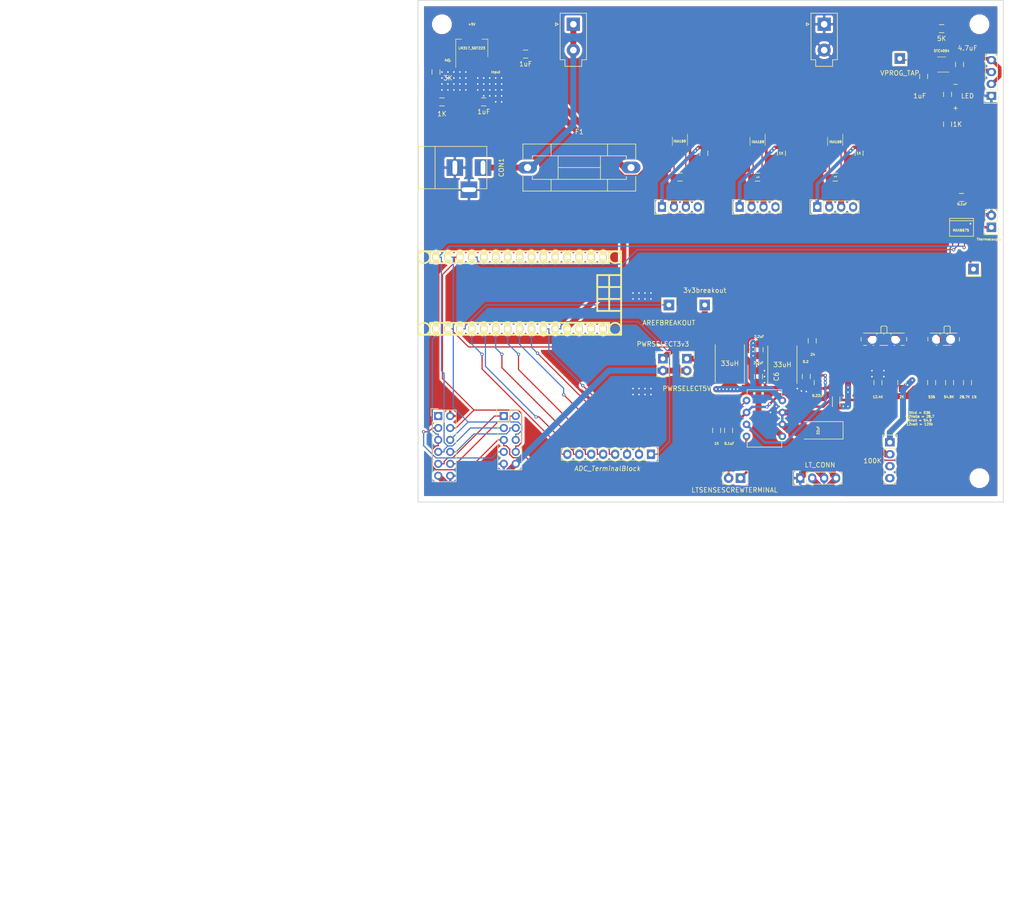
<source format=kicad_pcb>
(kicad_pcb (version 20171130) (host pcbnew 5.0.0-rc2)

  (general
    (thickness 1.6)
    (drawings 13)
    (tracks 615)
    (zones 0)
    (modules 67)
    (nets 72)
  )

  (page USLetter)
  (title_block
    (title "Project Title")
  )

  (layers
    (0 F.Cu signal)
    (31 B.Cu signal)
    (34 B.Paste user)
    (35 F.Paste user)
    (36 B.SilkS user)
    (37 F.SilkS user)
    (38 B.Mask user)
    (39 F.Mask user)
    (40 Dwgs.User user)
    (44 Edge.Cuts user)
    (46 B.CrtYd user)
    (47 F.CrtYd user)
    (48 B.Fab user)
    (49 F.Fab user)
  )

  (setup
    (last_trace_width 0.254)
    (user_trace_width 0.1524)
    (user_trace_width 0.254)
    (user_trace_width 0.3302)
    (user_trace_width 0.508)
    (user_trace_width 0.762)
    (user_trace_width 1.27)
    (trace_clearance 0.254)
    (zone_clearance 0.508)
    (zone_45_only no)
    (trace_min 0.1524)
    (segment_width 0.1524)
    (edge_width 0.1524)
    (via_size 0.6858)
    (via_drill 0.3302)
    (via_min_size 0.6604)
    (via_min_drill 0.3302)
    (user_via 0.6858 0.3302)
    (user_via 0.762 0.4064)
    (user_via 0.8636 0.508)
    (uvia_size 0.6858)
    (uvia_drill 0.3302)
    (uvias_allowed no)
    (uvia_min_size 0)
    (uvia_min_drill 0)
    (pcb_text_width 0.1524)
    (pcb_text_size 1.016 1.016)
    (mod_edge_width 0.1524)
    (mod_text_size 1.016 1.016)
    (mod_text_width 0.1524)
    (pad_size 2.032 1.7272)
    (pad_drill 1.016)
    (pad_to_mask_clearance 0.0762)
    (solder_mask_min_width 0.1016)
    (pad_to_paste_clearance -0.0762)
    (aux_axis_origin 0 0)
    (visible_elements 7FFFFFFF)
    (pcbplotparams
      (layerselection 0x310fc_ffffffff)
      (usegerberextensions true)
      (usegerberattributes false)
      (usegerberadvancedattributes false)
      (creategerberjobfile false)
      (excludeedgelayer true)
      (linewidth 0.100000)
      (plotframeref false)
      (viasonmask false)
      (mode 1)
      (useauxorigin false)
      (hpglpennumber 1)
      (hpglpenspeed 20)
      (hpglpendiameter 15)
      (psnegative false)
      (psa4output false)
      (plotreference true)
      (plotvalue true)
      (plotinvisibletext false)
      (padsonsilk false)
      (subtractmaskfromsilk false)
      (outputformat 1)
      (mirror false)
      (drillshape 0)
      (scaleselection 1)
      (outputdirectory gerbers_042119/))
  )

  (net 0 "")
  (net 1 GND)
  (net 2 +5V)
  (net 3 /STC4054_Liion_Charge/BAT_LIION_CHRG)
  (net 4 "Net-(C4-Pad1)")
  (net 5 /LT1512/Vsw)
  (net 6 "Net-(C7-Pad2)")
  (net 7 /LT1512/Vcomp)
  (net 8 "Net-(C8-Pad1)")
  (net 9 /LT1512/I_Feedback)
  (net 10 /LT1512/LT_BATCHRG)
  (net 11 "Net-(D1-Pad2)")
  (net 12 /STC4054_Liion_Charge/CHRG)
  (net 13 +12V)
  (net 14 "Net-(J1-Pad1)")
  (net 15 "Net-(J1-Pad2)")
  (net 16 "Net-(J1-Pad3)")
  (net 17 "Net-(J1-Pad5)")
  (net 18 "Net-(J1-Pad6)")
  (net 19 "Net-(J1-Pad7)")
  (net 20 "Net-(J1-Pad8)")
  (net 21 "Net-(J1-Pad9)")
  (net 22 "Net-(J1-Pad10)")
  (net 23 "Net-(J1-Pad11)")
  (net 24 /MAX_CS)
  (net 25 /NANO_CS)
  (net 26 /NANO_MOSI)
  (net 27 /NANO_MISO)
  (net 28 /NANO_SCK)
  (net 29 "Net-(J1-Pad17)")
  (net 30 "Net-(J1-Pad18)")
  (net 31 "Net-(J1-Pad19)")
  (net 32 "Net-(J1-Pad20)")
  (net 33 "Net-(J1-Pad21)")
  (net 34 "Net-(J1-Pad22)")
  (net 35 "Net-(J1-Pad23)")
  (net 36 "Net-(J1-Pad24)")
  (net 37 "Net-(J1-Pad25)")
  (net 38 "Net-(J1-Pad26)")
  (net 39 "Net-(J1-Pad28)")
  (net 40 "Net-(J1-Pad30)")
  (net 41 /LT1512/LT_IFEEDBACK)
  (net 42 "Net-(P4-Pad4)")
  (net 43 /CurrentSense_INA169_1/LOADOUT)
  (net 44 /CurrentSense_INA169_1/LOADIN)
  (net 45 /CurrentSense_INA169_1/CurrentOUT)
  (net 46 /sheet5CBEAB48/CurrentOUT)
  (net 47 /sheet5CBEAB48/LOADIN)
  (net 48 /sheet5CBEAB48/LOADOUT)
  (net 49 "Net-(P5-Pad4)")
  (net 50 "Net-(P6-Pad4)")
  (net 51 /sheet5CBEAC38/LOADOUT)
  (net 52 /sheet5CBEAC38/LOADIN)
  (net 53 /sheet5CBEAC38/CurrentOUT)
  (net 54 /STC4054_Liion_Charge/PROG)
  (net 55 /MAX6675/T+)
  (net 56 /MAX6675/NC)
  (net 57 /ENC28J60/VCC_Branch)
  (net 58 /ENC28J60/INT)
  (net 59 /ENC28J60/CLKOUT)
  (net 60 /ENC28J60/WOL)
  (net 61 /ENC28J60/RSTENC)
  (net 62 /ENC28J60/Q3)
  (net 63 /LT1512/LT_FloatVoltage)
  (net 64 /LT1512/LTShutdownPin)
  (net 65 "Net-(R3-Pad2)")
  (net 66 "Net-(R5-Pad1)")
  (net 67 "Net-(R6-Pad1)")
  (net 68 "Net-(R7-Pad1)")
  (net 69 "Net-(R8-Pad1)")
  (net 70 "Net-(R8-Pad2)")
  (net 71 "Net-(SW2-Pad2)")

  (net_class Default "This is the default net class."
    (clearance 0.254)
    (trace_width 0.254)
    (via_dia 0.6858)
    (via_drill 0.3302)
    (uvia_dia 0.6858)
    (uvia_drill 0.3302)
    (add_net +12V)
    (add_net +5V)
    (add_net /CurrentSense_INA169_1/CurrentOUT)
    (add_net /CurrentSense_INA169_1/LOADIN)
    (add_net /CurrentSense_INA169_1/LOADOUT)
    (add_net /ENC28J60/CLKOUT)
    (add_net /ENC28J60/INT)
    (add_net /ENC28J60/Q3)
    (add_net /ENC28J60/RSTENC)
    (add_net /ENC28J60/VCC_Branch)
    (add_net /ENC28J60/WOL)
    (add_net /LT1512/I_Feedback)
    (add_net /LT1512/LTShutdownPin)
    (add_net /LT1512/LT_BATCHRG)
    (add_net /LT1512/LT_FloatVoltage)
    (add_net /LT1512/LT_IFEEDBACK)
    (add_net /LT1512/Vcomp)
    (add_net /LT1512/Vsw)
    (add_net /MAX6675/NC)
    (add_net /MAX6675/T+)
    (add_net /MAX_CS)
    (add_net /NANO_CS)
    (add_net /NANO_MISO)
    (add_net /NANO_MOSI)
    (add_net /NANO_SCK)
    (add_net /STC4054_Liion_Charge/BAT_LIION_CHRG)
    (add_net /STC4054_Liion_Charge/CHRG)
    (add_net /STC4054_Liion_Charge/PROG)
    (add_net /sheet5CBEAB48/CurrentOUT)
    (add_net /sheet5CBEAB48/LOADIN)
    (add_net /sheet5CBEAB48/LOADOUT)
    (add_net /sheet5CBEAC38/CurrentOUT)
    (add_net /sheet5CBEAC38/LOADIN)
    (add_net /sheet5CBEAC38/LOADOUT)
    (add_net GND)
    (add_net "Net-(C4-Pad1)")
    (add_net "Net-(C7-Pad2)")
    (add_net "Net-(C8-Pad1)")
    (add_net "Net-(D1-Pad2)")
    (add_net "Net-(J1-Pad1)")
    (add_net "Net-(J1-Pad10)")
    (add_net "Net-(J1-Pad11)")
    (add_net "Net-(J1-Pad17)")
    (add_net "Net-(J1-Pad18)")
    (add_net "Net-(J1-Pad19)")
    (add_net "Net-(J1-Pad2)")
    (add_net "Net-(J1-Pad20)")
    (add_net "Net-(J1-Pad21)")
    (add_net "Net-(J1-Pad22)")
    (add_net "Net-(J1-Pad23)")
    (add_net "Net-(J1-Pad24)")
    (add_net "Net-(J1-Pad25)")
    (add_net "Net-(J1-Pad26)")
    (add_net "Net-(J1-Pad28)")
    (add_net "Net-(J1-Pad3)")
    (add_net "Net-(J1-Pad30)")
    (add_net "Net-(J1-Pad5)")
    (add_net "Net-(J1-Pad6)")
    (add_net "Net-(J1-Pad7)")
    (add_net "Net-(J1-Pad8)")
    (add_net "Net-(J1-Pad9)")
    (add_net "Net-(P4-Pad4)")
    (add_net "Net-(P5-Pad4)")
    (add_net "Net-(P6-Pad4)")
    (add_net "Net-(R3-Pad2)")
    (add_net "Net-(R5-Pad1)")
    (add_net "Net-(R6-Pad1)")
    (add_net "Net-(R7-Pad1)")
    (add_net "Net-(R8-Pad1)")
    (add_net "Net-(R8-Pad2)")
    (add_net "Net-(SW2-Pad2)")
  )

  (module Capacitors_SMD:C_0805_HandSoldering (layer F.Cu) (tedit 5CBD07B9) (tstamp 5CC60F97)
    (at 178.642 64.4427 270)
    (descr "Capacitor SMD 0805, hand soldering")
    (tags "capacitor 0805")
    (path /5CBBEAA9/5CBBFBC6)
    (attr smd)
    (fp_text reference C1 (at 0 -2.1 270) (layer F.SilkS) hide
      (effects (font (size 1 1) (thickness 0.15)))
    )
    (fp_text value 1uF (at 4.137257 0.841682) (layer F.SilkS)
      (effects (font (size 1 1) (thickness 0.15)))
    )
    (fp_line (start -0.5 0.85) (end 0.5 0.85) (layer F.SilkS) (width 0.15))
    (fp_line (start 0.5 -0.85) (end -0.5 -0.85) (layer F.SilkS) (width 0.15))
    (fp_line (start 2.3 -1) (end 2.3 1) (layer F.CrtYd) (width 0.05))
    (fp_line (start -2.3 -1) (end -2.3 1) (layer F.CrtYd) (width 0.05))
    (fp_line (start -2.3 1) (end 2.3 1) (layer F.CrtYd) (width 0.05))
    (fp_line (start -2.3 -1) (end 2.3 -1) (layer F.CrtYd) (width 0.05))
    (fp_line (start -1 -0.625) (end 1 -0.625) (layer F.Fab) (width 0.15))
    (fp_line (start 1 -0.625) (end 1 0.625) (layer F.Fab) (width 0.15))
    (fp_line (start 1 0.625) (end -1 0.625) (layer F.Fab) (width 0.15))
    (fp_line (start -1 0.625) (end -1 -0.625) (layer F.Fab) (width 0.15))
    (pad 2 smd rect (at 1.25 0 270) (size 1.5 1.25) (layers F.Cu F.Paste F.Mask)
      (net 1 GND))
    (pad 1 smd rect (at -1.25 0 270) (size 1.5 1.25) (layers F.Cu F.Paste F.Mask)
      (net 2 +5V))
    (model Capacitors_SMD.3dshapes/C_0805_HandSoldering.wrl
      (at (xyz 0 0 0))
      (scale (xyz 1 1 1))
      (rotate (xyz 0 0 0))
    )
  )

  (module Capacitors_SMD:C_0805_HandSoldering (layer F.Cu) (tedit 5CBD07D6) (tstamp 5CC60FA7)
    (at 186.262 61.9027 270)
    (descr "Capacitor SMD 0805, hand soldering")
    (tags "capacitor 0805")
    (path /5CBBEAA9/5CBC0798)
    (attr smd)
    (fp_text reference C2 (at 0 -2.1 270) (layer F.SilkS) hide
      (effects (font (size 1 1) (thickness 0.15)))
    )
    (fp_text value 4.7uF (at -3.482743 -1.698318) (layer F.SilkS)
      (effects (font (size 1 1) (thickness 0.15)))
    )
    (fp_line (start -1 0.625) (end -1 -0.625) (layer F.Fab) (width 0.15))
    (fp_line (start 1 0.625) (end -1 0.625) (layer F.Fab) (width 0.15))
    (fp_line (start 1 -0.625) (end 1 0.625) (layer F.Fab) (width 0.15))
    (fp_line (start -1 -0.625) (end 1 -0.625) (layer F.Fab) (width 0.15))
    (fp_line (start -2.3 -1) (end 2.3 -1) (layer F.CrtYd) (width 0.05))
    (fp_line (start -2.3 1) (end 2.3 1) (layer F.CrtYd) (width 0.05))
    (fp_line (start -2.3 -1) (end -2.3 1) (layer F.CrtYd) (width 0.05))
    (fp_line (start 2.3 -1) (end 2.3 1) (layer F.CrtYd) (width 0.05))
    (fp_line (start 0.5 -0.85) (end -0.5 -0.85) (layer F.SilkS) (width 0.15))
    (fp_line (start -0.5 0.85) (end 0.5 0.85) (layer F.SilkS) (width 0.15))
    (pad 1 smd rect (at -1.25 0 270) (size 1.5 1.25) (layers F.Cu F.Paste F.Mask)
      (net 3 /STC4054_Liion_Charge/BAT_LIION_CHRG))
    (pad 2 smd rect (at 1.25 0 270) (size 1.5 1.25) (layers F.Cu F.Paste F.Mask)
      (net 1 GND))
    (model Capacitors_SMD.3dshapes/C_0805_HandSoldering.wrl
      (at (xyz 0 0 0))
      (scale (xyz 1 1 1))
      (rotate (xyz 0 0 0))
    )
  )

  (module Capacitors_SMD:C_0805_HandSoldering (layer F.Cu) (tedit 5CBD055A) (tstamp 5CC60FB7)
    (at 186.69 90.17)
    (descr "Capacitor SMD 0805, hand soldering")
    (tags "capacitor 0805")
    (path /5CBC1777/5CBC1EC5)
    (attr smd)
    (fp_text reference C3 (at 0 -2.1) (layer F.Fab)
      (effects (font (size 1 1) (thickness 0.15)))
    )
    (fp_text value 0.1uF (at 0.127 1.397) (layer F.SilkS)
      (effects (font (size 0.508 0.508) (thickness 0.127)))
    )
    (fp_line (start -0.5 0.85) (end 0.5 0.85) (layer F.SilkS) (width 0.15))
    (fp_line (start 0.5 -0.85) (end -0.5 -0.85) (layer F.SilkS) (width 0.15))
    (fp_line (start 2.3 -1) (end 2.3 1) (layer F.CrtYd) (width 0.05))
    (fp_line (start -2.3 -1) (end -2.3 1) (layer F.CrtYd) (width 0.05))
    (fp_line (start -2.3 1) (end 2.3 1) (layer F.CrtYd) (width 0.05))
    (fp_line (start -2.3 -1) (end 2.3 -1) (layer F.CrtYd) (width 0.05))
    (fp_line (start -1 -0.625) (end 1 -0.625) (layer F.Fab) (width 0.15))
    (fp_line (start 1 -0.625) (end 1 0.625) (layer F.Fab) (width 0.15))
    (fp_line (start 1 0.625) (end -1 0.625) (layer F.Fab) (width 0.15))
    (fp_line (start -1 0.625) (end -1 -0.625) (layer F.Fab) (width 0.15))
    (pad 2 smd rect (at 1.25 0) (size 1.5 1.25) (layers F.Cu F.Paste F.Mask)
      (net 1 GND))
    (pad 1 smd rect (at -1.25 0) (size 1.5 1.25) (layers F.Cu F.Paste F.Mask)
      (net 2 +5V))
    (model Capacitors_SMD.3dshapes/C_0805_HandSoldering.wrl
      (at (xyz 0 0 0))
      (scale (xyz 1 1 1))
      (rotate (xyz 0 0 0))
    )
  )

  (module Capacitors_SMD:C_0805_HandSoldering (layer F.Cu) (tedit 5CBD0AF6) (tstamp 5CC60FC7)
    (at 93.98 59.69)
    (descr "Capacitor SMD 0805, hand soldering")
    (tags "capacitor 0805")
    (path /5CBC4AC4/5CBC5531)
    (attr smd)
    (fp_text reference C4 (at 0 -2.1) (layer F.SilkS) hide
      (effects (font (size 1 1) (thickness 0.15)))
    )
    (fp_text value 1uF (at 0 2.1) (layer F.SilkS)
      (effects (font (size 1 1) (thickness 0.15)))
    )
    (fp_line (start -0.5 0.85) (end 0.5 0.85) (layer F.SilkS) (width 0.15))
    (fp_line (start 0.5 -0.85) (end -0.5 -0.85) (layer F.SilkS) (width 0.15))
    (fp_line (start 2.3 -1) (end 2.3 1) (layer F.CrtYd) (width 0.05))
    (fp_line (start -2.3 -1) (end -2.3 1) (layer F.CrtYd) (width 0.05))
    (fp_line (start -2.3 1) (end 2.3 1) (layer F.CrtYd) (width 0.05))
    (fp_line (start -2.3 -1) (end 2.3 -1) (layer F.CrtYd) (width 0.05))
    (fp_line (start -1 -0.625) (end 1 -0.625) (layer F.Fab) (width 0.15))
    (fp_line (start 1 -0.625) (end 1 0.625) (layer F.Fab) (width 0.15))
    (fp_line (start 1 0.625) (end -1 0.625) (layer F.Fab) (width 0.15))
    (fp_line (start -1 0.625) (end -1 -0.625) (layer F.Fab) (width 0.15))
    (pad 2 smd rect (at 1.25 0) (size 1.5 1.25) (layers F.Cu F.Paste F.Mask)
      (net 1 GND))
    (pad 1 smd rect (at -1.25 0) (size 1.5 1.25) (layers F.Cu F.Paste F.Mask)
      (net 4 "Net-(C4-Pad1)"))
    (model Capacitors_SMD.3dshapes/C_0805_HandSoldering.wrl
      (at (xyz 0 0 0))
      (scale (xyz 1 1 1))
      (rotate (xyz 0 0 0))
    )
  )

  (module Capacitors_SMD:C_0805_HandSoldering (layer F.Cu) (tedit 5CBD0AE3) (tstamp 5CC60FD7)
    (at 85.09 69.85)
    (descr "Capacitor SMD 0805, hand soldering")
    (tags "capacitor 0805")
    (path /5CBC4AC4/5CBC54F0)
    (attr smd)
    (fp_text reference C5 (at 0 -2.1) (layer F.SilkS) hide
      (effects (font (size 1 1) (thickness 0.15)))
    )
    (fp_text value 1uF (at 0 2.1) (layer F.SilkS)
      (effects (font (size 1 1) (thickness 0.15)))
    )
    (fp_line (start -0.5 0.85) (end 0.5 0.85) (layer F.SilkS) (width 0.15))
    (fp_line (start 0.5 -0.85) (end -0.5 -0.85) (layer F.SilkS) (width 0.15))
    (fp_line (start 2.3 -1) (end 2.3 1) (layer F.CrtYd) (width 0.05))
    (fp_line (start -2.3 -1) (end -2.3 1) (layer F.CrtYd) (width 0.05))
    (fp_line (start -2.3 1) (end 2.3 1) (layer F.CrtYd) (width 0.05))
    (fp_line (start -2.3 -1) (end 2.3 -1) (layer F.CrtYd) (width 0.05))
    (fp_line (start -1 -0.625) (end 1 -0.625) (layer F.Fab) (width 0.15))
    (fp_line (start 1 -0.625) (end 1 0.625) (layer F.Fab) (width 0.15))
    (fp_line (start 1 0.625) (end -1 0.625) (layer F.Fab) (width 0.15))
    (fp_line (start -1 0.625) (end -1 -0.625) (layer F.Fab) (width 0.15))
    (pad 2 smd rect (at 1.25 0) (size 1.5 1.25) (layers F.Cu F.Paste F.Mask)
      (net 1 GND))
    (pad 1 smd rect (at -1.25 0) (size 1.5 1.25) (layers F.Cu F.Paste F.Mask)
      (net 2 +5V))
    (model Capacitors_SMD.3dshapes/C_0805_HandSoldering.wrl
      (at (xyz 0 0 0))
      (scale (xyz 1 1 1))
      (rotate (xyz 0 0 0))
    )
  )

  (module Capacitors_SMD:C_0805_HandSoldering (layer F.Cu) (tedit 5CBD06E0) (tstamp 5CC60FE7)
    (at 143.51 128.27 90)
    (descr "Capacitor SMD 0805, hand soldering")
    (tags "capacitor 0805")
    (path /5CBC6C0A/5CBC7FC7)
    (attr smd)
    (fp_text reference C6 (at 0 3.81 90) (layer F.SilkS)
      (effects (font (size 1 1) (thickness 0.15)))
    )
    (fp_text value 2.2uF (at 2.921 0 180) (layer F.SilkS)
      (effects (font (size 0.508 0.508) (thickness 0.127)))
    )
    (fp_line (start -0.5 0.85) (end 0.5 0.85) (layer F.SilkS) (width 0.15))
    (fp_line (start 0.5 -0.85) (end -0.5 -0.85) (layer F.SilkS) (width 0.15))
    (fp_line (start 2.3 -1) (end 2.3 1) (layer F.CrtYd) (width 0.05))
    (fp_line (start -2.3 -1) (end -2.3 1) (layer F.CrtYd) (width 0.05))
    (fp_line (start -2.3 1) (end 2.3 1) (layer F.CrtYd) (width 0.05))
    (fp_line (start -2.3 -1) (end 2.3 -1) (layer F.CrtYd) (width 0.05))
    (fp_line (start -1 -0.625) (end 1 -0.625) (layer F.Fab) (width 0.15))
    (fp_line (start 1 -0.625) (end 1 0.625) (layer F.Fab) (width 0.15))
    (fp_line (start 1 0.625) (end -1 0.625) (layer F.Fab) (width 0.15))
    (fp_line (start -1 0.625) (end -1 -0.625) (layer F.Fab) (width 0.15))
    (pad 2 smd rect (at 1.25 0 90) (size 1.5 1.25) (layers F.Cu F.Paste F.Mask)
      (net 1 GND))
    (pad 1 smd rect (at -1.25 0 90) (size 1.5 1.25) (layers F.Cu F.Paste F.Mask)
      (net 2 +5V))
    (model Capacitors_SMD.3dshapes/C_0805_HandSoldering.wrl
      (at (xyz 0 0 0))
      (scale (xyz 1 1 1))
      (rotate (xyz 0 0 0))
    )
  )

  (module Capacitors_SMD:C_0805_HandSoldering (layer F.Cu) (tedit 5CBD0637) (tstamp 5CC60FF7)
    (at 143.637 122.555 270)
    (descr "Capacitor SMD 0805, hand soldering")
    (tags "capacitor 0805")
    (path /5CBC6C0A/5CBCA445)
    (attr smd)
    (fp_text reference C7 (at 0 -2.1 270) (layer F.Fab)
      (effects (font (size 1 1) (thickness 0.15)))
    )
    (fp_text value 2.2uF (at -2.794 0) (layer F.SilkS)
      (effects (font (size 0.508 0.508) (thickness 0.127)))
    )
    (fp_line (start -1 0.625) (end -1 -0.625) (layer F.Fab) (width 0.15))
    (fp_line (start 1 0.625) (end -1 0.625) (layer F.Fab) (width 0.15))
    (fp_line (start 1 -0.625) (end 1 0.625) (layer F.Fab) (width 0.15))
    (fp_line (start -1 -0.625) (end 1 -0.625) (layer F.Fab) (width 0.15))
    (fp_line (start -2.3 -1) (end 2.3 -1) (layer F.CrtYd) (width 0.05))
    (fp_line (start -2.3 1) (end 2.3 1) (layer F.CrtYd) (width 0.05))
    (fp_line (start -2.3 -1) (end -2.3 1) (layer F.CrtYd) (width 0.05))
    (fp_line (start 2.3 -1) (end 2.3 1) (layer F.CrtYd) (width 0.05))
    (fp_line (start 0.5 -0.85) (end -0.5 -0.85) (layer F.SilkS) (width 0.15))
    (fp_line (start -0.5 0.85) (end 0.5 0.85) (layer F.SilkS) (width 0.15))
    (pad 1 smd rect (at -1.25 0 270) (size 1.5 1.25) (layers F.Cu F.Paste F.Mask)
      (net 5 /LT1512/Vsw))
    (pad 2 smd rect (at 1.25 0 270) (size 1.5 1.25) (layers F.Cu F.Paste F.Mask)
      (net 6 "Net-(C7-Pad2)"))
    (model Capacitors_SMD.3dshapes/C_0805_HandSoldering.wrl
      (at (xyz 0 0 0))
      (scale (xyz 1 1 1))
      (rotate (xyz 0 0 0))
    )
  )

  (module Capacitors_SMD:C_0805_HandSoldering (layer F.Cu) (tedit 5CBD05B1) (tstamp 5CC61007)
    (at 137.16 139.7 90)
    (descr "Capacitor SMD 0805, hand soldering")
    (tags "capacitor 0805")
    (path /5CBC6C0A/5CBC8B80)
    (attr smd)
    (fp_text reference C8 (at 0 -2.1 90) (layer F.Fab) hide
      (effects (font (size 1 1) (thickness 0.15)))
    )
    (fp_text value 0.1uF (at -2.794 0.127 180) (layer F.SilkS)
      (effects (font (size 0.508 0.508) (thickness 0.127)))
    )
    (fp_line (start -0.5 0.85) (end 0.5 0.85) (layer F.SilkS) (width 0.15))
    (fp_line (start 0.5 -0.85) (end -0.5 -0.85) (layer F.SilkS) (width 0.15))
    (fp_line (start 2.3 -1) (end 2.3 1) (layer F.CrtYd) (width 0.05))
    (fp_line (start -2.3 -1) (end -2.3 1) (layer F.CrtYd) (width 0.05))
    (fp_line (start -2.3 1) (end 2.3 1) (layer F.CrtYd) (width 0.05))
    (fp_line (start -2.3 -1) (end 2.3 -1) (layer F.CrtYd) (width 0.05))
    (fp_line (start -1 -0.625) (end 1 -0.625) (layer F.Fab) (width 0.15))
    (fp_line (start 1 -0.625) (end 1 0.625) (layer F.Fab) (width 0.15))
    (fp_line (start 1 0.625) (end -1 0.625) (layer F.Fab) (width 0.15))
    (fp_line (start -1 0.625) (end -1 -0.625) (layer F.Fab) (width 0.15))
    (pad 2 smd rect (at 1.25 0 90) (size 1.5 1.25) (layers F.Cu F.Paste F.Mask)
      (net 7 /LT1512/Vcomp))
    (pad 1 smd rect (at -1.25 0 90) (size 1.5 1.25) (layers F.Cu F.Paste F.Mask)
      (net 8 "Net-(C8-Pad1)"))
    (model Capacitors_SMD.3dshapes/C_0805_HandSoldering.wrl
      (at (xyz 0 0 0))
      (scale (xyz 1 1 1))
      (rotate (xyz 0 0 0))
    )
  )

  (module Capacitors_SMD:C_0805_HandSoldering (layer F.Cu) (tedit 5CBD05E0) (tstamp 5CC61017)
    (at 156.21 129.54 270)
    (descr "Capacitor SMD 0805, hand soldering")
    (tags "capacitor 0805")
    (path /5CBC6C0A/5CBC988F)
    (attr smd)
    (fp_text reference C9 (at 0 -2.1 270) (layer F.SilkS) hide
      (effects (font (size 1 1) (thickness 0.15)))
    )
    (fp_text value 0.22uF (at 2.794 0) (layer F.SilkS)
      (effects (font (size 0.508 0.508) (thickness 0.127)))
    )
    (fp_line (start -1 0.625) (end -1 -0.625) (layer F.Fab) (width 0.15))
    (fp_line (start 1 0.625) (end -1 0.625) (layer F.Fab) (width 0.15))
    (fp_line (start 1 -0.625) (end 1 0.625) (layer F.Fab) (width 0.15))
    (fp_line (start -1 -0.625) (end 1 -0.625) (layer F.Fab) (width 0.15))
    (fp_line (start -2.3 -1) (end 2.3 -1) (layer F.CrtYd) (width 0.05))
    (fp_line (start -2.3 1) (end 2.3 1) (layer F.CrtYd) (width 0.05))
    (fp_line (start -2.3 -1) (end -2.3 1) (layer F.CrtYd) (width 0.05))
    (fp_line (start 2.3 -1) (end 2.3 1) (layer F.CrtYd) (width 0.05))
    (fp_line (start 0.5 -0.85) (end -0.5 -0.85) (layer F.SilkS) (width 0.15))
    (fp_line (start -0.5 0.85) (end 0.5 0.85) (layer F.SilkS) (width 0.15))
    (pad 1 smd rect (at -1.25 0 270) (size 1.5 1.25) (layers F.Cu F.Paste F.Mask)
      (net 9 /LT1512/I_Feedback))
    (pad 2 smd rect (at 1.25 0 270) (size 1.5 1.25) (layers F.Cu F.Paste F.Mask)
      (net 1 GND))
    (model Capacitors_SMD.3dshapes/C_0805_HandSoldering.wrl
      (at (xyz 0 0 0))
      (scale (xyz 1 1 1))
      (rotate (xyz 0 0 0))
    )
  )

  (module Capacitors_Tantalum_SMD:Tantalum_Case-C_EIA-6032-28_Hand (layer F.Cu) (tedit 5CBD05C1) (tstamp 5CC6102A)
    (at 156.21 139.7 180)
    (descr "Tantalum capacitor, Case C, EIA 6032-28, 6.0x3.2x2.5mm, Hand soldering footprint")
    (tags "capacitor tantalum smd")
    (path /5CBC6C0A/5CBCF221)
    (attr smd)
    (fp_text reference C10 (at 0 -3.35 180) (layer F.Fab)
      (effects (font (size 1 1) (thickness 0.15)))
    )
    (fp_text value 22uF (at 0 0 270) (layer F.SilkS)
      (effects (font (size 0.508 0.508) (thickness 0.127)))
    )
    (fp_line (start -5.4 -2) (end -5.4 2) (layer F.CrtYd) (width 0.05))
    (fp_line (start -5.4 2) (end 5.4 2) (layer F.CrtYd) (width 0.05))
    (fp_line (start 5.4 2) (end 5.4 -2) (layer F.CrtYd) (width 0.05))
    (fp_line (start 5.4 -2) (end -5.4 -2) (layer F.CrtYd) (width 0.05))
    (fp_line (start -3 -1.6) (end -3 1.6) (layer F.Fab) (width 0.15))
    (fp_line (start -3 1.6) (end 3 1.6) (layer F.Fab) (width 0.15))
    (fp_line (start 3 1.6) (end 3 -1.6) (layer F.Fab) (width 0.15))
    (fp_line (start 3 -1.6) (end -3 -1.6) (layer F.Fab) (width 0.15))
    (fp_line (start -2.4 -1.6) (end -2.4 1.6) (layer F.Fab) (width 0.15))
    (fp_line (start -2.1 -1.6) (end -2.1 1.6) (layer F.Fab) (width 0.15))
    (fp_line (start -5.3 -1.85) (end 3 -1.85) (layer F.SilkS) (width 0.15))
    (fp_line (start -5.3 1.85) (end 3 1.85) (layer F.SilkS) (width 0.15))
    (fp_line (start -5.3 -1.85) (end -5.3 1.85) (layer F.SilkS) (width 0.15))
    (pad 1 smd rect (at -3.125 0 180) (size 3.75 2.5) (layers F.Cu F.Paste F.Mask)
      (net 10 /LT1512/LT_BATCHRG))
    (pad 2 smd rect (at 3.125 0 180) (size 3.75 2.5) (layers F.Cu F.Paste F.Mask)
      (net 1 GND))
    (model Capacitors_Tantalum_SMD.3dshapes/Tantalum_Case-C_EIA-6032-28.wrl
      (at (xyz 0 0 0))
      (scale (xyz 1 1 1))
      (rotate (xyz 0 0 0))
    )
  )

  (module Capacitors_SMD:C_0805_HandSoldering (layer F.Cu) (tedit 5CBD07CD) (tstamp 5CC6103A)
    (at 183.722 68.2527 270)
    (descr "Capacitor SMD 0805, hand soldering")
    (tags "capacitor 0805")
    (path /5CBBEAA9/5CBBF242)
    (attr smd)
    (fp_text reference D1 (at 0 -2.1 270) (layer F.SilkS) hide
      (effects (font (size 1 1) (thickness 0.15)))
    )
    (fp_text value LED (at 0.327257 -4.238318) (layer F.SilkS)
      (effects (font (size 1 1) (thickness 0.15)))
    )
    (fp_line (start -0.5 0.85) (end 0.5 0.85) (layer F.SilkS) (width 0.15))
    (fp_line (start 0.5 -0.85) (end -0.5 -0.85) (layer F.SilkS) (width 0.15))
    (fp_line (start 2.3 -1) (end 2.3 1) (layer F.CrtYd) (width 0.05))
    (fp_line (start -2.3 -1) (end -2.3 1) (layer F.CrtYd) (width 0.05))
    (fp_line (start -2.3 1) (end 2.3 1) (layer F.CrtYd) (width 0.05))
    (fp_line (start -2.3 -1) (end 2.3 -1) (layer F.CrtYd) (width 0.05))
    (fp_line (start -1 -0.625) (end 1 -0.625) (layer F.Fab) (width 0.15))
    (fp_line (start 1 -0.625) (end 1 0.625) (layer F.Fab) (width 0.15))
    (fp_line (start 1 0.625) (end -1 0.625) (layer F.Fab) (width 0.15))
    (fp_line (start -1 0.625) (end -1 -0.625) (layer F.Fab) (width 0.15))
    (pad 2 smd rect (at 1.25 0 270) (size 1.5 1.25) (layers F.Cu F.Paste F.Mask)
      (net 11 "Net-(D1-Pad2)"))
    (pad 1 smd rect (at -1.25 0 270) (size 1.5 1.25) (layers F.Cu F.Paste F.Mask)
      (net 12 /STC4054_Liion_Charge/CHRG))
    (model Capacitors_SMD.3dshapes/C_0805_HandSoldering.wrl
      (at (xyz 0 0 0))
      (scale (xyz 1 1 1))
      (rotate (xyz 0 0 0))
    )
  )

  (module Diodes_SMD:SOD-323_HandSoldering (layer F.Cu) (tedit 5CBD05C8) (tstamp 5CC61050)
    (at 160.02 133.35 90)
    (descr SOD-323)
    (tags SOD-323)
    (path /5CBC6C0A/5CBCC66F)
    (attr smd)
    (fp_text reference D2 (at 0 -1.85 90) (layer F.Fab)
      (effects (font (size 1 1) (thickness 0.15)))
    )
    (fp_text value D_Schottky (at 0.1 1.9 90) (layer F.Fab)
      (effects (font (size 1 1) (thickness 0.15)))
    )
    (fp_line (start 0.2 0) (end 0.45 0) (layer F.Fab) (width 0.15))
    (fp_line (start 0.2 0.35) (end -0.3 0) (layer F.Fab) (width 0.15))
    (fp_line (start 0.2 -0.35) (end 0.2 0.35) (layer F.Fab) (width 0.15))
    (fp_line (start -0.3 0) (end 0.2 -0.35) (layer F.Fab) (width 0.15))
    (fp_line (start -0.3 0) (end -0.5 0) (layer F.Fab) (width 0.15))
    (fp_line (start -0.3 -0.35) (end -0.3 0.35) (layer F.Fab) (width 0.15))
    (fp_line (start -0.85 0.65) (end -0.85 -0.65) (layer F.Fab) (width 0.15))
    (fp_line (start 0.85 0.65) (end -0.85 0.65) (layer F.Fab) (width 0.15))
    (fp_line (start 0.85 -0.65) (end 0.85 0.65) (layer F.Fab) (width 0.15))
    (fp_line (start -0.85 -0.65) (end 0.85 -0.65) (layer F.Fab) (width 0.15))
    (fp_line (start -1.9 -0.95) (end 1.9 -0.95) (layer F.CrtYd) (width 0.05))
    (fp_line (start 1.9 -0.95) (end 1.9 0.95) (layer F.CrtYd) (width 0.05))
    (fp_line (start -1.9 0.95) (end 1.9 0.95) (layer F.CrtYd) (width 0.05))
    (fp_line (start -1.9 -0.95) (end -1.9 0.95) (layer F.CrtYd) (width 0.05))
    (fp_line (start -1.3 0.8) (end 0.8 0.8) (layer F.SilkS) (width 0.15))
    (fp_line (start -1.3 -0.8) (end 0.8 -0.8) (layer F.SilkS) (width 0.15))
    (pad 1 smd rect (at -1.25 0 90) (size 1 1) (layers F.Cu F.Paste F.Mask)
      (net 10 /LT1512/LT_BATCHRG))
    (pad 2 smd rect (at 1.25 0 90) (size 1 1) (layers F.Cu F.Paste F.Mask)
      (net 6 "Net-(C7-Pad2)"))
    (model Diodes_SMD.3dshapes/SOD-323.wrl
      (at (xyz 0 0 0))
      (scale (xyz 1 1 1))
      (rotate (xyz 0 0 180))
    )
  )

  (module Fuse_Holders_and_Fuses:Fuseholder5x20_horiz_SemiClosed_Casing10x25mm (layer F.Cu) (tedit 0) (tstamp 5CC61069)
    (at 105.41 83.82)
    (descr "Fuseholder, 5x20, Semi closed, horizontal, Casing 10x25mm,")
    (tags "Fuseholder, 5x20, Semi closed, horizontal, Casing 10x25mm, Sicherungshalter, halbgeschlossen,")
    (path /5CBC4AC4/5CBF5A27)
    (fp_text reference F1 (at 0 -7.62) (layer F.SilkS)
      (effects (font (size 1 1) (thickness 0.15)))
    )
    (fp_text value Fuse (at 1.27 7.62) (layer F.Fab)
      (effects (font (size 1 1) (thickness 0.15)))
    )
    (fp_line (start -5.99948 -2.49936) (end -5.99948 -5.00126) (layer F.SilkS) (width 0.15))
    (fp_line (start -5.99948 5.00126) (end -5.99948 2.49936) (layer F.SilkS) (width 0.15))
    (fp_line (start 5.99948 5.00126) (end 5.99948 2.49936) (layer F.SilkS) (width 0.15))
    (fp_line (start 5.99948 -5.00126) (end 5.99948 -2.49936) (layer F.SilkS) (width 0.15))
    (fp_line (start -4.50088 0) (end 4.50088 0) (layer F.SilkS) (width 0.15))
    (fp_line (start -4.50088 -2.49936) (end -4.50088 2.49936) (layer F.SilkS) (width 0.15))
    (fp_line (start 4.50088 -2.49936) (end 4.50088 2.49936) (layer F.SilkS) (width 0.15))
    (fp_line (start 9.99998 -1.89992) (end 9.99998 -2.49936) (layer F.SilkS) (width 0.15))
    (fp_line (start -9.99998 1.89992) (end -9.99998 2.49936) (layer F.SilkS) (width 0.15))
    (fp_line (start -9.99998 2.49936) (end 9.99998 2.49936) (layer F.SilkS) (width 0.15))
    (fp_line (start 9.99998 2.49936) (end 9.99998 1.89992) (layer F.SilkS) (width 0.15))
    (fp_line (start 9.99998 -2.49936) (end -9.99998 -2.49936) (layer F.SilkS) (width 0.15))
    (fp_line (start -9.99998 -2.49936) (end -9.99998 -1.89992) (layer F.SilkS) (width 0.15))
    (fp_line (start 11.99896 -1.89992) (end 11.99896 -5.00126) (layer F.SilkS) (width 0.15))
    (fp_line (start -11.99896 1.89992) (end -11.99896 5.00126) (layer F.SilkS) (width 0.15))
    (fp_line (start -11.99896 5.00126) (end 11.99896 5.00126) (layer F.SilkS) (width 0.15))
    (fp_line (start 11.99896 5.00126) (end 11.99896 1.89992) (layer F.SilkS) (width 0.15))
    (fp_line (start 11.99896 -5.00126) (end -11.99896 -5.00126) (layer F.SilkS) (width 0.15))
    (fp_line (start -11.99896 -5.00126) (end -11.99896 -1.89992) (layer F.SilkS) (width 0.15))
    (pad 2 thru_hole oval (at 11.00074 0 270) (size 2.49936 4.0005) (drill 1.50114) (layers *.Cu *.Mask)
      (net 4 "Net-(C4-Pad1)"))
    (pad 1 thru_hole oval (at -11.00074 0 270) (size 2.49936 4.0005) (drill 1.50114) (layers *.Cu *.Mask)
      (net 13 +12V))
  )

  (module w_conn_misc:arduino_nano_header (layer F.Cu) (tedit 5CBD0BE8) (tstamp 5CC6109F)
    (at 92.71 110.49 180)
    (descr "Arduino Nano Header")
    (tags Arduino)
    (path /5CBECE63)
    (fp_text reference J1 (at 0 1.27 180) (layer B.Fab)
      (effects (font (size 1.016 1.016) (thickness 0.2032)) (justify mirror))
    )
    (fp_text value Arduino_Nano_Header (at -7.62 1.27 180) (layer F.SilkS) hide
      (effects (font (size 1.016 0.889) (thickness 0.2032)))
    )
    (fp_line (start -16.51 -1.27) (end -21.59 -1.27) (layer F.SilkS) (width 0.381))
    (fp_line (start -16.51 1.27) (end -21.59 1.27) (layer F.SilkS) (width 0.381))
    (fp_line (start -19.05 -3.81) (end -19.05 3.81) (layer F.SilkS) (width 0.381))
    (fp_line (start -21.59 -3.81) (end -16.51 -3.81) (layer F.SilkS) (width 0.381))
    (fp_line (start -16.51 -3.81) (end -16.51 3.81) (layer F.SilkS) (width 0.381))
    (fp_line (start -16.51 3.81) (end -21.59 3.81) (layer F.SilkS) (width 0.381))
    (fp_line (start 21.59 -8.89) (end -21.59 -8.89) (layer F.SilkS) (width 0.381))
    (fp_line (start -21.59 8.89) (end 21.59 8.89) (layer F.SilkS) (width 0.381))
    (fp_line (start -21.59 8.89) (end -21.59 -8.89) (layer F.SilkS) (width 0.381))
    (fp_line (start 21.59 8.89) (end 21.59 -8.89) (layer F.SilkS) (width 0.381))
    (fp_circle (center -20.32 -7.62) (end -21.59 -7.62) (layer F.SilkS) (width 0.381))
    (fp_circle (center -20.32 7.62) (end -21.59 7.62) (layer F.SilkS) (width 0.381))
    (fp_circle (center 20.32 -7.62) (end 21.59 -7.62) (layer F.SilkS) (width 0.381))
    (fp_circle (center 20.32 7.62) (end 21.59 7.62) (layer F.SilkS) (width 0.381))
    (fp_line (start 19.05 -6.35) (end -19.05 -6.35) (layer F.SilkS) (width 0.381))
    (fp_line (start -19.05 6.35) (end 19.05 6.35) (layer F.SilkS) (width 0.381))
    (fp_line (start 19.05 8.89) (end 19.05 6.35) (layer F.SilkS) (width 0.381))
    (fp_line (start 19.05 -6.35) (end 19.05 -8.89) (layer F.SilkS) (width 0.381))
    (fp_line (start -19.05 -8.89) (end -19.05 -6.35) (layer F.SilkS) (width 0.381))
    (fp_line (start -19.05 8.89) (end -19.05 6.35) (layer F.SilkS) (width 0.381))
    (pad 1 thru_hole oval (at -17.78 7.62 180) (size 1.524 2.19964) (drill 1.00076) (layers *.Cu *.Mask F.SilkS)
      (net 14 "Net-(J1-Pad1)"))
    (pad 2 thru_hole oval (at -15.24 7.62 180) (size 1.524 2.19964) (drill 1.00076) (layers *.Cu *.Mask F.SilkS)
      (net 15 "Net-(J1-Pad2)"))
    (pad 3 thru_hole oval (at -12.7 7.62 180) (size 1.524 2.19964) (drill 1.00076) (layers *.Cu *.Mask F.SilkS)
      (net 16 "Net-(J1-Pad3)"))
    (pad 4 thru_hole oval (at -10.16 7.62 180) (size 1.524 2.19964) (drill 1.00076) (layers *.Cu *.Mask F.SilkS)
      (net 1 GND))
    (pad 5 thru_hole oval (at -7.62 7.62 180) (size 1.524 2.19964) (drill 1.00076) (layers *.Cu *.Mask F.SilkS)
      (net 17 "Net-(J1-Pad5)"))
    (pad 6 thru_hole oval (at -5.08 7.62 180) (size 1.524 2.19964) (drill 1.00076) (layers *.Cu *.Mask F.SilkS)
      (net 18 "Net-(J1-Pad6)"))
    (pad 7 thru_hole oval (at -2.54 7.62 180) (size 1.524 2.19964) (drill 1.00076) (layers *.Cu *.Mask F.SilkS)
      (net 19 "Net-(J1-Pad7)"))
    (pad 8 thru_hole oval (at 0 7.62 180) (size 1.524 2.19964) (drill 1.00076) (layers *.Cu *.Mask F.SilkS)
      (net 20 "Net-(J1-Pad8)"))
    (pad 9 thru_hole oval (at 2.54 7.62 180) (size 1.524 2.19964) (drill 1.00076) (layers *.Cu *.Mask F.SilkS)
      (net 21 "Net-(J1-Pad9)"))
    (pad 10 thru_hole oval (at 5.08 7.62 180) (size 1.524 2.19964) (drill 1.00076) (layers *.Cu *.Mask F.SilkS)
      (net 22 "Net-(J1-Pad10)"))
    (pad 11 thru_hole oval (at 7.62 7.62 180) (size 1.524 2.19964) (drill 1.00076) (layers *.Cu *.Mask F.SilkS)
      (net 23 "Net-(J1-Pad11)"))
    (pad 12 thru_hole oval (at 10.16 7.62 180) (size 1.524 2.19964) (drill 1.00076) (layers *.Cu *.Mask F.SilkS)
      (net 24 /MAX_CS))
    (pad 13 thru_hole oval (at 12.7 7.62 180) (size 1.524 2.19964) (drill 1.00076) (layers *.Cu *.Mask F.SilkS)
      (net 25 /NANO_CS))
    (pad 14 thru_hole oval (at 15.24 7.62 180) (size 1.524 2.19964) (drill 1.00076) (layers *.Cu *.Mask F.SilkS)
      (net 26 /NANO_MOSI))
    (pad 15 thru_hole oval (at 17.78 7.62 180) (size 1.524 2.19964) (drill 1.00076) (layers *.Cu *.Mask F.SilkS)
      (net 27 /NANO_MISO))
    (pad 16 thru_hole oval (at 17.78 -7.62 180) (size 1.524 2.19964) (drill 1.00076) (layers *.Cu *.Mask F.SilkS)
      (net 28 /NANO_SCK))
    (pad 17 thru_hole oval (at 15.24 -7.62 180) (size 1.524 2.19964) (drill 1.00076) (layers *.Cu *.Mask F.SilkS)
      (net 29 "Net-(J1-Pad17)"))
    (pad 18 thru_hole oval (at 12.7 -7.62 180) (size 1.524 2.19964) (drill 1.00076) (layers *.Cu *.Mask F.SilkS)
      (net 30 "Net-(J1-Pad18)"))
    (pad 19 thru_hole oval (at 10.16 -7.62 180) (size 1.524 2.19964) (drill 1.00076) (layers *.Cu *.Mask F.SilkS)
      (net 31 "Net-(J1-Pad19)"))
    (pad 20 thru_hole oval (at 7.62 -7.62 180) (size 1.524 2.1971) (drill 1.00076) (layers *.Cu *.Mask F.SilkS)
      (net 32 "Net-(J1-Pad20)"))
    (pad 21 thru_hole oval (at 5.08 -7.62 180) (size 1.524 2.1971) (drill 1.00076) (layers *.Cu *.Mask F.SilkS)
      (net 33 "Net-(J1-Pad21)"))
    (pad 22 thru_hole oval (at 2.54 -7.62 180) (size 1.524 2.1971) (drill 1.00076) (layers *.Cu *.Mask F.SilkS)
      (net 34 "Net-(J1-Pad22)"))
    (pad 23 thru_hole oval (at 0 -7.62 180) (size 1.524 2.1971) (drill 1.00076) (layers *.Cu *.Mask F.SilkS)
      (net 35 "Net-(J1-Pad23)"))
    (pad 24 thru_hole oval (at -2.54 -7.62 180) (size 1.524 2.1971) (drill 0.99822) (layers *.Cu *.Mask F.SilkS)
      (net 36 "Net-(J1-Pad24)"))
    (pad 25 thru_hole oval (at -5.08 -7.62 180) (size 1.524 2.1971) (drill 0.99822) (layers *.Cu *.Mask F.SilkS)
      (net 37 "Net-(J1-Pad25)"))
    (pad 26 thru_hole oval (at -7.62 -7.62 180) (size 1.524 2.1971) (drill 0.99822) (layers *.Cu *.Mask F.SilkS)
      (net 38 "Net-(J1-Pad26)"))
    (pad 27 thru_hole oval (at -10.16 -7.62 180) (size 1.524 2.1971) (drill 0.99822) (layers *.Cu *.Mask F.SilkS)
      (net 2 +5V))
    (pad 28 thru_hole oval (at -12.7 -7.62 180) (size 1.524 2.1971) (drill 0.99822) (layers *.Cu *.Mask F.SilkS)
      (net 39 "Net-(J1-Pad28)"))
    (pad 29 thru_hole oval (at -15.24 -7.62 180) (size 1.524 2.1971) (drill 0.99822) (layers *.Cu *.Mask F.SilkS)
      (net 1 GND))
    (pad 30 thru_hole oval (at -17.78 -7.62 180) (size 1.524 2.1971) (drill 0.99822) (layers *.Cu *.Mask F.SilkS)
      (net 40 "Net-(J1-Pad30)"))
    (model walter/conn_misc/arduino_nano_header.wrl
      (at (xyz 0 0 0))
      (scale (xyz 1 1 1))
      (rotate (xyz 0 0 0))
    )
  )

  (module Inductors:Inductor_Taiyo-Yuden_NR-60xx_HandSoldering (layer F.Cu) (tedit 5CBD0111) (tstamp 5CC610B7)
    (at 137.414 125.476 270)
    (descr "Inductor, Taiyo Yuden, NR series, Taiyo-Yuden_NR-60xx, 6.0mmx6.0mm")
    (tags "inductor taiyo-yuden nr smd")
    (path /5CBC6C0A/5CBC842B)
    (attr smd)
    (fp_text reference L1 (at -2.54 5.08 270) (layer F.Fab)
      (effects (font (size 1 1) (thickness 0.15)))
    )
    (fp_text value 33uH (at 0 0) (layer F.SilkS)
      (effects (font (size 1 1) (thickness 0.15)))
    )
    (fp_line (start 4.25 -3.25) (end -4.25 -3.25) (layer F.CrtYd) (width 0.05))
    (fp_line (start 4.25 3.25) (end 4.25 -3.25) (layer F.CrtYd) (width 0.05))
    (fp_line (start -4.25 3.25) (end 4.25 3.25) (layer F.CrtYd) (width 0.05))
    (fp_line (start -4.25 -3.25) (end -4.25 3.25) (layer F.CrtYd) (width 0.05))
    (fp_line (start -4 3.1) (end 4 3.1) (layer F.SilkS) (width 0.15))
    (fp_line (start -4 -3.1) (end 4 -3.1) (layer F.SilkS) (width 0.15))
    (fp_line (start -2 3) (end 0 3) (layer F.Fab) (width 0.15))
    (fp_line (start -3 2) (end -2 3) (layer F.Fab) (width 0.15))
    (fp_line (start -3 0) (end -3 2) (layer F.Fab) (width 0.15))
    (fp_line (start 2 3) (end 0 3) (layer F.Fab) (width 0.15))
    (fp_line (start 3 2) (end 2 3) (layer F.Fab) (width 0.15))
    (fp_line (start 3 0) (end 3 2) (layer F.Fab) (width 0.15))
    (fp_line (start 2 -3) (end 0 -3) (layer F.Fab) (width 0.15))
    (fp_line (start 3 -2) (end 2 -3) (layer F.Fab) (width 0.15))
    (fp_line (start 3 0) (end 3 -2) (layer F.Fab) (width 0.15))
    (fp_line (start -2 -3) (end 0 -3) (layer F.Fab) (width 0.15))
    (fp_line (start -3 -2) (end -2 -3) (layer F.Fab) (width 0.15))
    (fp_line (start -3 0) (end -3 -2) (layer F.Fab) (width 0.15))
    (pad 2 smd rect (at 2.775 0 270) (size 2.45 5.9) (layers F.Cu F.Paste F.Mask)
      (net 5 /LT1512/Vsw))
    (pad 1 smd rect (at -2.775 0 270) (size 2.45 5.9) (layers F.Cu F.Paste F.Mask)
      (net 2 +5V))
    (model Inductors.3dshapes/Inductor_Taiyo-Yuden_NR-60xx.wrl
      (at (xyz 0 0 0))
      (scale (xyz 1 1 1))
      (rotate (xyz 0 0 0))
    )
  )

  (module Inductors:Inductor_Taiyo-Yuden_NR-60xx_HandSoldering (layer F.Cu) (tedit 5CBD0115) (tstamp 5CC610CF)
    (at 148.59 125.73 90)
    (descr "Inductor, Taiyo Yuden, NR series, Taiyo-Yuden_NR-60xx, 6.0mmx6.0mm")
    (tags "inductor taiyo-yuden nr smd")
    (path /5CBC6C0A/5CBCA135)
    (attr smd)
    (fp_text reference L2 (at 0 -4 90) (layer F.Fab)
      (effects (font (size 1 1) (thickness 0.15)))
    )
    (fp_text value 33uH (at 0 0 180) (layer F.SilkS)
      (effects (font (size 1 1) (thickness 0.15)))
    )
    (fp_line (start -3 0) (end -3 -2) (layer F.Fab) (width 0.15))
    (fp_line (start -3 -2) (end -2 -3) (layer F.Fab) (width 0.15))
    (fp_line (start -2 -3) (end 0 -3) (layer F.Fab) (width 0.15))
    (fp_line (start 3 0) (end 3 -2) (layer F.Fab) (width 0.15))
    (fp_line (start 3 -2) (end 2 -3) (layer F.Fab) (width 0.15))
    (fp_line (start 2 -3) (end 0 -3) (layer F.Fab) (width 0.15))
    (fp_line (start 3 0) (end 3 2) (layer F.Fab) (width 0.15))
    (fp_line (start 3 2) (end 2 3) (layer F.Fab) (width 0.15))
    (fp_line (start 2 3) (end 0 3) (layer F.Fab) (width 0.15))
    (fp_line (start -3 0) (end -3 2) (layer F.Fab) (width 0.15))
    (fp_line (start -3 2) (end -2 3) (layer F.Fab) (width 0.15))
    (fp_line (start -2 3) (end 0 3) (layer F.Fab) (width 0.15))
    (fp_line (start -4 -3.1) (end 4 -3.1) (layer F.SilkS) (width 0.15))
    (fp_line (start -4 3.1) (end 4 3.1) (layer F.SilkS) (width 0.15))
    (fp_line (start -4.25 -3.25) (end -4.25 3.25) (layer F.CrtYd) (width 0.05))
    (fp_line (start -4.25 3.25) (end 4.25 3.25) (layer F.CrtYd) (width 0.05))
    (fp_line (start 4.25 3.25) (end 4.25 -3.25) (layer F.CrtYd) (width 0.05))
    (fp_line (start 4.25 -3.25) (end -4.25 -3.25) (layer F.CrtYd) (width 0.05))
    (pad 1 smd rect (at -2.775 0 90) (size 2.45 5.9) (layers F.Cu F.Paste F.Mask)
      (net 6 "Net-(C7-Pad2)"))
    (pad 2 smd rect (at 2.775 0 90) (size 2.45 5.9) (layers F.Cu F.Paste F.Mask)
      (net 41 /LT1512/LT_IFEEDBACK))
    (model Inductors.3dshapes/Inductor_Taiyo-Yuden_NR-60xx.wrl
      (at (xyz 0 0 0))
      (scale (xyz 1 1 1))
      (rotate (xyz 0 0 0))
    )
  )

  (module Pin_Headers:Pin_Header_Straight_1x08 (layer F.Cu) (tedit 5CBD050B) (tstamp 5CC610E6)
    (at 120.65 144.78 270)
    (descr "Through hole pin header")
    (tags "pin header")
    (path /5CBF36F0)
    (fp_text reference P1 (at 0 -5.1 270) (layer F.Fab)
      (effects (font (size 1 1) (thickness 0.15)))
    )
    (fp_text value ADC_TerminalBlock (at 3.048 9.271 180) (layer F.SilkS)
      (effects (font (size 1 1) (thickness 0.15) italic))
    )
    (fp_line (start -1.75 -1.75) (end -1.75 19.55) (layer F.CrtYd) (width 0.05))
    (fp_line (start 1.75 -1.75) (end 1.75 19.55) (layer F.CrtYd) (width 0.05))
    (fp_line (start -1.75 -1.75) (end 1.75 -1.75) (layer F.CrtYd) (width 0.05))
    (fp_line (start -1.75 19.55) (end 1.75 19.55) (layer F.CrtYd) (width 0.05))
    (fp_line (start 1.27 1.27) (end 1.27 19.05) (layer F.SilkS) (width 0.15))
    (fp_line (start 1.27 19.05) (end -1.27 19.05) (layer F.SilkS) (width 0.15))
    (fp_line (start -1.27 19.05) (end -1.27 1.27) (layer F.SilkS) (width 0.15))
    (fp_line (start 1.55 -1.55) (end 1.55 0) (layer F.SilkS) (width 0.15))
    (fp_line (start 1.27 1.27) (end -1.27 1.27) (layer F.SilkS) (width 0.15))
    (fp_line (start -1.55 0) (end -1.55 -1.55) (layer F.SilkS) (width 0.15))
    (fp_line (start -1.55 -1.55) (end 1.55 -1.55) (layer F.SilkS) (width 0.15))
    (pad 1 thru_hole rect (at 0 0 270) (size 2.032 1.7272) (drill 1.016) (layers *.Cu *.Mask)
      (net 38 "Net-(J1-Pad26)"))
    (pad 2 thru_hole oval (at 0 2.54 270) (size 2.032 1.7272) (drill 1.016) (layers *.Cu *.Mask)
      (net 37 "Net-(J1-Pad25)"))
    (pad 3 thru_hole oval (at 0 5.08 270) (size 2.032 1.7272) (drill 1.016) (layers *.Cu *.Mask)
      (net 36 "Net-(J1-Pad24)"))
    (pad 4 thru_hole oval (at 0 7.62 270) (size 2.032 1.7272) (drill 1.016) (layers *.Cu *.Mask)
      (net 35 "Net-(J1-Pad23)"))
    (pad 5 thru_hole oval (at 0 10.16 270) (size 2.032 1.7272) (drill 1.016) (layers *.Cu *.Mask)
      (net 34 "Net-(J1-Pad22)"))
    (pad 6 thru_hole oval (at 0 12.7 270) (size 2.032 1.7272) (drill 1.016) (layers *.Cu *.Mask)
      (net 33 "Net-(J1-Pad21)"))
    (pad 7 thru_hole oval (at 0 15.24 270) (size 2.032 1.7272) (drill 1.016) (layers *.Cu *.Mask)
      (net 32 "Net-(J1-Pad20)"))
    (pad 8 thru_hole oval (at 0 17.78 270) (size 2.032 1.7272) (drill 1.016) (layers *.Cu *.Mask)
      (net 31 "Net-(J1-Pad19)"))
    (model Pin_Headers.3dshapes/Pin_Header_Straight_1x08.wrl
      (offset (xyz 0 -8.889999866485596 0))
      (scale (xyz 1 1 1))
      (rotate (xyz 0 0 90))
    )
  )

  (module Pin_Headers:Pin_Header_Straight_1x01 (layer F.Cu) (tedit 5CBD040F) (tstamp 5CC610F3)
    (at 124.46 113.03)
    (descr "Through hole pin header")
    (tags "pin header")
    (path /5CBF308E)
    (fp_text reference P2 (at 0 -5.1) (layer F.SilkS) hide
      (effects (font (size 1 1) (thickness 0.15)))
    )
    (fp_text value AREFBREAKOUT (at 0 3.81) (layer F.SilkS)
      (effects (font (size 1 1) (thickness 0.15)))
    )
    (fp_line (start 1.55 -1.55) (end 1.55 0) (layer F.SilkS) (width 0.15))
    (fp_line (start -1.75 -1.75) (end -1.75 1.75) (layer F.CrtYd) (width 0.05))
    (fp_line (start 1.75 -1.75) (end 1.75 1.75) (layer F.CrtYd) (width 0.05))
    (fp_line (start -1.75 -1.75) (end 1.75 -1.75) (layer F.CrtYd) (width 0.05))
    (fp_line (start -1.75 1.75) (end 1.75 1.75) (layer F.CrtYd) (width 0.05))
    (fp_line (start -1.55 0) (end -1.55 -1.55) (layer F.SilkS) (width 0.15))
    (fp_line (start -1.55 -1.55) (end 1.55 -1.55) (layer F.SilkS) (width 0.15))
    (fp_line (start -1.27 1.27) (end 1.27 1.27) (layer F.SilkS) (width 0.15))
    (pad 1 thru_hole rect (at 0 0) (size 2.2352 2.2352) (drill 1.016) (layers *.Cu *.Mask)
      (net 30 "Net-(J1-Pad18)"))
    (model Pin_Headers.3dshapes/Pin_Header_Straight_1x01.wrl
      (at (xyz 0 0 0))
      (scale (xyz 1 1 1))
      (rotate (xyz 0 0 90))
    )
  )

  (module Pin_Headers:Pin_Header_Straight_1x01 (layer F.Cu) (tedit 5CBD0412) (tstamp 5CC61100)
    (at 132.08 113.03)
    (descr "Through hole pin header")
    (tags "pin header")
    (path /5CBF2DCE)
    (fp_text reference P3 (at 0 -5.1) (layer F.SilkS) hide
      (effects (font (size 1 1) (thickness 0.15)))
    )
    (fp_text value 3v3breakout (at 0 -3.1) (layer F.SilkS)
      (effects (font (size 1 1) (thickness 0.15)))
    )
    (fp_line (start -1.27 1.27) (end 1.27 1.27) (layer F.SilkS) (width 0.15))
    (fp_line (start -1.55 -1.55) (end 1.55 -1.55) (layer F.SilkS) (width 0.15))
    (fp_line (start -1.55 0) (end -1.55 -1.55) (layer F.SilkS) (width 0.15))
    (fp_line (start -1.75 1.75) (end 1.75 1.75) (layer F.CrtYd) (width 0.05))
    (fp_line (start -1.75 -1.75) (end 1.75 -1.75) (layer F.CrtYd) (width 0.05))
    (fp_line (start 1.75 -1.75) (end 1.75 1.75) (layer F.CrtYd) (width 0.05))
    (fp_line (start -1.75 -1.75) (end -1.75 1.75) (layer F.CrtYd) (width 0.05))
    (fp_line (start 1.55 -1.55) (end 1.55 0) (layer F.SilkS) (width 0.15))
    (pad 1 thru_hole rect (at 0 0) (size 2.2352 2.2352) (drill 1.016) (layers *.Cu *.Mask)
      (net 29 "Net-(J1-Pad17)"))
    (model Pin_Headers.3dshapes/Pin_Header_Straight_1x01.wrl
      (at (xyz 0 0 0))
      (scale (xyz 1 1 1))
      (rotate (xyz 0 0 90))
    )
  )

  (module Pin_Headers:Pin_Header_Straight_1x04 (layer F.Cu) (tedit 5CBD041A) (tstamp 5CC61113)
    (at 122.995 92.1944 90)
    (descr "Through hole pin header")
    (tags "pin header")
    (path /5CBEB5B3)
    (fp_text reference P4 (at 0 -5.1 90) (layer F.SilkS) hide
      (effects (font (size 1 1) (thickness 0.15)))
    )
    (fp_text value ScrewTerminal (at 0 -3.1 90) (layer F.Fab)
      (effects (font (size 1 1) (thickness 0.15)))
    )
    (fp_line (start -1.55 -1.55) (end 1.55 -1.55) (layer F.SilkS) (width 0.15))
    (fp_line (start -1.55 0) (end -1.55 -1.55) (layer F.SilkS) (width 0.15))
    (fp_line (start 1.27 1.27) (end -1.27 1.27) (layer F.SilkS) (width 0.15))
    (fp_line (start -1.27 8.89) (end 1.27 8.89) (layer F.SilkS) (width 0.15))
    (fp_line (start 1.55 -1.55) (end 1.55 0) (layer F.SilkS) (width 0.15))
    (fp_line (start 1.27 1.27) (end 1.27 8.89) (layer F.SilkS) (width 0.15))
    (fp_line (start -1.27 1.27) (end -1.27 8.89) (layer F.SilkS) (width 0.15))
    (fp_line (start -1.75 9.4) (end 1.75 9.4) (layer F.CrtYd) (width 0.05))
    (fp_line (start -1.75 -1.75) (end 1.75 -1.75) (layer F.CrtYd) (width 0.05))
    (fp_line (start 1.75 -1.75) (end 1.75 9.4) (layer F.CrtYd) (width 0.05))
    (fp_line (start -1.75 -1.75) (end -1.75 9.4) (layer F.CrtYd) (width 0.05))
    (pad 4 thru_hole oval (at 0 7.62 90) (size 2.032 1.7272) (drill 1.016) (layers *.Cu *.Mask)
      (net 42 "Net-(P4-Pad4)"))
    (pad 3 thru_hole oval (at 0 5.08 90) (size 2.032 1.7272) (drill 1.016) (layers *.Cu *.Mask)
      (net 43 /CurrentSense_INA169_1/LOADOUT))
    (pad 2 thru_hole oval (at 0 2.54 90) (size 2.032 1.7272) (drill 1.016) (layers *.Cu *.Mask)
      (net 44 /CurrentSense_INA169_1/LOADIN))
    (pad 1 thru_hole rect (at 0 0 90) (size 2.032 1.7272) (drill 1.016) (layers *.Cu *.Mask)
      (net 45 /CurrentSense_INA169_1/CurrentOUT))
    (model Pin_Headers.3dshapes/Pin_Header_Straight_1x04.wrl
      (offset (xyz 0 -3.809999942779541 0))
      (scale (xyz 1 1 1))
      (rotate (xyz 0 0 90))
    )
  )

  (module Pin_Headers:Pin_Header_Straight_1x04 (layer F.Cu) (tedit 5CBD041C) (tstamp 5CC61126)
    (at 139.505 92.1944 90)
    (descr "Through hole pin header")
    (tags "pin header")
    (path /5CBEBB39)
    (fp_text reference P5 (at 0 -5.1 90) (layer F.SilkS) hide
      (effects (font (size 1 1) (thickness 0.15)))
    )
    (fp_text value ScrewTerminal (at 0 -3.1 90) (layer F.Fab)
      (effects (font (size 1 1) (thickness 0.15)))
    )
    (fp_line (start -1.75 -1.75) (end -1.75 9.4) (layer F.CrtYd) (width 0.05))
    (fp_line (start 1.75 -1.75) (end 1.75 9.4) (layer F.CrtYd) (width 0.05))
    (fp_line (start -1.75 -1.75) (end 1.75 -1.75) (layer F.CrtYd) (width 0.05))
    (fp_line (start -1.75 9.4) (end 1.75 9.4) (layer F.CrtYd) (width 0.05))
    (fp_line (start -1.27 1.27) (end -1.27 8.89) (layer F.SilkS) (width 0.15))
    (fp_line (start 1.27 1.27) (end 1.27 8.89) (layer F.SilkS) (width 0.15))
    (fp_line (start 1.55 -1.55) (end 1.55 0) (layer F.SilkS) (width 0.15))
    (fp_line (start -1.27 8.89) (end 1.27 8.89) (layer F.SilkS) (width 0.15))
    (fp_line (start 1.27 1.27) (end -1.27 1.27) (layer F.SilkS) (width 0.15))
    (fp_line (start -1.55 0) (end -1.55 -1.55) (layer F.SilkS) (width 0.15))
    (fp_line (start -1.55 -1.55) (end 1.55 -1.55) (layer F.SilkS) (width 0.15))
    (pad 1 thru_hole rect (at 0 0 90) (size 2.032 1.7272) (drill 1.016) (layers *.Cu *.Mask)
      (net 46 /sheet5CBEAB48/CurrentOUT))
    (pad 2 thru_hole oval (at 0 2.54 90) (size 2.032 1.7272) (drill 1.016) (layers *.Cu *.Mask)
      (net 47 /sheet5CBEAB48/LOADIN))
    (pad 3 thru_hole oval (at 0 5.08 90) (size 2.032 1.7272) (drill 1.016) (layers *.Cu *.Mask)
      (net 48 /sheet5CBEAB48/LOADOUT))
    (pad 4 thru_hole oval (at 0 7.62 90) (size 2.032 1.7272) (drill 1.016) (layers *.Cu *.Mask)
      (net 49 "Net-(P5-Pad4)"))
    (model Pin_Headers.3dshapes/Pin_Header_Straight_1x04.wrl
      (offset (xyz 0 -3.809999942779541 0))
      (scale (xyz 1 1 1))
      (rotate (xyz 0 0 90))
    )
  )

  (module Pin_Headers:Pin_Header_Straight_1x04 (layer F.Cu) (tedit 5CBD0420) (tstamp 5CC61139)
    (at 156.015 92.1944 90)
    (descr "Through hole pin header")
    (tags "pin header")
    (path /5CBEBDEB)
    (fp_text reference P6 (at 0 -5.1 90) (layer F.SilkS) hide
      (effects (font (size 1 1) (thickness 0.15)))
    )
    (fp_text value ScrewTerminal (at 0 -3.1 90) (layer F.Fab)
      (effects (font (size 1 1) (thickness 0.15)))
    )
    (fp_line (start -1.55 -1.55) (end 1.55 -1.55) (layer F.SilkS) (width 0.15))
    (fp_line (start -1.55 0) (end -1.55 -1.55) (layer F.SilkS) (width 0.15))
    (fp_line (start 1.27 1.27) (end -1.27 1.27) (layer F.SilkS) (width 0.15))
    (fp_line (start -1.27 8.89) (end 1.27 8.89) (layer F.SilkS) (width 0.15))
    (fp_line (start 1.55 -1.55) (end 1.55 0) (layer F.SilkS) (width 0.15))
    (fp_line (start 1.27 1.27) (end 1.27 8.89) (layer F.SilkS) (width 0.15))
    (fp_line (start -1.27 1.27) (end -1.27 8.89) (layer F.SilkS) (width 0.15))
    (fp_line (start -1.75 9.4) (end 1.75 9.4) (layer F.CrtYd) (width 0.05))
    (fp_line (start -1.75 -1.75) (end 1.75 -1.75) (layer F.CrtYd) (width 0.05))
    (fp_line (start 1.75 -1.75) (end 1.75 9.4) (layer F.CrtYd) (width 0.05))
    (fp_line (start -1.75 -1.75) (end -1.75 9.4) (layer F.CrtYd) (width 0.05))
    (pad 4 thru_hole oval (at 0 7.62 90) (size 2.032 1.7272) (drill 1.016) (layers *.Cu *.Mask)
      (net 50 "Net-(P6-Pad4)"))
    (pad 3 thru_hole oval (at 0 5.08 90) (size 2.032 1.7272) (drill 1.016) (layers *.Cu *.Mask)
      (net 51 /sheet5CBEAC38/LOADOUT))
    (pad 2 thru_hole oval (at 0 2.54 90) (size 2.032 1.7272) (drill 1.016) (layers *.Cu *.Mask)
      (net 52 /sheet5CBEAC38/LOADIN))
    (pad 1 thru_hole rect (at 0 0 90) (size 2.032 1.7272) (drill 1.016) (layers *.Cu *.Mask)
      (net 53 /sheet5CBEAC38/CurrentOUT))
    (model Pin_Headers.3dshapes/Pin_Header_Straight_1x04.wrl
      (offset (xyz 0 -3.809999942779541 0))
      (scale (xyz 1 1 1))
      (rotate (xyz 0 0 90))
    )
  )

  (module Pin_Headers:Pin_Header_Straight_1x04 (layer F.Cu) (tedit 5CBD07D9) (tstamp 5CC6114C)
    (at 193.04 68.58 180)
    (descr "Through hole pin header")
    (tags "pin header")
    (path /5CBC0E41)
    (fp_text reference P7 (at 0 -5.1 180) (layer F.SilkS) hide
      (effects (font (size 1 1) (thickness 0.15)))
    )
    (fp_text value LIION_CONN (at 0 -3.1 180) (layer F.Fab)
      (effects (font (size 1 1) (thickness 0.15)))
    )
    (fp_line (start -1.55 -1.55) (end 1.55 -1.55) (layer F.SilkS) (width 0.15))
    (fp_line (start -1.55 0) (end -1.55 -1.55) (layer F.SilkS) (width 0.15))
    (fp_line (start 1.27 1.27) (end -1.27 1.27) (layer F.SilkS) (width 0.15))
    (fp_line (start -1.27 8.89) (end 1.27 8.89) (layer F.SilkS) (width 0.15))
    (fp_line (start 1.55 -1.55) (end 1.55 0) (layer F.SilkS) (width 0.15))
    (fp_line (start 1.27 1.27) (end 1.27 8.89) (layer F.SilkS) (width 0.15))
    (fp_line (start -1.27 1.27) (end -1.27 8.89) (layer F.SilkS) (width 0.15))
    (fp_line (start -1.75 9.4) (end 1.75 9.4) (layer F.CrtYd) (width 0.05))
    (fp_line (start -1.75 -1.75) (end 1.75 -1.75) (layer F.CrtYd) (width 0.05))
    (fp_line (start 1.75 -1.75) (end 1.75 9.4) (layer F.CrtYd) (width 0.05))
    (fp_line (start -1.75 -1.75) (end -1.75 9.4) (layer F.CrtYd) (width 0.05))
    (pad 4 thru_hole oval (at 0 7.62 180) (size 2.032 1.7272) (drill 1.016) (layers *.Cu *.Mask)
      (net 3 /STC4054_Liion_Charge/BAT_LIION_CHRG))
    (pad 3 thru_hole oval (at 0 5.08 180) (size 2.032 1.7272) (drill 1.016) (layers *.Cu *.Mask)
      (net 1 GND))
    (pad 2 thru_hole oval (at 0 2.54 180) (size 2.032 1.7272) (drill 1.016) (layers *.Cu *.Mask)
      (net 3 /STC4054_Liion_Charge/BAT_LIION_CHRG))
    (pad 1 thru_hole rect (at 0 0 180) (size 2.032 1.7272) (drill 1.016) (layers *.Cu *.Mask)
      (net 1 GND))
    (model Pin_Headers.3dshapes/Pin_Header_Straight_1x04.wrl
      (offset (xyz 0 -3.809999942779541 0))
      (scale (xyz 1 1 1))
      (rotate (xyz 0 0 90))
    )
  )

  (module Pin_Headers:Pin_Header_Straight_1x04 (layer F.Cu) (tedit 5CBD12C0) (tstamp 5CC6115F)
    (at 152.4 149.86 90)
    (descr "Through hole pin header")
    (tags "pin header")
    (path /5CBE92FB)
    (fp_text reference P8 (at 0 -5.1 90) (layer F.Fab)
      (effects (font (size 1 1) (thickness 0.15)))
    )
    (fp_text value LT_CONN (at 2.794 4.191 180) (layer F.SilkS)
      (effects (font (size 1 1) (thickness 0.15)))
    )
    (fp_line (start -1.75 -1.75) (end -1.75 9.4) (layer F.CrtYd) (width 0.05))
    (fp_line (start 1.75 -1.75) (end 1.75 9.4) (layer F.CrtYd) (width 0.05))
    (fp_line (start -1.75 -1.75) (end 1.75 -1.75) (layer F.CrtYd) (width 0.05))
    (fp_line (start -1.75 9.4) (end 1.75 9.4) (layer F.CrtYd) (width 0.05))
    (fp_line (start -1.27 1.27) (end -1.27 8.89) (layer F.SilkS) (width 0.15))
    (fp_line (start 1.27 1.27) (end 1.27 8.89) (layer F.SilkS) (width 0.15))
    (fp_line (start 1.55 -1.55) (end 1.55 0) (layer F.SilkS) (width 0.15))
    (fp_line (start -1.27 8.89) (end 1.27 8.89) (layer F.SilkS) (width 0.15))
    (fp_line (start 1.27 1.27) (end -1.27 1.27) (layer F.SilkS) (width 0.15))
    (fp_line (start -1.55 0) (end -1.55 -1.55) (layer F.SilkS) (width 0.15))
    (fp_line (start -1.55 -1.55) (end 1.55 -1.55) (layer F.SilkS) (width 0.15))
    (pad 1 thru_hole rect (at 0 0 90) (size 2.032 1.7272) (drill 1.016) (layers *.Cu *.Mask)
      (net 1 GND))
    (pad 2 thru_hole oval (at 0 2.54 90) (size 2.032 1.7272) (drill 1.016) (layers *.Cu *.Mask)
      (net 10 /LT1512/LT_BATCHRG))
    (pad 3 thru_hole oval (at 0 5.08 90) (size 2.032 1.7272) (drill 1.016) (layers *.Cu *.Mask)
      (net 1 GND))
    (pad 4 thru_hole oval (at 0 7.62 90) (size 2.032 1.7272) (drill 1.016) (layers *.Cu *.Mask)
      (net 10 /LT1512/LT_BATCHRG))
    (model Pin_Headers.3dshapes/Pin_Header_Straight_1x04.wrl
      (offset (xyz 0 -3.809999942779541 0))
      (scale (xyz 1 1 1))
      (rotate (xyz 0 0 90))
    )
  )

  (module Pin_Headers:Pin_Header_Straight_1x01 (layer F.Cu) (tedit 5CBD07E0) (tstamp 5CC6116C)
    (at 173.562 60.6327 180)
    (descr "Through hole pin header")
    (tags "pin header")
    (path /5CBBEAA9/5CBC014B)
    (fp_text reference P9 (at 0 -5.1 180) (layer F.SilkS) hide
      (effects (font (size 1 1) (thickness 0.15)))
    )
    (fp_text value VPROG_TAP (at 0 -3.1 180) (layer F.SilkS)
      (effects (font (size 1 1) (thickness 0.15)))
    )
    (fp_line (start -1.27 1.27) (end 1.27 1.27) (layer F.SilkS) (width 0.15))
    (fp_line (start -1.55 -1.55) (end 1.55 -1.55) (layer F.SilkS) (width 0.15))
    (fp_line (start -1.55 0) (end -1.55 -1.55) (layer F.SilkS) (width 0.15))
    (fp_line (start -1.75 1.75) (end 1.75 1.75) (layer F.CrtYd) (width 0.05))
    (fp_line (start -1.75 -1.75) (end 1.75 -1.75) (layer F.CrtYd) (width 0.05))
    (fp_line (start 1.75 -1.75) (end 1.75 1.75) (layer F.CrtYd) (width 0.05))
    (fp_line (start -1.75 -1.75) (end -1.75 1.75) (layer F.CrtYd) (width 0.05))
    (fp_line (start 1.55 -1.55) (end 1.55 0) (layer F.SilkS) (width 0.15))
    (pad 1 thru_hole rect (at 0 0 180) (size 2.2352 2.2352) (drill 1.016) (layers *.Cu *.Mask)
      (net 54 /STC4054_Liion_Charge/PROG))
    (model Pin_Headers.3dshapes/Pin_Header_Straight_1x01.wrl
      (at (xyz 0 0 0))
      (scale (xyz 1 1 1))
      (rotate (xyz 0 0 90))
    )
  )

  (module TO_SOT_Packages_SMD:SOT-23-5 (layer F.Cu) (tedit 5CBD07EF) (tstamp 5CC6117F)
    (at 182.452 61.9027 180)
    (descr "5-pin SOT23 package")
    (tags SOT-23-5)
    (path /5CBBEAA9/5CBBEE8F)
    (attr smd)
    (fp_text reference P10 (at 0 -2.9 180) (layer F.SilkS) hide
      (effects (font (size 1 1) (thickness 0.15)))
    )
    (fp_text value STC4054 (at 0 2.9 180) (layer F.SilkS)
      (effects (font (size 0.508 0.508) (thickness 0.127)))
    )
    (fp_line (start -0.9 1.61) (end 0.9 1.61) (layer F.SilkS) (width 0.12))
    (fp_line (start 0.9 -1.61) (end -1.55 -1.61) (layer F.SilkS) (width 0.12))
    (fp_line (start -1.9 -1.8) (end 1.9 -1.8) (layer F.CrtYd) (width 0.05))
    (fp_line (start 1.9 -1.8) (end 1.9 1.8) (layer F.CrtYd) (width 0.05))
    (fp_line (start 1.9 1.8) (end -1.9 1.8) (layer F.CrtYd) (width 0.05))
    (fp_line (start -1.9 1.8) (end -1.9 -1.8) (layer F.CrtYd) (width 0.05))
    (fp_line (start 0.9 -1.55) (end -0.9 -1.55) (layer F.Fab) (width 0.15))
    (fp_line (start -0.9 -1.55) (end -0.9 1.55) (layer F.Fab) (width 0.15))
    (fp_line (start 0.9 1.55) (end -0.9 1.55) (layer F.Fab) (width 0.15))
    (fp_line (start 0.9 -1.55) (end 0.9 1.55) (layer F.Fab) (width 0.15))
    (pad 1 smd rect (at -1.1 -0.95 180) (size 1.06 0.65) (layers F.Cu F.Paste F.Mask)
      (net 12 /STC4054_Liion_Charge/CHRG))
    (pad 2 smd rect (at -1.1 0 180) (size 1.06 0.65) (layers F.Cu F.Paste F.Mask)
      (net 1 GND))
    (pad 3 smd rect (at -1.1 0.95 180) (size 1.06 0.65) (layers F.Cu F.Paste F.Mask)
      (net 3 /STC4054_Liion_Charge/BAT_LIION_CHRG))
    (pad 4 smd rect (at 1.1 0.95 180) (size 1.06 0.65) (layers F.Cu F.Paste F.Mask)
      (net 54 /STC4054_Liion_Charge/PROG))
    (pad 5 smd rect (at 1.1 -0.95 180) (size 1.06 0.65) (layers F.Cu F.Paste F.Mask)
      (net 2 +5V))
    (model TO_SOT_Packages_SMD.3dshapes/SOT-23-5.wrl
      (at (xyz 0 0 0))
      (scale (xyz 1 1 1))
      (rotate (xyz 0 0 0))
    )
  )

  (module Power_Integrations:SO-8 (layer F.Cu) (tedit 5CBD0543) (tstamp 5CC61191)
    (at 186.69 96.52 180)
    (descr "SO-8 Surface Mount Small Outline 150mil 8pin Package")
    (tags "Power Integrations D Package")
    (path /5CBC1777/5CBC1B14)
    (fp_text reference P11 (at 0 0 180) (layer F.Fab)
      (effects (font (size 1 1) (thickness 0.15)))
    )
    (fp_text value MAX6675 (at 0.127 -0.635 180) (layer F.SilkS)
      (effects (font (size 0.508 0.508) (thickness 0.127)))
    )
    (fp_circle (center -1.905 0.762) (end -1.778 0.762) (layer F.SilkS) (width 0.15))
    (fp_line (start -2.54 1.397) (end 2.54 1.397) (layer F.SilkS) (width 0.15))
    (fp_line (start -2.54 -1.905) (end 2.54 -1.905) (layer F.SilkS) (width 0.15))
    (fp_line (start -2.54 1.905) (end 2.54 1.905) (layer F.SilkS) (width 0.15))
    (fp_line (start -2.54 1.905) (end -2.54 -1.905) (layer F.SilkS) (width 0.15))
    (fp_line (start 2.54 1.905) (end 2.54 -1.905) (layer F.SilkS) (width 0.15))
    (pad 1 smd oval (at -1.905 2.794 180) (size 0.6096 1.4732) (layers F.Cu F.Paste F.Mask)
      (net 1 GND))
    (pad 2 smd oval (at -0.635 2.794 180) (size 0.6096 1.4732) (layers F.Cu F.Paste F.Mask)
      (net 1 GND))
    (pad 3 smd oval (at 0.635 2.794 180) (size 0.6096 1.4732) (layers F.Cu F.Paste F.Mask)
      (net 55 /MAX6675/T+))
    (pad 4 smd oval (at 1.905 2.794 180) (size 0.6096 1.4732) (layers F.Cu F.Paste F.Mask)
      (net 2 +5V))
    (pad 5 smd oval (at 1.905 -2.794 180) (size 0.6096 1.4732) (layers F.Cu F.Paste F.Mask)
      (net 28 /NANO_SCK))
    (pad 6 smd oval (at 0.635 -2.794 180) (size 0.6096 1.4732) (layers F.Cu F.Paste F.Mask)
      (net 24 /MAX_CS))
    (pad 7 smd oval (at -0.635 -2.794 180) (size 0.6096 1.4732) (layers F.Cu F.Paste F.Mask)
      (net 27 /NANO_MISO))
    (pad 8 smd oval (at -1.905 -2.794 180) (size 0.6096 1.4732) (layers F.Cu F.Paste F.Mask)
      (net 56 /MAX6675/NC))
  )

  (module Pin_Headers:Pin_Header_Straight_1x01 (layer F.Cu) (tedit 5CBD0566) (tstamp 5CC6119E)
    (at 189.23 105.41 180)
    (descr "Through hole pin header")
    (tags "pin header")
    (path /5CBC1777/5CBC3AC6)
    (fp_text reference P12 (at 0 -5.1 180) (layer F.Fab)
      (effects (font (size 1 1) (thickness 0.15)))
    )
    (fp_text value max6675_nc (at 0 -3.1 180) (layer F.Fab)
      (effects (font (size 1 1) (thickness 0.15)))
    )
    (fp_line (start 1.55 -1.55) (end 1.55 0) (layer F.SilkS) (width 0.15))
    (fp_line (start -1.75 -1.75) (end -1.75 1.75) (layer F.CrtYd) (width 0.05))
    (fp_line (start 1.75 -1.75) (end 1.75 1.75) (layer F.CrtYd) (width 0.05))
    (fp_line (start -1.75 -1.75) (end 1.75 -1.75) (layer F.CrtYd) (width 0.05))
    (fp_line (start -1.75 1.75) (end 1.75 1.75) (layer F.CrtYd) (width 0.05))
    (fp_line (start -1.55 0) (end -1.55 -1.55) (layer F.SilkS) (width 0.15))
    (fp_line (start -1.55 -1.55) (end 1.55 -1.55) (layer F.SilkS) (width 0.15))
    (fp_line (start -1.27 1.27) (end 1.27 1.27) (layer F.SilkS) (width 0.15))
    (pad 1 thru_hole rect (at 0 0 180) (size 2.2352 2.2352) (drill 1.016) (layers *.Cu *.Mask)
      (net 56 /MAX6675/NC))
    (model Pin_Headers.3dshapes/Pin_Header_Straight_1x01.wrl
      (at (xyz 0 0 0))
      (scale (xyz 1 1 1))
      (rotate (xyz 0 0 90))
    )
  )

  (module Pin_Headers:Pin_Header_Straight_1x02 (layer F.Cu) (tedit 5CBD0BD9) (tstamp 5CC611AF)
    (at 123.19 124.46)
    (descr "Through hole pin header")
    (tags "pin header")
    (path /5CBC4480/5BF75EA3)
    (fp_text reference P13 (at 0 -5.1) (layer F.SilkS) hide
      (effects (font (size 1 1) (thickness 0.15)))
    )
    (fp_text value PWRSELECT3v3 (at 0 -3.1) (layer F.SilkS)
      (effects (font (size 1 1) (thickness 0.15)))
    )
    (fp_line (start 1.27 1.27) (end 1.27 3.81) (layer F.SilkS) (width 0.15))
    (fp_line (start 1.55 -1.55) (end 1.55 0) (layer F.SilkS) (width 0.15))
    (fp_line (start -1.75 -1.75) (end -1.75 4.3) (layer F.CrtYd) (width 0.05))
    (fp_line (start 1.75 -1.75) (end 1.75 4.3) (layer F.CrtYd) (width 0.05))
    (fp_line (start -1.75 -1.75) (end 1.75 -1.75) (layer F.CrtYd) (width 0.05))
    (fp_line (start -1.75 4.3) (end 1.75 4.3) (layer F.CrtYd) (width 0.05))
    (fp_line (start 1.27 1.27) (end -1.27 1.27) (layer F.SilkS) (width 0.15))
    (fp_line (start -1.55 0) (end -1.55 -1.55) (layer F.SilkS) (width 0.15))
    (fp_line (start -1.55 -1.55) (end 1.55 -1.55) (layer F.SilkS) (width 0.15))
    (fp_line (start -1.27 1.27) (end -1.27 3.81) (layer F.SilkS) (width 0.15))
    (fp_line (start -1.27 3.81) (end 1.27 3.81) (layer F.SilkS) (width 0.15))
    (pad 1 thru_hole rect (at 0 0) (size 2.032 2.032) (drill 1.016) (layers *.Cu *.Mask)
      (net 29 "Net-(J1-Pad17)"))
    (pad 2 thru_hole oval (at 0 2.54) (size 2.032 2.032) (drill 1.016) (layers *.Cu *.Mask)
      (net 57 /ENC28J60/VCC_Branch))
    (model Pin_Headers.3dshapes/Pin_Header_Straight_1x02.wrl
      (offset (xyz 0 -1.269999980926514 0))
      (scale (xyz 1 1 1))
      (rotate (xyz 0 0 90))
    )
  )

  (module Pin_Headers:Pin_Header_Straight_1x02 (layer F.Cu) (tedit 5CBD03F8) (tstamp 5CC611C0)
    (at 128.27 124.46)
    (descr "Through hole pin header")
    (tags "pin header")
    (path /5CBC4480/5BF75ED4)
    (fp_text reference P14 (at 0 -5.1) (layer F.SilkS) hide
      (effects (font (size 1 1) (thickness 0.15)))
    )
    (fp_text value PWRSELECT5V (at 0 6.35) (layer F.SilkS)
      (effects (font (size 1 1) (thickness 0.15)))
    )
    (fp_line (start -1.27 3.81) (end 1.27 3.81) (layer F.SilkS) (width 0.15))
    (fp_line (start -1.27 1.27) (end -1.27 3.81) (layer F.SilkS) (width 0.15))
    (fp_line (start -1.55 -1.55) (end 1.55 -1.55) (layer F.SilkS) (width 0.15))
    (fp_line (start -1.55 0) (end -1.55 -1.55) (layer F.SilkS) (width 0.15))
    (fp_line (start 1.27 1.27) (end -1.27 1.27) (layer F.SilkS) (width 0.15))
    (fp_line (start -1.75 4.3) (end 1.75 4.3) (layer F.CrtYd) (width 0.05))
    (fp_line (start -1.75 -1.75) (end 1.75 -1.75) (layer F.CrtYd) (width 0.05))
    (fp_line (start 1.75 -1.75) (end 1.75 4.3) (layer F.CrtYd) (width 0.05))
    (fp_line (start -1.75 -1.75) (end -1.75 4.3) (layer F.CrtYd) (width 0.05))
    (fp_line (start 1.55 -1.55) (end 1.55 0) (layer F.SilkS) (width 0.15))
    (fp_line (start 1.27 1.27) (end 1.27 3.81) (layer F.SilkS) (width 0.15))
    (pad 2 thru_hole oval (at 0 2.54) (size 2.032 2.032) (drill 1.016) (layers *.Cu *.Mask)
      (net 57 /ENC28J60/VCC_Branch))
    (pad 1 thru_hole rect (at 0 0) (size 2.032 2.032) (drill 1.016) (layers *.Cu *.Mask)
      (net 2 +5V))
    (model Pin_Headers.3dshapes/Pin_Header_Straight_1x02.wrl
      (offset (xyz 0 -1.269999980926514 0))
      (scale (xyz 1 1 1))
      (rotate (xyz 0 0 90))
    )
  )

  (module Pin_Headers:Pin_Header_Straight_2x05 (layer F.Cu) (tedit 5CBD03EB) (tstamp 5CC611DA)
    (at 89.3519 136.652)
    (descr "Through hole pin header")
    (tags "pin header")
    (path /5CBC4480/5BF754F5)
    (fp_text reference P15 (at 0 -5.1) (layer F.SilkS) hide
      (effects (font (size 1 1) (thickness 0.15)))
    )
    (fp_text value ENCBREAKOUT2x5 (at 0 -3.1) (layer F.Fab)
      (effects (font (size 1 1) (thickness 0.15)))
    )
    (fp_line (start -1.75 -1.75) (end -1.75 11.95) (layer F.CrtYd) (width 0.05))
    (fp_line (start 4.3 -1.75) (end 4.3 11.95) (layer F.CrtYd) (width 0.05))
    (fp_line (start -1.75 -1.75) (end 4.3 -1.75) (layer F.CrtYd) (width 0.05))
    (fp_line (start -1.75 11.95) (end 4.3 11.95) (layer F.CrtYd) (width 0.05))
    (fp_line (start 3.81 -1.27) (end 3.81 11.43) (layer F.SilkS) (width 0.15))
    (fp_line (start 3.81 11.43) (end -1.27 11.43) (layer F.SilkS) (width 0.15))
    (fp_line (start -1.27 11.43) (end -1.27 1.27) (layer F.SilkS) (width 0.15))
    (fp_line (start 3.81 -1.27) (end 1.27 -1.27) (layer F.SilkS) (width 0.15))
    (fp_line (start 0 -1.55) (end -1.55 -1.55) (layer F.SilkS) (width 0.15))
    (fp_line (start 1.27 -1.27) (end 1.27 1.27) (layer F.SilkS) (width 0.15))
    (fp_line (start 1.27 1.27) (end -1.27 1.27) (layer F.SilkS) (width 0.15))
    (fp_line (start -1.55 -1.55) (end -1.55 0) (layer F.SilkS) (width 0.15))
    (pad 1 thru_hole rect (at 0 0) (size 1.7272 1.7272) (drill 1.016) (layers *.Cu *.Mask)
      (net 58 /ENC28J60/INT))
    (pad 2 thru_hole oval (at 2.54 0) (size 1.7272 1.7272) (drill 1.016) (layers *.Cu *.Mask)
      (net 59 /ENC28J60/CLKOUT))
    (pad 3 thru_hole oval (at 0 2.54) (size 1.7272 1.7272) (drill 1.016) (layers *.Cu *.Mask)
      (net 27 /NANO_MISO))
    (pad 4 thru_hole oval (at 2.54 2.54) (size 1.7272 1.7272) (drill 1.016) (layers *.Cu *.Mask)
      (net 60 /ENC28J60/WOL))
    (pad 5 thru_hole oval (at 0 5.08) (size 1.7272 1.7272) (drill 1.016) (layers *.Cu *.Mask)
      (net 28 /NANO_SCK))
    (pad 6 thru_hole oval (at 2.54 5.08) (size 1.7272 1.7272) (drill 1.016) (layers *.Cu *.Mask)
      (net 26 /NANO_MOSI))
    (pad 7 thru_hole oval (at 0 7.62) (size 1.7272 1.7272) (drill 1.016) (layers *.Cu *.Mask)
      (net 61 /ENC28J60/RSTENC))
    (pad 8 thru_hole oval (at 2.54 7.62) (size 1.7272 1.7272) (drill 1.016) (layers *.Cu *.Mask)
      (net 25 /NANO_CS))
    (pad 9 thru_hole oval (at 0 10.16) (size 1.7272 1.7272) (drill 1.016) (layers *.Cu *.Mask)
      (net 1 GND))
    (pad 10 thru_hole oval (at 2.54 10.16) (size 1.7272 1.7272) (drill 1.016) (layers *.Cu *.Mask)
      (net 57 /ENC28J60/VCC_Branch))
    (model Pin_Headers.3dshapes/Pin_Header_Straight_2x05.wrl
      (offset (xyz 1.269999980926514 -5.079999923706055 0))
      (scale (xyz 1 1 1))
      (rotate (xyz 0 0 90))
    )
  )

  (module Pin_Headers:Pin_Header_Straight_2x06 (layer F.Cu) (tedit 5CBD03E9) (tstamp 5CC611F6)
    (at 75.4119 136.652)
    (descr "Through hole pin header")
    (tags "pin header")
    (path /5CBC4480/5BF7553B)
    (fp_text reference P16 (at 0 -5.1) (layer F.SilkS) hide
      (effects (font (size 1 1) (thickness 0.15)))
    )
    (fp_text value ENCBREAKOUT2x6 (at 0 -3.1) (layer F.Fab)
      (effects (font (size 1 1) (thickness 0.15)))
    )
    (fp_line (start -1.75 -1.75) (end -1.75 14.45) (layer F.CrtYd) (width 0.05))
    (fp_line (start 4.3 -1.75) (end 4.3 14.45) (layer F.CrtYd) (width 0.05))
    (fp_line (start -1.75 -1.75) (end 4.3 -1.75) (layer F.CrtYd) (width 0.05))
    (fp_line (start -1.75 14.45) (end 4.3 14.45) (layer F.CrtYd) (width 0.05))
    (fp_line (start 3.81 13.97) (end 3.81 -1.27) (layer F.SilkS) (width 0.15))
    (fp_line (start -1.27 1.27) (end -1.27 13.97) (layer F.SilkS) (width 0.15))
    (fp_line (start 3.81 13.97) (end -1.27 13.97) (layer F.SilkS) (width 0.15))
    (fp_line (start 3.81 -1.27) (end 1.27 -1.27) (layer F.SilkS) (width 0.15))
    (fp_line (start 0 -1.55) (end -1.55 -1.55) (layer F.SilkS) (width 0.15))
    (fp_line (start 1.27 -1.27) (end 1.27 1.27) (layer F.SilkS) (width 0.15))
    (fp_line (start 1.27 1.27) (end -1.27 1.27) (layer F.SilkS) (width 0.15))
    (fp_line (start -1.55 -1.55) (end -1.55 0) (layer F.SilkS) (width 0.15))
    (pad 1 thru_hole rect (at 0 0) (size 1.7272 1.7272) (drill 1.016) (layers *.Cu *.Mask)
      (net 62 /ENC28J60/Q3))
    (pad 2 thru_hole oval (at 2.54 0) (size 1.7272 1.7272) (drill 1.016) (layers *.Cu *.Mask)
      (net 1 GND))
    (pad 3 thru_hole oval (at 0 2.54) (size 1.7272 1.7272) (drill 1.016) (layers *.Cu *.Mask)
      (net 61 /ENC28J60/RSTENC))
    (pad 4 thru_hole oval (at 2.54 2.54) (size 1.7272 1.7272) (drill 1.016) (layers *.Cu *.Mask)
      (net 25 /NANO_CS))
    (pad 5 thru_hole oval (at 0 5.08) (size 1.7272 1.7272) (drill 1.016) (layers *.Cu *.Mask)
      (net 28 /NANO_SCK))
    (pad 6 thru_hole oval (at 2.54 5.08) (size 1.7272 1.7272) (drill 1.016) (layers *.Cu *.Mask)
      (net 26 /NANO_MOSI))
    (pad 7 thru_hole oval (at 0 7.62) (size 1.7272 1.7272) (drill 1.016) (layers *.Cu *.Mask)
      (net 27 /NANO_MISO))
    (pad 8 thru_hole oval (at 2.54 7.62) (size 1.7272 1.7272) (drill 1.016) (layers *.Cu *.Mask)
      (net 60 /ENC28J60/WOL))
    (pad 9 thru_hole oval (at 0 10.16) (size 1.7272 1.7272) (drill 1.016) (layers *.Cu *.Mask)
      (net 58 /ENC28J60/INT))
    (pad 10 thru_hole oval (at 2.54 10.16) (size 1.7272 1.7272) (drill 1.016) (layers *.Cu *.Mask)
      (net 59 /ENC28J60/CLKOUT))
    (pad 11 thru_hole oval (at 0 12.7) (size 1.7272 1.7272) (drill 1.016) (layers *.Cu *.Mask)
      (net 57 /ENC28J60/VCC_Branch))
    (pad 12 thru_hole oval (at 2.54 12.7) (size 1.7272 1.7272) (drill 1.016) (layers *.Cu *.Mask)
      (net 1 GND))
    (model Pin_Headers.3dshapes/Pin_Header_Straight_2x06.wrl
      (offset (xyz 1.269999980926514 -6.349999904632568 0))
      (scale (xyz 1 1 1))
      (rotate (xyz 0 0 90))
    )
  )

  (module Connectors_Molex:Molex_MiniFit-JR-5556-02A_2x01x4.20mm_Straight (layer F.Cu) (tedit 5CBD0512) (tstamp 5CC6121E)
    (at 104.14 53.34)
    (descr "Molex Mini-Fit JR, PN:5556-02A, dual row, top entry type, through hole")
    (tags "connector molex mini-fit 5556")
    (path /5CBC4AC4/5CBC6395)
    (fp_text reference P17 (at 0 10) (layer F.Fab)
      (effects (font (size 1 1) (thickness 0.15)))
    )
    (fp_text value LN2577IN (at 0 -4) (layer F.Fab)
      (effects (font (size 1 1) (thickness 0.15)))
    )
    (fp_line (start 3.2 -2.75) (end -3.2 -2.75) (layer F.CrtYd) (width 0.05))
    (fp_line (start 3.2 9.3) (end 3.2 -2.75) (layer F.CrtYd) (width 0.05))
    (fp_line (start -3.2 9.3) (end 3.2 9.3) (layer F.CrtYd) (width 0.05))
    (fp_line (start -3.2 -2.75) (end -3.2 9.3) (layer F.CrtYd) (width 0.05))
    (fp_line (start -3.8 -0.3) (end -3.2 0) (layer F.SilkS) (width 0.15))
    (fp_line (start -3.8 0.3) (end -3.8 -0.3) (layer F.SilkS) (width 0.15))
    (fp_line (start -3.2 0) (end -3.8 0.3) (layer F.SilkS) (width 0.15))
    (fp_line (start 1.8 8.95) (end 0 8.95) (layer F.SilkS) (width 0.15))
    (fp_line (start 1.8 7.55) (end 1.8 8.95) (layer F.SilkS) (width 0.15))
    (fp_line (start 2.8 7.55) (end 1.8 7.55) (layer F.SilkS) (width 0.15))
    (fp_line (start 2.8 -2.35) (end 2.8 7.55) (layer F.SilkS) (width 0.15))
    (fp_line (start 0 -2.35) (end 2.8 -2.35) (layer F.SilkS) (width 0.15))
    (fp_line (start -1.8 8.95) (end 0 8.95) (layer F.SilkS) (width 0.15))
    (fp_line (start -1.8 7.55) (end -1.8 8.95) (layer F.SilkS) (width 0.15))
    (fp_line (start -2.8 7.55) (end -1.8 7.55) (layer F.SilkS) (width 0.15))
    (fp_line (start -2.8 -2.35) (end -2.8 7.55) (layer F.SilkS) (width 0.15))
    (fp_line (start 0 -2.35) (end -2.8 -2.35) (layer F.SilkS) (width 0.15))
    (fp_line (start 1.75 7.25) (end -1.75 7.25) (layer F.Fab) (width 0.05))
    (fp_line (start 1.75 4.625) (end 1.75 7.25) (layer F.Fab) (width 0.05))
    (fp_line (start 0.875 3.75) (end 1.75 4.625) (layer F.Fab) (width 0.05))
    (fp_line (start -0.875 3.75) (end 0.875 3.75) (layer F.Fab) (width 0.05))
    (fp_line (start -1.75 4.625) (end -0.875 3.75) (layer F.Fab) (width 0.05))
    (fp_line (start -1.75 7.25) (end -1.75 4.625) (layer F.Fab) (width 0.05))
    (fp_line (start 1.75 -1.75) (end -1.75 -1.75) (layer F.Fab) (width 0.05))
    (fp_line (start 1.75 1.75) (end 1.75 -1.75) (layer F.Fab) (width 0.05))
    (fp_line (start -1.75 1.75) (end 1.75 1.75) (layer F.Fab) (width 0.05))
    (fp_line (start -1.75 -1.75) (end -1.75 1.75) (layer F.Fab) (width 0.05))
    (fp_line (start 1.7 8.85) (end 1.7 7.45) (layer F.Fab) (width 0.05))
    (fp_line (start -1.7 8.85) (end 1.7 8.85) (layer F.Fab) (width 0.05))
    (fp_line (start -1.7 7.45) (end -1.7 8.85) (layer F.Fab) (width 0.05))
    (fp_line (start 2.7 -2.25) (end -2.7 -2.25) (layer F.Fab) (width 0.05))
    (fp_line (start 2.7 7.45) (end 2.7 -2.25) (layer F.Fab) (width 0.05))
    (fp_line (start -2.7 7.45) (end 2.7 7.45) (layer F.Fab) (width 0.05))
    (fp_line (start -2.7 -2.25) (end -2.7 7.45) (layer F.Fab) (width 0.05))
    (pad 2 thru_hole circle (at 0 5.5) (size 2.8 2.8) (drill 1.4) (layers *.Cu *.Mask)
      (net 13 +12V))
    (pad 1 thru_hole rect (at 0 0) (size 2.8 2.8) (drill 1.4) (layers *.Cu *.Mask)
      (net 13 +12V))
    (model Connectors_Molex.3dshapes/Molex_MiniFit-JR-5556-02A_2x01x4.20mm_Straight.wrl
      (at (xyz 0 0 0))
      (scale (xyz 1 1 1))
      (rotate (xyz 0 0 0))
    )
  )

  (module Connectors_Molex:Molex_MiniFit-JR-5556-02A_2x01x4.20mm_Straight (layer F.Cu) (tedit 5CBD1622) (tstamp 5CC61246)
    (at 157.48 53.34)
    (descr "Molex Mini-Fit JR, PN:5556-02A, dual row, top entry type, through hole")
    (tags "connector molex mini-fit 5556")
    (path /5CBC4AC4/5CBC63E0)
    (fp_text reference P18 (at 0 10) (layer F.SilkS) hide
      (effects (font (size 1 1) (thickness 0.15)))
    )
    (fp_text value LM2577OUT (at 0 -4) (layer F.Fab)
      (effects (font (size 1 1) (thickness 0.15)))
    )
    (fp_line (start -2.7 -2.25) (end -2.7 7.45) (layer F.Fab) (width 0.05))
    (fp_line (start -2.7 7.45) (end 2.7 7.45) (layer F.Fab) (width 0.05))
    (fp_line (start 2.7 7.45) (end 2.7 -2.25) (layer F.Fab) (width 0.05))
    (fp_line (start 2.7 -2.25) (end -2.7 -2.25) (layer F.Fab) (width 0.05))
    (fp_line (start -1.7 7.45) (end -1.7 8.85) (layer F.Fab) (width 0.05))
    (fp_line (start -1.7 8.85) (end 1.7 8.85) (layer F.Fab) (width 0.05))
    (fp_line (start 1.7 8.85) (end 1.7 7.45) (layer F.Fab) (width 0.05))
    (fp_line (start -1.75 -1.75) (end -1.75 1.75) (layer F.Fab) (width 0.05))
    (fp_line (start -1.75 1.75) (end 1.75 1.75) (layer F.Fab) (width 0.05))
    (fp_line (start 1.75 1.75) (end 1.75 -1.75) (layer F.Fab) (width 0.05))
    (fp_line (start 1.75 -1.75) (end -1.75 -1.75) (layer F.Fab) (width 0.05))
    (fp_line (start -1.75 7.25) (end -1.75 4.625) (layer F.Fab) (width 0.05))
    (fp_line (start -1.75 4.625) (end -0.875 3.75) (layer F.Fab) (width 0.05))
    (fp_line (start -0.875 3.75) (end 0.875 3.75) (layer F.Fab) (width 0.05))
    (fp_line (start 0.875 3.75) (end 1.75 4.625) (layer F.Fab) (width 0.05))
    (fp_line (start 1.75 4.625) (end 1.75 7.25) (layer F.Fab) (width 0.05))
    (fp_line (start 1.75 7.25) (end -1.75 7.25) (layer F.Fab) (width 0.05))
    (fp_line (start 0 -2.35) (end -2.8 -2.35) (layer F.SilkS) (width 0.15))
    (fp_line (start -2.8 -2.35) (end -2.8 7.55) (layer F.SilkS) (width 0.15))
    (fp_line (start -2.8 7.55) (end -1.8 7.55) (layer F.SilkS) (width 0.15))
    (fp_line (start -1.8 7.55) (end -1.8 8.95) (layer F.SilkS) (width 0.15))
    (fp_line (start -1.8 8.95) (end 0 8.95) (layer F.SilkS) (width 0.15))
    (fp_line (start 0 -2.35) (end 2.8 -2.35) (layer F.SilkS) (width 0.15))
    (fp_line (start 2.8 -2.35) (end 2.8 7.55) (layer F.SilkS) (width 0.15))
    (fp_line (start 2.8 7.55) (end 1.8 7.55) (layer F.SilkS) (width 0.15))
    (fp_line (start 1.8 7.55) (end 1.8 8.95) (layer F.SilkS) (width 0.15))
    (fp_line (start 1.8 8.95) (end 0 8.95) (layer F.SilkS) (width 0.15))
    (fp_line (start -3.2 0) (end -3.8 0.3) (layer F.SilkS) (width 0.15))
    (fp_line (start -3.8 0.3) (end -3.8 -0.3) (layer F.SilkS) (width 0.15))
    (fp_line (start -3.8 -0.3) (end -3.2 0) (layer F.SilkS) (width 0.15))
    (fp_line (start -3.2 -2.75) (end -3.2 9.3) (layer F.CrtYd) (width 0.05))
    (fp_line (start -3.2 9.3) (end 3.2 9.3) (layer F.CrtYd) (width 0.05))
    (fp_line (start 3.2 9.3) (end 3.2 -2.75) (layer F.CrtYd) (width 0.05))
    (fp_line (start 3.2 -2.75) (end -3.2 -2.75) (layer F.CrtYd) (width 0.05))
    (pad 1 thru_hole rect (at 0 0) (size 2.8 2.8) (drill 1.4) (layers *.Cu *.Mask)
      (net 1 GND))
    (pad 2 thru_hole circle (at 0 5.5) (size 2.8 2.8) (drill 1.4) (layers *.Cu *.Mask)
      (net 1 GND))
    (model Connectors_Molex.3dshapes/Molex_MiniFit-JR-5556-02A_2x01x4.20mm_Straight.wrl
      (at (xyz 0 0 0))
      (scale (xyz 1 1 1))
      (rotate (xyz 0 0 0))
    )
  )

  (module Housings_DIP:DIP-8_W7.62mm (layer F.Cu) (tedit 5CBD0DD9) (tstamp 5CC6125D)
    (at 140.97 133.35)
    (descr "8-lead dip package, row spacing 7.62 mm (300 mils)")
    (tags "dil dip 2.54 300")
    (path /5CBC6C0A/5CBC6E54)
    (fp_text reference P19 (at 0 -5.22) (layer F.Fab)
      (effects (font (size 1 1) (thickness 0.15)))
    )
    (fp_text value LT1512 (at 0 -3.72) (layer F.Fab)
      (effects (font (size 1 1) (thickness 0.15)))
    )
    (fp_line (start -1.05 -2.45) (end -1.05 10.1) (layer F.CrtYd) (width 0.05))
    (fp_line (start 8.65 -2.45) (end 8.65 10.1) (layer F.CrtYd) (width 0.05))
    (fp_line (start -1.05 -2.45) (end 8.65 -2.45) (layer F.CrtYd) (width 0.05))
    (fp_line (start -1.05 10.1) (end 8.65 10.1) (layer F.CrtYd) (width 0.05))
    (fp_line (start 0.135 -2.295) (end 0.135 -1.025) (layer F.SilkS) (width 0.15))
    (fp_line (start 7.485 -2.295) (end 7.485 -1.025) (layer F.SilkS) (width 0.15))
    (fp_line (start 7.485 9.915) (end 7.485 8.645) (layer F.SilkS) (width 0.15))
    (fp_line (start 0.135 9.915) (end 0.135 8.645) (layer F.SilkS) (width 0.15))
    (fp_line (start 0.135 -2.295) (end 7.485 -2.295) (layer F.SilkS) (width 0.15))
    (fp_line (start 0.135 9.915) (end 7.485 9.915) (layer F.SilkS) (width 0.15))
    (fp_line (start 0.135 -1.025) (end -0.8 -1.025) (layer F.SilkS) (width 0.15))
    (pad 1 thru_hole oval (at 0 0) (size 1.6 1.6) (drill 0.8) (layers *.Cu *.Mask)
      (net 7 /LT1512/Vcomp))
    (pad 2 thru_hole oval (at 0 2.54) (size 1.6 1.6) (drill 0.8) (layers *.Cu *.Mask)
      (net 63 /LT1512/LT_FloatVoltage))
    (pad 3 thru_hole oval (at 0 5.08) (size 1.6 1.6) (drill 0.8) (layers *.Cu *.Mask)
      (net 9 /LT1512/I_Feedback))
    (pad 4 thru_hole oval (at 0 7.62) (size 1.6 1.6) (drill 0.8) (layers *.Cu *.Mask)
      (net 64 /LT1512/LTShutdownPin))
    (pad 5 thru_hole oval (at 7.62 7.62) (size 1.6 1.6) (drill 0.8) (layers *.Cu *.Mask)
      (net 2 +5V))
    (pad 6 thru_hole oval (at 7.62 5.08) (size 1.6 1.6) (drill 0.8) (layers *.Cu *.Mask)
      (net 1 GND))
    (pad 7 thru_hole oval (at 7.62 2.54) (size 1.6 1.6) (drill 0.8) (layers *.Cu *.Mask)
      (net 1 GND))
    (pad 8 thru_hole oval (at 7.62 0) (size 1.6 1.6) (drill 0.8) (layers *.Cu *.Mask)
      (net 5 /LT1512/Vsw))
    (model Housings_DIP.3dshapes/DIP-8_W7.62mm.wrl
      (at (xyz 0 0 0))
      (scale (xyz 1 1 1))
      (rotate (xyz 0 0 0))
    )
  )

  (module Pin_Headers:Pin_Header_Straight_1x02 (layer F.Cu) (tedit 5CBD12C3) (tstamp 5CC6126E)
    (at 139.7 149.86 270)
    (descr "Through hole pin header")
    (tags "pin header")
    (path /5CBF6691)
    (fp_text reference P20 (at 0 -5.1 270) (layer F.Fab)
      (effects (font (size 1 1) (thickness 0.15)))
    )
    (fp_text value LTSENSESCREWTERMINAL (at 2.54 1.27) (layer F.SilkS)
      (effects (font (size 1 1) (thickness 0.15)))
    )
    (fp_line (start 1.27 1.27) (end 1.27 3.81) (layer F.SilkS) (width 0.15))
    (fp_line (start 1.55 -1.55) (end 1.55 0) (layer F.SilkS) (width 0.15))
    (fp_line (start -1.75 -1.75) (end -1.75 4.3) (layer F.CrtYd) (width 0.05))
    (fp_line (start 1.75 -1.75) (end 1.75 4.3) (layer F.CrtYd) (width 0.05))
    (fp_line (start -1.75 -1.75) (end 1.75 -1.75) (layer F.CrtYd) (width 0.05))
    (fp_line (start -1.75 4.3) (end 1.75 4.3) (layer F.CrtYd) (width 0.05))
    (fp_line (start 1.27 1.27) (end -1.27 1.27) (layer F.SilkS) (width 0.15))
    (fp_line (start -1.55 0) (end -1.55 -1.55) (layer F.SilkS) (width 0.15))
    (fp_line (start -1.55 -1.55) (end 1.55 -1.55) (layer F.SilkS) (width 0.15))
    (fp_line (start -1.27 1.27) (end -1.27 3.81) (layer F.SilkS) (width 0.15))
    (fp_line (start -1.27 3.81) (end 1.27 3.81) (layer F.SilkS) (width 0.15))
    (pad 1 thru_hole rect (at 0 0 270) (size 2.032 2.032) (drill 1.016) (layers *.Cu *.Mask)
      (net 64 /LT1512/LTShutdownPin))
    (pad 2 thru_hole oval (at 0 2.54 270) (size 2.032 2.032) (drill 1.016) (layers *.Cu *.Mask)
      (net 63 /LT1512/LT_FloatVoltage))
    (model Pin_Headers.3dshapes/Pin_Header_Straight_1x02.wrl
      (offset (xyz 0 -1.269999980926514 0))
      (scale (xyz 1 1 1))
      (rotate (xyz 0 0 90))
    )
  )

  (module Capacitors_SMD:C_0805_HandSoldering (layer F.Cu) (tedit 5CBD07AA) (tstamp 5CC6127E)
    (at 182.452 54.2827)
    (descr "Capacitor SMD 0805, hand soldering")
    (tags "capacitor 0805")
    (path /5CBBEAA9/5CBBF689)
    (attr smd)
    (fp_text reference R1 (at 0 -2.1) (layer F.SilkS) hide
      (effects (font (size 1 1) (thickness 0.15)))
    )
    (fp_text value 5K (at 0 2.1) (layer F.SilkS)
      (effects (font (size 1 1) (thickness 0.15)))
    )
    (fp_line (start -1 0.625) (end -1 -0.625) (layer F.Fab) (width 0.15))
    (fp_line (start 1 0.625) (end -1 0.625) (layer F.Fab) (width 0.15))
    (fp_line (start 1 -0.625) (end 1 0.625) (layer F.Fab) (width 0.15))
    (fp_line (start -1 -0.625) (end 1 -0.625) (layer F.Fab) (width 0.15))
    (fp_line (start -2.3 -1) (end 2.3 -1) (layer F.CrtYd) (width 0.05))
    (fp_line (start -2.3 1) (end 2.3 1) (layer F.CrtYd) (width 0.05))
    (fp_line (start -2.3 -1) (end -2.3 1) (layer F.CrtYd) (width 0.05))
    (fp_line (start 2.3 -1) (end 2.3 1) (layer F.CrtYd) (width 0.05))
    (fp_line (start 0.5 -0.85) (end -0.5 -0.85) (layer F.SilkS) (width 0.15))
    (fp_line (start -0.5 0.85) (end 0.5 0.85) (layer F.SilkS) (width 0.15))
    (pad 1 smd rect (at -1.25 0) (size 1.5 1.25) (layers F.Cu F.Paste F.Mask)
      (net 54 /STC4054_Liion_Charge/PROG))
    (pad 2 smd rect (at 1.25 0) (size 1.5 1.25) (layers F.Cu F.Paste F.Mask)
      (net 1 GND))
    (model Capacitors_SMD.3dshapes/C_0805_HandSoldering.wrl
      (at (xyz 0 0 0))
      (scale (xyz 1 1 1))
      (rotate (xyz 0 0 0))
    )
  )

  (module Capacitors_SMD:C_0805_HandSoldering (layer F.Cu) (tedit 5CBD07C7) (tstamp 5CC6128E)
    (at 183.722 74.6027 90)
    (descr "Capacitor SMD 0805, hand soldering")
    (tags "capacitor 0805")
    (path /5CBBEAA9/5CBC04AF)
    (attr smd)
    (fp_text reference R2 (at 0 -2.1 90) (layer F.SilkS) hide
      (effects (font (size 1 1) (thickness 0.15)))
    )
    (fp_text value 1K (at 0 2.1 180) (layer F.SilkS)
      (effects (font (size 1 1) (thickness 0.15)))
    )
    (fp_line (start -0.5 0.85) (end 0.5 0.85) (layer F.SilkS) (width 0.15))
    (fp_line (start 0.5 -0.85) (end -0.5 -0.85) (layer F.SilkS) (width 0.15))
    (fp_line (start 2.3 -1) (end 2.3 1) (layer F.CrtYd) (width 0.05))
    (fp_line (start -2.3 -1) (end -2.3 1) (layer F.CrtYd) (width 0.05))
    (fp_line (start -2.3 1) (end 2.3 1) (layer F.CrtYd) (width 0.05))
    (fp_line (start -2.3 -1) (end 2.3 -1) (layer F.CrtYd) (width 0.05))
    (fp_line (start -1 -0.625) (end 1 -0.625) (layer F.Fab) (width 0.15))
    (fp_line (start 1 -0.625) (end 1 0.625) (layer F.Fab) (width 0.15))
    (fp_line (start 1 0.625) (end -1 0.625) (layer F.Fab) (width 0.15))
    (fp_line (start -1 0.625) (end -1 -0.625) (layer F.Fab) (width 0.15))
    (pad 2 smd rect (at 1.25 0 90) (size 1.5 1.25) (layers F.Cu F.Paste F.Mask)
      (net 11 "Net-(D1-Pad2)"))
    (pad 1 smd rect (at -1.25 0 90) (size 1.5 1.25) (layers F.Cu F.Paste F.Mask)
      (net 2 +5V))
    (model Capacitors_SMD.3dshapes/C_0805_HandSoldering.wrl
      (at (xyz 0 0 0))
      (scale (xyz 1 1 1))
      (rotate (xyz 0 0 0))
    )
  )

  (module Capacitors_SMD:C_0805_HandSoldering (layer F.Cu) (tedit 5CBD0AEC) (tstamp 5CC6129E)
    (at 76.2 69.85 180)
    (descr "Capacitor SMD 0805, hand soldering")
    (tags "capacitor 0805")
    (path /5CBC4AC4/5CBC51CD)
    (attr smd)
    (fp_text reference R3 (at 0 -2.1 180) (layer F.SilkS) hide
      (effects (font (size 1 1) (thickness 0.15)))
    )
    (fp_text value 1K (at 0 -2.54 180) (layer F.SilkS)
      (effects (font (size 1 1) (thickness 0.15)))
    )
    (fp_line (start -1 0.625) (end -1 -0.625) (layer F.Fab) (width 0.15))
    (fp_line (start 1 0.625) (end -1 0.625) (layer F.Fab) (width 0.15))
    (fp_line (start 1 -0.625) (end 1 0.625) (layer F.Fab) (width 0.15))
    (fp_line (start -1 -0.625) (end 1 -0.625) (layer F.Fab) (width 0.15))
    (fp_line (start -2.3 -1) (end 2.3 -1) (layer F.CrtYd) (width 0.05))
    (fp_line (start -2.3 1) (end 2.3 1) (layer F.CrtYd) (width 0.05))
    (fp_line (start -2.3 -1) (end -2.3 1) (layer F.CrtYd) (width 0.05))
    (fp_line (start 2.3 -1) (end 2.3 1) (layer F.CrtYd) (width 0.05))
    (fp_line (start 0.5 -0.85) (end -0.5 -0.85) (layer F.SilkS) (width 0.15))
    (fp_line (start -0.5 0.85) (end 0.5 0.85) (layer F.SilkS) (width 0.15))
    (pad 1 smd rect (at -1.25 0 180) (size 1.5 1.25) (layers F.Cu F.Paste F.Mask)
      (net 2 +5V))
    (pad 2 smd rect (at 1.25 0 180) (size 1.5 1.25) (layers F.Cu F.Paste F.Mask)
      (net 65 "Net-(R3-Pad2)"))
    (model Capacitors_SMD.3dshapes/C_0805_HandSoldering.wrl
      (at (xyz 0 0 0))
      (scale (xyz 1 1 1))
      (rotate (xyz 0 0 0))
    )
  )

  (module Capacitors_SMD:C_0805_HandSoldering (layer F.Cu) (tedit 5CBD0AD8) (tstamp 5CC612AE)
    (at 74.93 63.5 270)
    (descr "Capacitor SMD 0805, hand soldering")
    (tags "capacitor 0805")
    (path /5CBC4AC4/5CBC5278)
    (attr smd)
    (fp_text reference R4 (at 0 -2.1 270) (layer F.SilkS) hide
      (effects (font (size 1 1) (thickness 0.15)))
    )
    (fp_text value 3K (at 1.27 -2.54) (layer F.SilkS)
      (effects (font (size 1 1) (thickness 0.15)))
    )
    (fp_line (start -1 0.625) (end -1 -0.625) (layer F.Fab) (width 0.15))
    (fp_line (start 1 0.625) (end -1 0.625) (layer F.Fab) (width 0.15))
    (fp_line (start 1 -0.625) (end 1 0.625) (layer F.Fab) (width 0.15))
    (fp_line (start -1 -0.625) (end 1 -0.625) (layer F.Fab) (width 0.15))
    (fp_line (start -2.3 -1) (end 2.3 -1) (layer F.CrtYd) (width 0.05))
    (fp_line (start -2.3 1) (end 2.3 1) (layer F.CrtYd) (width 0.05))
    (fp_line (start -2.3 -1) (end -2.3 1) (layer F.CrtYd) (width 0.05))
    (fp_line (start 2.3 -1) (end 2.3 1) (layer F.CrtYd) (width 0.05))
    (fp_line (start 0.5 -0.85) (end -0.5 -0.85) (layer F.SilkS) (width 0.15))
    (fp_line (start -0.5 0.85) (end 0.5 0.85) (layer F.SilkS) (width 0.15))
    (pad 1 smd rect (at -1.25 0 270) (size 1.5 1.25) (layers F.Cu F.Paste F.Mask)
      (net 65 "Net-(R3-Pad2)"))
    (pad 2 smd rect (at 1.25 0 270) (size 1.5 1.25) (layers F.Cu F.Paste F.Mask)
      (net 1 GND))
    (model Capacitors_SMD.3dshapes/C_0805_HandSoldering.wrl
      (at (xyz 0 0 0))
      (scale (xyz 1 1 1))
      (rotate (xyz 0 0 0))
    )
  )

  (module Capacitors_SMD:C_0805_HandSoldering (layer F.Cu) (tedit 5CBD06A1) (tstamp 5CC612BE)
    (at 180.34 129.54 270)
    (descr "Capacitor SMD 0805, hand soldering")
    (tags "capacitor 0805")
    (path /5CBC6C0A/5CBD3F6D)
    (attr smd)
    (fp_text reference R5 (at 0 -2.1 270) (layer F.Fab)
      (effects (font (size 1 1) (thickness 0.15)))
    )
    (fp_text value 536 (at 3.048 0) (layer F.SilkS)
      (effects (font (size 0.508 0.508) (thickness 0.127)))
    )
    (fp_line (start -0.5 0.85) (end 0.5 0.85) (layer F.SilkS) (width 0.15))
    (fp_line (start 0.5 -0.85) (end -0.5 -0.85) (layer F.SilkS) (width 0.15))
    (fp_line (start 2.3 -1) (end 2.3 1) (layer F.CrtYd) (width 0.05))
    (fp_line (start -2.3 -1) (end -2.3 1) (layer F.CrtYd) (width 0.05))
    (fp_line (start -2.3 1) (end 2.3 1) (layer F.CrtYd) (width 0.05))
    (fp_line (start -2.3 -1) (end 2.3 -1) (layer F.CrtYd) (width 0.05))
    (fp_line (start -1 -0.625) (end 1 -0.625) (layer F.Fab) (width 0.15))
    (fp_line (start 1 -0.625) (end 1 0.625) (layer F.Fab) (width 0.15))
    (fp_line (start 1 0.625) (end -1 0.625) (layer F.Fab) (width 0.15))
    (fp_line (start -1 0.625) (end -1 -0.625) (layer F.Fab) (width 0.15))
    (pad 2 smd rect (at 1.25 0 270) (size 1.5 1.25) (layers F.Cu F.Paste F.Mask)
      (net 63 /LT1512/LT_FloatVoltage))
    (pad 1 smd rect (at -1.25 0 270) (size 1.5 1.25) (layers F.Cu F.Paste F.Mask)
      (net 66 "Net-(R5-Pad1)"))
    (model Capacitors_SMD.3dshapes/C_0805_HandSoldering.wrl
      (at (xyz 0 0 0))
      (scale (xyz 1 1 1))
      (rotate (xyz 0 0 0))
    )
  )

  (module Capacitors_SMD:C_0805_HandSoldering (layer F.Cu) (tedit 5CBD0796) (tstamp 5CC612CE)
    (at 187.96 129.54 270)
    (descr "Capacitor SMD 0805, hand soldering")
    (tags "capacitor 0805")
    (path /5CBC6C0A/5CBE0901)
    (attr smd)
    (fp_text reference R6 (at 0 -2.1 270) (layer F.SilkS) hide
      (effects (font (size 1 1) (thickness 0.15)))
    )
    (fp_text value "28.7K 1%" (at 3.048 -0.127) (layer F.SilkS)
      (effects (font (size 0.508 0.508) (thickness 0.127)))
    )
    (fp_line (start -0.5 0.85) (end 0.5 0.85) (layer F.SilkS) (width 0.15))
    (fp_line (start 0.5 -0.85) (end -0.5 -0.85) (layer F.SilkS) (width 0.15))
    (fp_line (start 2.3 -1) (end 2.3 1) (layer F.CrtYd) (width 0.05))
    (fp_line (start -2.3 -1) (end -2.3 1) (layer F.CrtYd) (width 0.05))
    (fp_line (start -2.3 1) (end 2.3 1) (layer F.CrtYd) (width 0.05))
    (fp_line (start -2.3 -1) (end 2.3 -1) (layer F.CrtYd) (width 0.05))
    (fp_line (start -1 -0.625) (end 1 -0.625) (layer F.Fab) (width 0.15))
    (fp_line (start 1 -0.625) (end 1 0.625) (layer F.Fab) (width 0.15))
    (fp_line (start 1 0.625) (end -1 0.625) (layer F.Fab) (width 0.15))
    (fp_line (start -1 0.625) (end -1 -0.625) (layer F.Fab) (width 0.15))
    (pad 2 smd rect (at 1.25 0 270) (size 1.5 1.25) (layers F.Cu F.Paste F.Mask)
      (net 63 /LT1512/LT_FloatVoltage))
    (pad 1 smd rect (at -1.25 0 270) (size 1.5 1.25) (layers F.Cu F.Paste F.Mask)
      (net 67 "Net-(R6-Pad1)"))
    (model Capacitors_SMD.3dshapes/C_0805_HandSoldering.wrl
      (at (xyz 0 0 0))
      (scale (xyz 1 1 1))
      (rotate (xyz 0 0 0))
    )
  )

  (module Capacitors_SMD:C_0805_HandSoldering (layer F.Cu) (tedit 5CBD06B1) (tstamp 5CC612DE)
    (at 184.15 129.54 270)
    (descr "Capacitor SMD 0805, hand soldering")
    (tags "capacitor 0805")
    (path /5CBC6C0A/5CBE4866)
    (attr smd)
    (fp_text reference R7 (at 0 -2.1 270) (layer F.Fab)
      (effects (font (size 1 1) (thickness 0.15)))
    )
    (fp_text value 54.9K (at 3.048 0.127) (layer F.SilkS)
      (effects (font (size 0.508 0.508) (thickness 0.127)))
    )
    (fp_line (start -1 0.625) (end -1 -0.625) (layer F.Fab) (width 0.15))
    (fp_line (start 1 0.625) (end -1 0.625) (layer F.Fab) (width 0.15))
    (fp_line (start 1 -0.625) (end 1 0.625) (layer F.Fab) (width 0.15))
    (fp_line (start -1 -0.625) (end 1 -0.625) (layer F.Fab) (width 0.15))
    (fp_line (start -2.3 -1) (end 2.3 -1) (layer F.CrtYd) (width 0.05))
    (fp_line (start -2.3 1) (end 2.3 1) (layer F.CrtYd) (width 0.05))
    (fp_line (start -2.3 -1) (end -2.3 1) (layer F.CrtYd) (width 0.05))
    (fp_line (start 2.3 -1) (end 2.3 1) (layer F.CrtYd) (width 0.05))
    (fp_line (start 0.5 -0.85) (end -0.5 -0.85) (layer F.SilkS) (width 0.15))
    (fp_line (start -0.5 0.85) (end 0.5 0.85) (layer F.SilkS) (width 0.15))
    (pad 1 smd rect (at -1.25 0 270) (size 1.5 1.25) (layers F.Cu F.Paste F.Mask)
      (net 68 "Net-(R7-Pad1)"))
    (pad 2 smd rect (at 1.25 0 270) (size 1.5 1.25) (layers F.Cu F.Paste F.Mask)
      (net 63 /LT1512/LT_FloatVoltage))
    (model Capacitors_SMD.3dshapes/C_0805_HandSoldering.wrl
      (at (xyz 0 0 0))
      (scale (xyz 1 1 1))
      (rotate (xyz 0 0 0))
    )
  )

  (module Capacitors_SMD:C_0805_HandSoldering (layer F.Cu) (tedit 5CBD068F) (tstamp 5CC612EE)
    (at 173.99 129.54 270)
    (descr "Capacitor SMD 0805, hand soldering")
    (tags "capacitor 0805")
    (path /5CBC6C0A/5CBD820D)
    (attr smd)
    (fp_text reference R8 (at 0 -2.1 270) (layer F.Fab)
      (effects (font (size 1 1) (thickness 0.15)))
    )
    (fp_text value 2K (at 3.048 0) (layer F.SilkS)
      (effects (font (size 0.508 0.508) (thickness 0.127)))
    )
    (fp_line (start -1 0.625) (end -1 -0.625) (layer F.Fab) (width 0.15))
    (fp_line (start 1 0.625) (end -1 0.625) (layer F.Fab) (width 0.15))
    (fp_line (start 1 -0.625) (end 1 0.625) (layer F.Fab) (width 0.15))
    (fp_line (start -1 -0.625) (end 1 -0.625) (layer F.Fab) (width 0.15))
    (fp_line (start -2.3 -1) (end 2.3 -1) (layer F.CrtYd) (width 0.05))
    (fp_line (start -2.3 1) (end 2.3 1) (layer F.CrtYd) (width 0.05))
    (fp_line (start -2.3 -1) (end -2.3 1) (layer F.CrtYd) (width 0.05))
    (fp_line (start 2.3 -1) (end 2.3 1) (layer F.CrtYd) (width 0.05))
    (fp_line (start 0.5 -0.85) (end -0.5 -0.85) (layer F.SilkS) (width 0.15))
    (fp_line (start -0.5 0.85) (end 0.5 0.85) (layer F.SilkS) (width 0.15))
    (pad 1 smd rect (at -1.25 0 270) (size 1.5 1.25) (layers F.Cu F.Paste F.Mask)
      (net 69 "Net-(R8-Pad1)"))
    (pad 2 smd rect (at 1.25 0 270) (size 1.5 1.25) (layers F.Cu F.Paste F.Mask)
      (net 70 "Net-(R8-Pad2)"))
    (model Capacitors_SMD.3dshapes/C_0805_HandSoldering.wrl
      (at (xyz 0 0 0))
      (scale (xyz 1 1 1))
      (rotate (xyz 0 0 0))
    )
  )

  (module Pin_Headers:Pin_Header_Straight_1x04 (layer F.Cu) (tedit 5CBD112F) (tstamp 5CC61301)
    (at 171.45 142.24)
    (descr "Through hole pin header")
    (tags "pin header")
    (path /5CBC6C0A/5CBCD72A)
    (fp_text reference R9 (at 0 -5.1) (layer F.Fab)
      (effects (font (size 1 1) (thickness 0.15)))
    )
    (fp_text value 100K (at -3.683 3.937) (layer F.SilkS)
      (effects (font (size 1 1) (thickness 0.15)))
    )
    (fp_line (start -1.75 -1.75) (end -1.75 9.4) (layer F.CrtYd) (width 0.05))
    (fp_line (start 1.75 -1.75) (end 1.75 9.4) (layer F.CrtYd) (width 0.05))
    (fp_line (start -1.75 -1.75) (end 1.75 -1.75) (layer F.CrtYd) (width 0.05))
    (fp_line (start -1.75 9.4) (end 1.75 9.4) (layer F.CrtYd) (width 0.05))
    (fp_line (start -1.27 1.27) (end -1.27 8.89) (layer F.SilkS) (width 0.15))
    (fp_line (start 1.27 1.27) (end 1.27 8.89) (layer F.SilkS) (width 0.15))
    (fp_line (start 1.55 -1.55) (end 1.55 0) (layer F.SilkS) (width 0.15))
    (fp_line (start -1.27 8.89) (end 1.27 8.89) (layer F.SilkS) (width 0.15))
    (fp_line (start 1.27 1.27) (end -1.27 1.27) (layer F.SilkS) (width 0.15))
    (fp_line (start -1.55 0) (end -1.55 -1.55) (layer F.SilkS) (width 0.15))
    (fp_line (start -1.55 -1.55) (end 1.55 -1.55) (layer F.SilkS) (width 0.15))
    (pad 1 thru_hole rect (at 0 0) (size 2.032 1.7272) (drill 1.016) (layers *.Cu *.Mask)
      (net 70 "Net-(R8-Pad2)"))
    (pad 2 thru_hole oval (at 0 2.54) (size 2.032 1.7272) (drill 1.016) (layers *.Cu *.Mask)
      (net 63 /LT1512/LT_FloatVoltage))
    (pad 3 thru_hole oval (at 0 5.08) (size 2.032 1.7272) (drill 1.016) (layers *.Cu *.Mask))
    (pad 4 thru_hole oval (at 0 7.62) (size 2.032 1.7272) (drill 1.016) (layers *.Cu *.Mask))
    (model Pin_Headers.3dshapes/Pin_Header_Straight_1x04.wrl
      (offset (xyz 0 -3.809999942779541 0))
      (scale (xyz 1 1 1))
      (rotate (xyz 0 0 90))
    )
  )

  (module Capacitors_SMD:C_0805_HandSoldering (layer F.Cu) (tedit 5CBD05FA) (tstamp 5CC61311)
    (at 153.67 128.25 270)
    (descr "Capacitor SMD 0805, hand soldering")
    (tags "capacitor 0805")
    (path /5CBC6C0A/5CBCBDA1)
    (attr smd)
    (fp_text reference R10 (at -2.647 -1.778 270) (layer F.SilkS) hide
      (effects (font (size 1 1) (thickness 0.15)))
    )
    (fp_text value 0.2 (at -3.155 0.127) (layer F.SilkS)
      (effects (font (size 0.508 0.508) (thickness 0.127)))
    )
    (fp_line (start -0.5 0.85) (end 0.5 0.85) (layer F.SilkS) (width 0.15))
    (fp_line (start 0.5 -0.85) (end -0.5 -0.85) (layer F.SilkS) (width 0.15))
    (fp_line (start 2.3 -1) (end 2.3 1) (layer F.CrtYd) (width 0.05))
    (fp_line (start -2.3 -1) (end -2.3 1) (layer F.CrtYd) (width 0.05))
    (fp_line (start -2.3 1) (end 2.3 1) (layer F.CrtYd) (width 0.05))
    (fp_line (start -2.3 -1) (end 2.3 -1) (layer F.CrtYd) (width 0.05))
    (fp_line (start -1 -0.625) (end 1 -0.625) (layer F.Fab) (width 0.15))
    (fp_line (start 1 -0.625) (end 1 0.625) (layer F.Fab) (width 0.15))
    (fp_line (start 1 0.625) (end -1 0.625) (layer F.Fab) (width 0.15))
    (fp_line (start -1 0.625) (end -1 -0.625) (layer F.Fab) (width 0.15))
    (pad 2 smd rect (at 1.25 0 270) (size 1.5 1.25) (layers F.Cu F.Paste F.Mask)
      (net 1 GND))
    (pad 1 smd rect (at -1.25 0 270) (size 1.5 1.25) (layers F.Cu F.Paste F.Mask)
      (net 41 /LT1512/LT_IFEEDBACK))
    (model Capacitors_SMD.3dshapes/C_0805_HandSoldering.wrl
      (at (xyz 0 0 0))
      (scale (xyz 1 1 1))
      (rotate (xyz 0 0 0))
    )
  )

  (module Capacitors_SMD:C_0805_HandSoldering (layer F.Cu) (tedit 5CBD061F) (tstamp 5CC61321)
    (at 154.94 120.65 90)
    (descr "Capacitor SMD 0805, hand soldering")
    (tags "capacitor 0805")
    (path /5CBC6C0A/5CBCAC52)
    (attr smd)
    (fp_text reference R11 (at 0 -2.1 90) (layer F.Fab)
      (effects (font (size 1 1) (thickness 0.15)))
    )
    (fp_text value 24 (at -2.921 0.127 180) (layer F.SilkS)
      (effects (font (size 0.508 0.508) (thickness 0.127)))
    )
    (fp_line (start -0.5 0.85) (end 0.5 0.85) (layer F.SilkS) (width 0.15))
    (fp_line (start 0.5 -0.85) (end -0.5 -0.85) (layer F.SilkS) (width 0.15))
    (fp_line (start 2.3 -1) (end 2.3 1) (layer F.CrtYd) (width 0.05))
    (fp_line (start -2.3 -1) (end -2.3 1) (layer F.CrtYd) (width 0.05))
    (fp_line (start -2.3 1) (end 2.3 1) (layer F.CrtYd) (width 0.05))
    (fp_line (start -2.3 -1) (end 2.3 -1) (layer F.CrtYd) (width 0.05))
    (fp_line (start -1 -0.625) (end 1 -0.625) (layer F.Fab) (width 0.15))
    (fp_line (start 1 -0.625) (end 1 0.625) (layer F.Fab) (width 0.15))
    (fp_line (start 1 0.625) (end -1 0.625) (layer F.Fab) (width 0.15))
    (fp_line (start -1 0.625) (end -1 -0.625) (layer F.Fab) (width 0.15))
    (pad 2 smd rect (at 1.25 0 90) (size 1.5 1.25) (layers F.Cu F.Paste F.Mask)
      (net 41 /LT1512/LT_IFEEDBACK))
    (pad 1 smd rect (at -1.25 0 90) (size 1.5 1.25) (layers F.Cu F.Paste F.Mask)
      (net 9 /LT1512/I_Feedback))
    (model Capacitors_SMD.3dshapes/C_0805_HandSoldering.wrl
      (at (xyz 0 0 0))
      (scale (xyz 1 1 1))
      (rotate (xyz 0 0 0))
    )
  )

  (module Capacitors_SMD:C_0805_HandSoldering (layer F.Cu) (tedit 5CBD06C9) (tstamp 5CC61331)
    (at 134.62 139.7 90)
    (descr "Capacitor SMD 0805, hand soldering")
    (tags "capacitor 0805")
    (path /5CBC6C0A/5CBC8C04)
    (attr smd)
    (fp_text reference R12 (at 0 -2.1 90) (layer F.SilkS) hide
      (effects (font (size 1 1) (thickness 0.15)))
    )
    (fp_text value 1K (at -2.794 0 180) (layer F.SilkS)
      (effects (font (size 0.508 0.508) (thickness 0.127)))
    )
    (fp_line (start -1 0.625) (end -1 -0.625) (layer F.Fab) (width 0.15))
    (fp_line (start 1 0.625) (end -1 0.625) (layer F.Fab) (width 0.15))
    (fp_line (start 1 -0.625) (end 1 0.625) (layer F.Fab) (width 0.15))
    (fp_line (start -1 -0.625) (end 1 -0.625) (layer F.Fab) (width 0.15))
    (fp_line (start -2.3 -1) (end 2.3 -1) (layer F.CrtYd) (width 0.05))
    (fp_line (start -2.3 1) (end 2.3 1) (layer F.CrtYd) (width 0.05))
    (fp_line (start -2.3 -1) (end -2.3 1) (layer F.CrtYd) (width 0.05))
    (fp_line (start 2.3 -1) (end 2.3 1) (layer F.CrtYd) (width 0.05))
    (fp_line (start 0.5 -0.85) (end -0.5 -0.85) (layer F.SilkS) (width 0.15))
    (fp_line (start -0.5 0.85) (end 0.5 0.85) (layer F.SilkS) (width 0.15))
    (pad 1 smd rect (at -1.25 0 90) (size 1.5 1.25) (layers F.Cu F.Paste F.Mask)
      (net 1 GND))
    (pad 2 smd rect (at 1.25 0 90) (size 1.5 1.25) (layers F.Cu F.Paste F.Mask)
      (net 8 "Net-(C8-Pad1)"))
    (model Capacitors_SMD.3dshapes/C_0805_HandSoldering.wrl
      (at (xyz 0 0 0))
      (scale (xyz 1 1 1))
      (rotate (xyz 0 0 0))
    )
  )

  (module Capacitors_SMD:C_0805_HandSoldering (layer F.Cu) (tedit 5CBD0655) (tstamp 5CC61341)
    (at 168.91 129.54 90)
    (descr "Capacitor SMD 0805, hand soldering")
    (tags "capacitor 0805")
    (path /5CBC6C0A/5CBCD7D5)
    (attr smd)
    (fp_text reference R13 (at 0 -2.1 90) (layer F.Fab)
      (effects (font (size 1 1) (thickness 0.15)))
    )
    (fp_text value 12.4K (at -3.048 0 180) (layer F.SilkS)
      (effects (font (size 0.508 0.508) (thickness 0.127)))
    )
    (fp_line (start -1 0.625) (end -1 -0.625) (layer F.Fab) (width 0.15))
    (fp_line (start 1 0.625) (end -1 0.625) (layer F.Fab) (width 0.15))
    (fp_line (start 1 -0.625) (end 1 0.625) (layer F.Fab) (width 0.15))
    (fp_line (start -1 -0.625) (end 1 -0.625) (layer F.Fab) (width 0.15))
    (fp_line (start -2.3 -1) (end 2.3 -1) (layer F.CrtYd) (width 0.05))
    (fp_line (start -2.3 1) (end 2.3 1) (layer F.CrtYd) (width 0.05))
    (fp_line (start -2.3 -1) (end -2.3 1) (layer F.CrtYd) (width 0.05))
    (fp_line (start 2.3 -1) (end 2.3 1) (layer F.CrtYd) (width 0.05))
    (fp_line (start 0.5 -0.85) (end -0.5 -0.85) (layer F.SilkS) (width 0.15))
    (fp_line (start -0.5 0.85) (end 0.5 0.85) (layer F.SilkS) (width 0.15))
    (pad 1 smd rect (at -1.25 0 90) (size 1.5 1.25) (layers F.Cu F.Paste F.Mask)
      (net 63 /LT1512/LT_FloatVoltage))
    (pad 2 smd rect (at 1.25 0 90) (size 1.5 1.25) (layers F.Cu F.Paste F.Mask)
      (net 1 GND))
    (model Capacitors_SMD.3dshapes/C_0805_HandSoldering.wrl
      (at (xyz 0 0 0))
      (scale (xyz 1 1 1))
      (rotate (xyz 0 0 0))
    )
  )

  (module Capacitors_SMD:C_0805_HandSoldering (layer F.Cu) (tedit 5CBD0469) (tstamp 5CC61351)
    (at 126.805 85.8444)
    (descr "Capacitor SMD 0805, hand soldering")
    (tags "capacitor 0805")
    (path /5CBE9794/5CBE9BDD)
    (attr smd)
    (fp_text reference R14 (at 0 -2.1) (layer F.Fab)
      (effects (font (size 1 1) (thickness 0.15)))
    )
    (fp_text value 1 (at 0 2.1) (layer F.Fab)
      (effects (font (size 1 1) (thickness 0.15)))
    )
    (fp_line (start -1 0.625) (end -1 -0.625) (layer F.Fab) (width 0.15))
    (fp_line (start 1 0.625) (end -1 0.625) (layer F.Fab) (width 0.15))
    (fp_line (start 1 -0.625) (end 1 0.625) (layer F.Fab) (width 0.15))
    (fp_line (start -1 -0.625) (end 1 -0.625) (layer F.Fab) (width 0.15))
    (fp_line (start -2.3 -1) (end 2.3 -1) (layer F.CrtYd) (width 0.05))
    (fp_line (start -2.3 1) (end 2.3 1) (layer F.CrtYd) (width 0.05))
    (fp_line (start -2.3 -1) (end -2.3 1) (layer F.CrtYd) (width 0.05))
    (fp_line (start 2.3 -1) (end 2.3 1) (layer F.CrtYd) (width 0.05))
    (fp_line (start 0.5 -0.85) (end -0.5 -0.85) (layer F.SilkS) (width 0.15))
    (fp_line (start -0.5 0.85) (end 0.5 0.85) (layer F.SilkS) (width 0.15))
    (pad 1 smd rect (at -1.25 0) (size 1.5 1.25) (layers F.Cu F.Paste F.Mask)
      (net 44 /CurrentSense_INA169_1/LOADIN))
    (pad 2 smd rect (at 1.25 0) (size 1.5 1.25) (layers F.Cu F.Paste F.Mask)
      (net 43 /CurrentSense_INA169_1/LOADOUT))
    (model Capacitors_SMD.3dshapes/C_0805_HandSoldering.wrl
      (at (xyz 0 0 0))
      (scale (xyz 1 1 1))
      (rotate (xyz 0 0 0))
    )
  )

  (module Capacitors_SMD:C_0805_HandSoldering (layer F.Cu) (tedit 5CBD0462) (tstamp 5CC61361)
    (at 131.885 80.7644 270)
    (descr "Capacitor SMD 0805, hand soldering")
    (tags "capacitor 0805")
    (path /5CBE9794/5CBEA23D)
    (attr smd)
    (fp_text reference R15 (at 0 -2.1 270) (layer F.Fab)
      (effects (font (size 1 1) (thickness 0.15)))
    )
    (fp_text value 1K (at 0 2.1 270) (layer F.Fab)
      (effects (font (size 1 1) (thickness 0.15)))
    )
    (fp_line (start -0.5 0.85) (end 0.5 0.85) (layer F.SilkS) (width 0.15))
    (fp_line (start 0.5 -0.85) (end -0.5 -0.85) (layer F.SilkS) (width 0.15))
    (fp_line (start 2.3 -1) (end 2.3 1) (layer F.CrtYd) (width 0.05))
    (fp_line (start -2.3 -1) (end -2.3 1) (layer F.CrtYd) (width 0.05))
    (fp_line (start -2.3 1) (end 2.3 1) (layer F.CrtYd) (width 0.05))
    (fp_line (start -2.3 -1) (end 2.3 -1) (layer F.CrtYd) (width 0.05))
    (fp_line (start -1 -0.625) (end 1 -0.625) (layer F.Fab) (width 0.15))
    (fp_line (start 1 -0.625) (end 1 0.625) (layer F.Fab) (width 0.15))
    (fp_line (start 1 0.625) (end -1 0.625) (layer F.Fab) (width 0.15))
    (fp_line (start -1 0.625) (end -1 -0.625) (layer F.Fab) (width 0.15))
    (pad 2 smd rect (at 1.25 0 270) (size 1.5 1.25) (layers F.Cu F.Paste F.Mask)
      (net 1 GND))
    (pad 1 smd rect (at -1.25 0 270) (size 1.5 1.25) (layers F.Cu F.Paste F.Mask)
      (net 45 /CurrentSense_INA169_1/CurrentOUT))
    (model Capacitors_SMD.3dshapes/C_0805_HandSoldering.wrl
      (at (xyz 0 0 0))
      (scale (xyz 1 1 1))
      (rotate (xyz 0 0 0))
    )
  )

  (module Capacitors_SMD:C_0805_HandSoldering (layer F.Cu) (tedit 5CBD04B0) (tstamp 5CC61371)
    (at 143.315 85.8444)
    (descr "Capacitor SMD 0805, hand soldering")
    (tags "capacitor 0805")
    (path /5CBEAB48/5CBE9BDD)
    (attr smd)
    (fp_text reference R16 (at 0 -2.1) (layer F.Fab)
      (effects (font (size 1 1) (thickness 0.15)))
    )
    (fp_text value 1 (at 0.067791 0.007595 90) (layer F.SilkS)
      (effects (font (size 0.508 0.508) (thickness 0.127)))
    )
    (fp_line (start -0.5 0.85) (end 0.5 0.85) (layer F.SilkS) (width 0.15))
    (fp_line (start 0.5 -0.85) (end -0.5 -0.85) (layer F.SilkS) (width 0.15))
    (fp_line (start 2.3 -1) (end 2.3 1) (layer F.CrtYd) (width 0.05))
    (fp_line (start -2.3 -1) (end -2.3 1) (layer F.CrtYd) (width 0.05))
    (fp_line (start -2.3 1) (end 2.3 1) (layer F.CrtYd) (width 0.05))
    (fp_line (start -2.3 -1) (end 2.3 -1) (layer F.CrtYd) (width 0.05))
    (fp_line (start -1 -0.625) (end 1 -0.625) (layer F.Fab) (width 0.15))
    (fp_line (start 1 -0.625) (end 1 0.625) (layer F.Fab) (width 0.15))
    (fp_line (start 1 0.625) (end -1 0.625) (layer F.Fab) (width 0.15))
    (fp_line (start -1 0.625) (end -1 -0.625) (layer F.Fab) (width 0.15))
    (pad 2 smd rect (at 1.25 0) (size 1.5 1.25) (layers F.Cu F.Paste F.Mask)
      (net 48 /sheet5CBEAB48/LOADOUT))
    (pad 1 smd rect (at -1.25 0) (size 1.5 1.25) (layers F.Cu F.Paste F.Mask)
      (net 47 /sheet5CBEAB48/LOADIN))
    (model Capacitors_SMD.3dshapes/C_0805_HandSoldering.wrl
      (at (xyz 0 0 0))
      (scale (xyz 1 1 1))
      (rotate (xyz 0 0 0))
    )
  )

  (module Capacitors_SMD:C_0805_HandSoldering (layer F.Cu) (tedit 5CBD04C3) (tstamp 5CC61381)
    (at 148.395 80.7644 270)
    (descr "Capacitor SMD 0805, hand soldering")
    (tags "capacitor 0805")
    (path /5CBEAB48/5CBEA23D)
    (attr smd)
    (fp_text reference R17 (at 0 -2.1 270) (layer F.Fab)
      (effects (font (size 1 1) (thickness 0.15)))
    )
    (fp_text value 1K (at 0.007595 0.059209) (layer F.SilkS)
      (effects (font (size 0.508 0.508) (thickness 0.127)))
    )
    (fp_line (start -1 0.625) (end -1 -0.625) (layer F.Fab) (width 0.15))
    (fp_line (start 1 0.625) (end -1 0.625) (layer F.Fab) (width 0.15))
    (fp_line (start 1 -0.625) (end 1 0.625) (layer F.Fab) (width 0.15))
    (fp_line (start -1 -0.625) (end 1 -0.625) (layer F.Fab) (width 0.15))
    (fp_line (start -2.3 -1) (end 2.3 -1) (layer F.CrtYd) (width 0.05))
    (fp_line (start -2.3 1) (end 2.3 1) (layer F.CrtYd) (width 0.05))
    (fp_line (start -2.3 -1) (end -2.3 1) (layer F.CrtYd) (width 0.05))
    (fp_line (start 2.3 -1) (end 2.3 1) (layer F.CrtYd) (width 0.05))
    (fp_line (start 0.5 -0.85) (end -0.5 -0.85) (layer F.SilkS) (width 0.15))
    (fp_line (start -0.5 0.85) (end 0.5 0.85) (layer F.SilkS) (width 0.15))
    (pad 1 smd rect (at -1.25 0 270) (size 1.5 1.25) (layers F.Cu F.Paste F.Mask)
      (net 46 /sheet5CBEAB48/CurrentOUT))
    (pad 2 smd rect (at 1.25 0 270) (size 1.5 1.25) (layers F.Cu F.Paste F.Mask)
      (net 1 GND))
    (model Capacitors_SMD.3dshapes/C_0805_HandSoldering.wrl
      (at (xyz 0 0 0))
      (scale (xyz 1 1 1))
      (rotate (xyz 0 0 0))
    )
  )

  (module Capacitors_SMD:C_0805_HandSoldering (layer F.Cu) (tedit 5CBD044A) (tstamp 5CC61391)
    (at 159.825 85.8444)
    (descr "Capacitor SMD 0805, hand soldering")
    (tags "capacitor 0805")
    (path /5CBEAC38/5CBE9BDD)
    (attr smd)
    (fp_text reference R18 (at 0 -2.1) (layer F.Fab)
      (effects (font (size 1 1) (thickness 0.15)))
    )
    (fp_text value 1 (at 0.067791 -0.119405 90) (layer F.SilkS)
      (effects (font (size 0.508 0.508) (thickness 0.127)))
    )
    (fp_line (start -1 0.625) (end -1 -0.625) (layer F.Fab) (width 0.15))
    (fp_line (start 1 0.625) (end -1 0.625) (layer F.Fab) (width 0.15))
    (fp_line (start 1 -0.625) (end 1 0.625) (layer F.Fab) (width 0.15))
    (fp_line (start -1 -0.625) (end 1 -0.625) (layer F.Fab) (width 0.15))
    (fp_line (start -2.3 -1) (end 2.3 -1) (layer F.CrtYd) (width 0.05))
    (fp_line (start -2.3 1) (end 2.3 1) (layer F.CrtYd) (width 0.05))
    (fp_line (start -2.3 -1) (end -2.3 1) (layer F.CrtYd) (width 0.05))
    (fp_line (start 2.3 -1) (end 2.3 1) (layer F.CrtYd) (width 0.05))
    (fp_line (start 0.5 -0.85) (end -0.5 -0.85) (layer F.SilkS) (width 0.15))
    (fp_line (start -0.5 0.85) (end 0.5 0.85) (layer F.SilkS) (width 0.15))
    (pad 1 smd rect (at -1.25 0) (size 1.5 1.25) (layers F.Cu F.Paste F.Mask)
      (net 52 /sheet5CBEAC38/LOADIN))
    (pad 2 smd rect (at 1.25 0) (size 1.5 1.25) (layers F.Cu F.Paste F.Mask)
      (net 51 /sheet5CBEAC38/LOADOUT))
    (model Capacitors_SMD.3dshapes/C_0805_HandSoldering.wrl
      (at (xyz 0 0 0))
      (scale (xyz 1 1 1))
      (rotate (xyz 0 0 0))
    )
  )

  (module Capacitors_SMD:C_0805_HandSoldering (layer F.Cu) (tedit 5CBD04E7) (tstamp 5CC613A1)
    (at 164.905 80.7644 270)
    (descr "Capacitor SMD 0805, hand soldering")
    (tags "capacitor 0805")
    (path /5CBEAC38/5CBEA23D)
    (attr smd)
    (fp_text reference R19 (at 0 -2.1 270) (layer F.Fab)
      (effects (font (size 1 1) (thickness 0.15)))
    )
    (fp_text value 1K (at 0.007595 0.059209) (layer F.SilkS)
      (effects (font (size 0.508 0.508) (thickness 0.127)))
    )
    (fp_line (start -1 0.625) (end -1 -0.625) (layer F.Fab) (width 0.15))
    (fp_line (start 1 0.625) (end -1 0.625) (layer F.Fab) (width 0.15))
    (fp_line (start 1 -0.625) (end 1 0.625) (layer F.Fab) (width 0.15))
    (fp_line (start -1 -0.625) (end 1 -0.625) (layer F.Fab) (width 0.15))
    (fp_line (start -2.3 -1) (end 2.3 -1) (layer F.CrtYd) (width 0.05))
    (fp_line (start -2.3 1) (end 2.3 1) (layer F.CrtYd) (width 0.05))
    (fp_line (start -2.3 -1) (end -2.3 1) (layer F.CrtYd) (width 0.05))
    (fp_line (start 2.3 -1) (end 2.3 1) (layer F.CrtYd) (width 0.05))
    (fp_line (start 0.5 -0.85) (end -0.5 -0.85) (layer F.SilkS) (width 0.15))
    (fp_line (start -0.5 0.85) (end 0.5 0.85) (layer F.SilkS) (width 0.15))
    (pad 1 smd rect (at -1.25 0 270) (size 1.5 1.25) (layers F.Cu F.Paste F.Mask)
      (net 53 /sheet5CBEAC38/CurrentOUT))
    (pad 2 smd rect (at 1.25 0 270) (size 1.5 1.25) (layers F.Cu F.Paste F.Mask)
      (net 1 GND))
    (model Capacitors_SMD.3dshapes/C_0805_HandSoldering.wrl
      (at (xyz 0 0 0))
      (scale (xyz 1 1 1))
      (rotate (xyz 0 0 0))
    )
  )

  (module Buttons_Switches_SMD:SW_SPDT_PCM12 (layer F.Cu) (tedit 5CBD0571) (tstamp 5CC613C2)
    (at 182.88 120.65 180)
    (descr "Ultraminiature Surface Mount Slide Switch")
    (path /5CBC6C0A/5CBE02E2)
    (attr smd)
    (fp_text reference SW1 (at -1.5 -3.175 180) (layer F.Fab)
      (effects (font (size 1 1) (thickness 0.15)))
    )
    (fp_text value SW_DPDT_x2 (at 0 4.25 180) (layer F.Fab)
      (effects (font (size 1 1) (thickness 0.15)))
    )
    (fp_line (start 0.75 1.325) (end 0.75 1.625) (layer F.SilkS) (width 0.15))
    (fp_line (start -0.75 1.325) (end -0.75 1.625) (layer F.SilkS) (width 0.15))
    (fp_line (start 1.4 -0.975) (end 1.6 -0.975) (layer F.SilkS) (width 0.15))
    (fp_line (start -4.4 -2.45) (end 4.4 -2.45) (layer F.CrtYd) (width 0.05))
    (fp_line (start 4.4 -2.45) (end 4.4 2.1) (layer F.CrtYd) (width 0.05))
    (fp_line (start 4.4 2.1) (end 1.65 2.1) (layer F.CrtYd) (width 0.05))
    (fp_line (start 1.65 2.1) (end 1.65 3.4) (layer F.CrtYd) (width 0.05))
    (fp_line (start 1.65 3.4) (end -1.65 3.4) (layer F.CrtYd) (width 0.05))
    (fp_line (start -1.65 3.4) (end -1.65 2.1) (layer F.CrtYd) (width 0.05))
    (fp_line (start -1.65 2.1) (end -4.4 2.1) (layer F.CrtYd) (width 0.05))
    (fp_line (start -4.4 2.1) (end -4.4 -2.45) (layer F.CrtYd) (width 0.05))
    (fp_line (start -1.4 2.925) (end -1.2 3.125) (layer F.SilkS) (width 0.15))
    (fp_line (start -0.1 2.925) (end -0.3 3.125) (layer F.SilkS) (width 0.15))
    (fp_line (start -1.4 1.625) (end -1.4 2.925) (layer F.SilkS) (width 0.15))
    (fp_line (start -1.2 3.125) (end -0.3 3.125) (layer F.SilkS) (width 0.15))
    (fp_line (start -0.1 2.925) (end -0.1 1.625) (layer F.SilkS) (width 0.15))
    (fp_line (start -2.85 1.625) (end 2.85 1.625) (layer F.SilkS) (width 0.15))
    (fp_line (start -1.6 -0.975) (end 0.1 -0.975) (layer F.SilkS) (width 0.15))
    (fp_line (start -3.35 -0.075) (end -3.35 0.725) (layer F.SilkS) (width 0.15))
    (fp_line (start 3.35 0.725) (end 3.35 -0.075) (layer F.SilkS) (width 0.15))
    (pad "" np_thru_hole circle (at -1.5 0.325 180) (size 0.9 0.9) (drill 0.9) (layers *.Cu *.Mask))
    (pad "" np_thru_hole circle (at 1.5 0.325 180) (size 0.9 0.9) (drill 0.9) (layers *.Cu *.Mask))
    (pad 1 smd rect (at -2.25 -1.425 180) (size 0.7 1.5) (layers F.Cu F.Paste F.Mask)
      (net 67 "Net-(R6-Pad1)"))
    (pad 2 smd rect (at 0.75 -1.425 180) (size 0.7 1.5) (layers F.Cu F.Paste F.Mask)
      (net 68 "Net-(R7-Pad1)"))
    (pad 3 smd rect (at 2.25 -1.425 180) (size 0.7 1.5) (layers F.Cu F.Paste F.Mask)
      (net 66 "Net-(R5-Pad1)"))
    (pad "" smd rect (at -3.65 1.425 180) (size 1 0.8) (layers F.Cu F.Paste F.Mask))
    (pad "" smd rect (at 3.65 1.425 180) (size 1 0.8) (layers F.Cu F.Paste F.Mask))
    (pad "" smd rect (at 3.65 -0.775 180) (size 1 0.8) (layers F.Cu F.Paste F.Mask))
    (pad "" smd rect (at -3.65 -0.775 180) (size 1 0.8) (layers F.Cu F.Paste F.Mask))
  )

  (module Buttons_Switches_SMD:SW_SP3T_PCM13 (layer F.Cu) (tedit 5CBD056E) (tstamp 5CC613E8)
    (at 170.18 120.65 180)
    (descr "Ultraminiature Surface Mount Slide Switch")
    (path /5CBC6C0A/5CBDE680)
    (attr smd)
    (fp_text reference SW2 (at -3 -3.175 180) (layer F.Fab)
      (effects (font (size 1 1) (thickness 0.15)))
    )
    (fp_text value SW_SP3T (at 0 4.25 180) (layer F.Fab)
      (effects (font (size 1 1) (thickness 0.15)))
    )
    (fp_line (start -1.5 1.625) (end -1.5 1.325) (layer F.SilkS) (width 0.15))
    (fp_line (start 1.5 1.325) (end 1.5 1.625) (layer F.SilkS) (width 0.15))
    (fp_line (start 0 1.325) (end 0 1.625) (layer F.SilkS) (width 0.15))
    (fp_line (start -4.35 -0.975) (end -3.65 -0.975) (layer F.SilkS) (width 0.15))
    (fp_line (start 3.65 -0.975) (end 4.35 -0.975) (layer F.SilkS) (width 0.15))
    (fp_line (start -2.35 -0.975) (end -2.15 -0.975) (layer F.SilkS) (width 0.15))
    (fp_line (start 2.15 -0.975) (end 2.35 -0.975) (layer F.SilkS) (width 0.15))
    (fp_line (start -5.9 -2.45) (end 5.9 -2.45) (layer F.CrtYd) (width 0.05))
    (fp_line (start 5.9 -2.45) (end 5.9 2.1) (layer F.CrtYd) (width 0.05))
    (fp_line (start 5.9 2.1) (end 2.4 2.1) (layer F.CrtYd) (width 0.05))
    (fp_line (start 2.4 2.1) (end 2.4 3.4) (layer F.CrtYd) (width 0.05))
    (fp_line (start 2.4 3.4) (end -2.4 3.4) (layer F.CrtYd) (width 0.05))
    (fp_line (start -2.4 3.4) (end -2.4 2.1) (layer F.CrtYd) (width 0.05))
    (fp_line (start -2.4 2.1) (end -5.9 2.1) (layer F.CrtYd) (width 0.05))
    (fp_line (start -5.9 2.1) (end -5.9 -2.45) (layer F.CrtYd) (width 0.05))
    (fp_line (start -0.65 2.925) (end -0.45 3.125) (layer F.SilkS) (width 0.15))
    (fp_line (start 0.65 2.925) (end 0.45 3.125) (layer F.SilkS) (width 0.15))
    (fp_line (start -0.65 1.625) (end -0.65 2.925) (layer F.SilkS) (width 0.15))
    (fp_line (start 0.45 3.125) (end -0.45 3.125) (layer F.SilkS) (width 0.15))
    (fp_line (start 0.65 2.925) (end 0.65 1.625) (layer F.SilkS) (width 0.15))
    (fp_line (start -4.35 1.625) (end 4.35 1.625) (layer F.SilkS) (width 0.15))
    (fp_line (start -0.85 -0.975) (end 0.85 -0.975) (layer F.SilkS) (width 0.15))
    (fp_line (start -4.85 -0.075) (end -4.85 0.725) (layer F.SilkS) (width 0.15))
    (fp_line (start 4.85 0.725) (end 4.85 -0.075) (layer F.SilkS) (width 0.15))
    (pad "" np_thru_hole circle (at -2.5 0.325 180) (size 0.9 0.9) (drill 0.9) (layers *.Cu *.Mask))
    (pad "" np_thru_hole circle (at 2.5 0.325 180) (size 0.9 0.9) (drill 0.9) (layers *.Cu *.Mask))
    (pad 1 smd rect (at -3 -1.425 180) (size 0.7 1.5) (layers F.Cu F.Paste F.Mask)
      (net 69 "Net-(R8-Pad1)"))
    (pad 2 smd rect (at -1.5 -1.425 180) (size 0.7 1.5) (layers F.Cu F.Paste F.Mask)
      (net 71 "Net-(SW2-Pad2)"))
    (pad 3 smd rect (at 1.5 -1.425 180) (size 0.7 1.5) (layers F.Cu F.Paste F.Mask)
      (net 10 /LT1512/LT_BATCHRG))
    (pad 4 smd rect (at 3 -1.425 180) (size 0.7 1.5) (layers F.Cu F.Paste F.Mask)
      (net 68 "Net-(R7-Pad1)"))
    (pad "" smd rect (at -5.15 1.425 180) (size 1 0.8) (layers F.Cu F.Paste F.Mask))
    (pad "" smd rect (at 5.15 1.425 180) (size 1 0.8) (layers F.Cu F.Paste F.Mask))
    (pad "" smd rect (at 5.15 -0.775 180) (size 1 0.8) (layers F.Cu F.Paste F.Mask))
    (pad "" smd rect (at -5.15 -0.775 180) (size 1 0.8) (layers F.Cu F.Paste F.Mask))
  )

  (module Pin_Headers:Pin_Header_Straight_1x02 (layer F.Cu) (tedit 5CBD0831) (tstamp 5CC613F9)
    (at 193.04 96.52 180)
    (descr "Through hole pin header")
    (tags "pin header")
    (path /5CBC1777/5CBC268F)
    (fp_text reference TC1 (at 0 -5.1 180) (layer F.Fab)
      (effects (font (size 1 1) (thickness 0.15)))
    )
    (fp_text value Thermocouple (at 0.508 -2.54 180) (layer F.SilkS)
      (effects (font (size 0.508 0.508) (thickness 0.127)))
    )
    (fp_line (start -1.27 3.81) (end 1.27 3.81) (layer F.SilkS) (width 0.15))
    (fp_line (start -1.27 1.27) (end -1.27 3.81) (layer F.SilkS) (width 0.15))
    (fp_line (start -1.55 -1.55) (end 1.55 -1.55) (layer F.SilkS) (width 0.15))
    (fp_line (start -1.55 0) (end -1.55 -1.55) (layer F.SilkS) (width 0.15))
    (fp_line (start 1.27 1.27) (end -1.27 1.27) (layer F.SilkS) (width 0.15))
    (fp_line (start -1.75 4.3) (end 1.75 4.3) (layer F.CrtYd) (width 0.05))
    (fp_line (start -1.75 -1.75) (end 1.75 -1.75) (layer F.CrtYd) (width 0.05))
    (fp_line (start 1.75 -1.75) (end 1.75 4.3) (layer F.CrtYd) (width 0.05))
    (fp_line (start -1.75 -1.75) (end -1.75 4.3) (layer F.CrtYd) (width 0.05))
    (fp_line (start 1.55 -1.55) (end 1.55 0) (layer F.SilkS) (width 0.15))
    (fp_line (start 1.27 1.27) (end 1.27 3.81) (layer F.SilkS) (width 0.15))
    (pad 2 thru_hole oval (at 0 2.54 180) (size 2.032 2.032) (drill 1.016) (layers *.Cu *.Mask)
      (net 1 GND))
    (pad 1 thru_hole rect (at 0 0 180) (size 2.032 2.032) (drill 1.016) (layers *.Cu *.Mask)
      (net 55 /MAX6675/T+))
    (model Pin_Headers.3dshapes/Pin_Header_Straight_1x02.wrl
      (offset (xyz 0 -1.269999980926514 0))
      (scale (xyz 1 1 1))
      (rotate (xyz 0 0 90))
    )
  )

  (module TO_SOT_Packages_SMD:SOT-223 (layer F.Cu) (tedit 5CBD0B71) (tstamp 5CC61421)
    (at 82.55 58.42 90)
    (descr "module CMS SOT223 4 pins")
    (tags "CMS SOT")
    (path /5CBC4AC4/5CBC50D3)
    (attr smd)
    (fp_text reference U2 (at 0 -4.5 90) (layer F.SilkS) hide
      (effects (font (size 1 1) (thickness 0.15)))
    )
    (fp_text value LM317_SOT223 (at 0 0 180) (layer F.SilkS)
      (effects (font (size 0.508 0.508) (thickness 0.127)))
    )
    (fp_line (start 1.91 3.41) (end 1.91 2.15) (layer F.SilkS) (width 0.12))
    (fp_line (start 1.91 -3.41) (end 1.91 -2.15) (layer F.SilkS) (width 0.12))
    (fp_line (start 4.4 -3.6) (end -4.4 -3.6) (layer F.CrtYd) (width 0.05))
    (fp_line (start 4.4 3.6) (end 4.4 -3.6) (layer F.CrtYd) (width 0.05))
    (fp_line (start -4.4 3.6) (end 4.4 3.6) (layer F.CrtYd) (width 0.05))
    (fp_line (start -4.4 -3.6) (end -4.4 3.6) (layer F.CrtYd) (width 0.05))
    (fp_line (start -1.85 -3.35) (end -1.85 3.35) (layer F.Fab) (width 0.15))
    (fp_line (start -1.85 3.41) (end 1.91 3.41) (layer F.SilkS) (width 0.12))
    (fp_line (start -1.85 -3.35) (end 1.85 -3.35) (layer F.Fab) (width 0.15))
    (fp_line (start -4.1 -3.41) (end 1.91 -3.41) (layer F.SilkS) (width 0.12))
    (fp_line (start -1.85 3.35) (end 1.85 3.35) (layer F.Fab) (width 0.15))
    (fp_line (start 1.85 -3.35) (end 1.85 3.35) (layer F.Fab) (width 0.15))
    (pad 4 smd rect (at 3.15 0 90) (size 2 3.8) (layers F.Cu F.Paste F.Mask)
      (net 2 +5V))
    (pad 2 smd rect (at -3.15 0 90) (size 2 1.5) (layers F.Cu F.Paste F.Mask)
      (net 2 +5V))
    (pad 3 smd rect (at -3.15 2.3 90) (size 2 1.5) (layers F.Cu F.Paste F.Mask)
      (net 4 "Net-(C4-Pad1)"))
    (pad 1 smd rect (at -3.15 -2.3 90) (size 2 1.5) (layers F.Cu F.Paste F.Mask)
      (net 65 "Net-(R3-Pad2)"))
    (model TO_SOT_Packages_SMD.3dshapes/SOT-223.wrl
      (at (xyz 0 0 0))
      (scale (xyz 0.4 0.4 0.4))
      (rotate (xyz 0 0 90))
    )
  )

  (module TO_SOT_Packages_SMD:SOT-23-5 (layer F.Cu) (tedit 5CBD0479) (tstamp 5CC61434)
    (at 126.805 78.2244 270)
    (descr "5-pin SOT23 package")
    (tags SOT-23-5)
    (path /5CBE9794/5CBE9994)
    (attr smd)
    (fp_text reference U3 (at 0 -2.9 270) (layer F.Fab)
      (effects (font (size 1 1) (thickness 0.15)))
    )
    (fp_text value INA169 (at 0 0.059209) (layer F.SilkS)
      (effects (font (size 0.508 0.508) (thickness 0.127)))
    )
    (fp_line (start 0.9 -1.55) (end 0.9 1.55) (layer F.Fab) (width 0.15))
    (fp_line (start 0.9 1.55) (end -0.9 1.55) (layer F.Fab) (width 0.15))
    (fp_line (start -0.9 -1.55) (end -0.9 1.55) (layer F.Fab) (width 0.15))
    (fp_line (start 0.9 -1.55) (end -0.9 -1.55) (layer F.Fab) (width 0.15))
    (fp_line (start -1.9 1.8) (end -1.9 -1.8) (layer F.CrtYd) (width 0.05))
    (fp_line (start 1.9 1.8) (end -1.9 1.8) (layer F.CrtYd) (width 0.05))
    (fp_line (start 1.9 -1.8) (end 1.9 1.8) (layer F.CrtYd) (width 0.05))
    (fp_line (start -1.9 -1.8) (end 1.9 -1.8) (layer F.CrtYd) (width 0.05))
    (fp_line (start 0.9 -1.61) (end -1.55 -1.61) (layer F.SilkS) (width 0.12))
    (fp_line (start -0.9 1.61) (end 0.9 1.61) (layer F.SilkS) (width 0.12))
    (pad 5 smd rect (at 1.1 -0.95 270) (size 1.06 0.65) (layers F.Cu F.Paste F.Mask)
      (net 43 /CurrentSense_INA169_1/LOADOUT))
    (pad 4 smd rect (at 1.1 0.95 270) (size 1.06 0.65) (layers F.Cu F.Paste F.Mask)
      (net 44 /CurrentSense_INA169_1/LOADIN))
    (pad 3 smd rect (at -1.1 0.95 270) (size 1.06 0.65) (layers F.Cu F.Paste F.Mask)
      (net 2 +5V))
    (pad 2 smd rect (at -1.1 0 270) (size 1.06 0.65) (layers F.Cu F.Paste F.Mask)
      (net 1 GND))
    (pad 1 smd rect (at -1.1 -0.95 270) (size 1.06 0.65) (layers F.Cu F.Paste F.Mask)
      (net 45 /CurrentSense_INA169_1/CurrentOUT))
    (model TO_SOT_Packages_SMD.3dshapes/SOT-23-5.wrl
      (at (xyz 0 0 0))
      (scale (xyz 1 1 1))
      (rotate (xyz 0 0 0))
    )
  )

  (module TO_SOT_Packages_SMD:SOT-23-5 (layer F.Cu) (tedit 5CBD0486) (tstamp 5CC61447)
    (at 143.315 78.2244 270)
    (descr "5-pin SOT23 package")
    (tags SOT-23-5)
    (path /5CBEAB48/5CBE9994)
    (attr smd)
    (fp_text reference U4 (at 0 -2.9 270) (layer F.Fab)
      (effects (font (size 1 1) (thickness 0.15)))
    )
    (fp_text value INA169 (at 0.134595 -0.067791) (layer F.SilkS)
      (effects (font (size 0.508 0.508) (thickness 0.127)))
    )
    (fp_line (start -0.9 1.61) (end 0.9 1.61) (layer F.SilkS) (width 0.12))
    (fp_line (start 0.9 -1.61) (end -1.55 -1.61) (layer F.SilkS) (width 0.12))
    (fp_line (start -1.9 -1.8) (end 1.9 -1.8) (layer F.CrtYd) (width 0.05))
    (fp_line (start 1.9 -1.8) (end 1.9 1.8) (layer F.CrtYd) (width 0.05))
    (fp_line (start 1.9 1.8) (end -1.9 1.8) (layer F.CrtYd) (width 0.05))
    (fp_line (start -1.9 1.8) (end -1.9 -1.8) (layer F.CrtYd) (width 0.05))
    (fp_line (start 0.9 -1.55) (end -0.9 -1.55) (layer F.Fab) (width 0.15))
    (fp_line (start -0.9 -1.55) (end -0.9 1.55) (layer F.Fab) (width 0.15))
    (fp_line (start 0.9 1.55) (end -0.9 1.55) (layer F.Fab) (width 0.15))
    (fp_line (start 0.9 -1.55) (end 0.9 1.55) (layer F.Fab) (width 0.15))
    (pad 1 smd rect (at -1.1 -0.95 270) (size 1.06 0.65) (layers F.Cu F.Paste F.Mask)
      (net 46 /sheet5CBEAB48/CurrentOUT))
    (pad 2 smd rect (at -1.1 0 270) (size 1.06 0.65) (layers F.Cu F.Paste F.Mask)
      (net 1 GND))
    (pad 3 smd rect (at -1.1 0.95 270) (size 1.06 0.65) (layers F.Cu F.Paste F.Mask)
      (net 2 +5V))
    (pad 4 smd rect (at 1.1 0.95 270) (size 1.06 0.65) (layers F.Cu F.Paste F.Mask)
      (net 47 /sheet5CBEAB48/LOADIN))
    (pad 5 smd rect (at 1.1 -0.95 270) (size 1.06 0.65) (layers F.Cu F.Paste F.Mask)
      (net 48 /sheet5CBEAB48/LOADOUT))
    (model TO_SOT_Packages_SMD.3dshapes/SOT-23-5.wrl
      (at (xyz 0 0 0))
      (scale (xyz 1 1 1))
      (rotate (xyz 0 0 0))
    )
  )

  (module TO_SOT_Packages_SMD:SOT-23-5 (layer F.Cu) (tedit 5CBD04DB) (tstamp 5CC6145A)
    (at 159.825 78.2244 270)
    (descr "5-pin SOT23 package")
    (tags SOT-23-5)
    (path /5CBEAC38/5CBE9994)
    (attr smd)
    (fp_text reference U5 (at 0 -2.9 270) (layer F.Fab)
      (effects (font (size 1 1) (thickness 0.15)))
    )
    (fp_text value INA169 (at 0.134595 -0.067791) (layer F.SilkS)
      (effects (font (size 0.508 0.508) (thickness 0.127)))
    )
    (fp_line (start 0.9 -1.55) (end 0.9 1.55) (layer F.Fab) (width 0.15))
    (fp_line (start 0.9 1.55) (end -0.9 1.55) (layer F.Fab) (width 0.15))
    (fp_line (start -0.9 -1.55) (end -0.9 1.55) (layer F.Fab) (width 0.15))
    (fp_line (start 0.9 -1.55) (end -0.9 -1.55) (layer F.Fab) (width 0.15))
    (fp_line (start -1.9 1.8) (end -1.9 -1.8) (layer F.CrtYd) (width 0.05))
    (fp_line (start 1.9 1.8) (end -1.9 1.8) (layer F.CrtYd) (width 0.05))
    (fp_line (start 1.9 -1.8) (end 1.9 1.8) (layer F.CrtYd) (width 0.05))
    (fp_line (start -1.9 -1.8) (end 1.9 -1.8) (layer F.CrtYd) (width 0.05))
    (fp_line (start 0.9 -1.61) (end -1.55 -1.61) (layer F.SilkS) (width 0.12))
    (fp_line (start -0.9 1.61) (end 0.9 1.61) (layer F.SilkS) (width 0.12))
    (pad 5 smd rect (at 1.1 -0.95 270) (size 1.06 0.65) (layers F.Cu F.Paste F.Mask)
      (net 51 /sheet5CBEAC38/LOADOUT))
    (pad 4 smd rect (at 1.1 0.95 270) (size 1.06 0.65) (layers F.Cu F.Paste F.Mask)
      (net 52 /sheet5CBEAC38/LOADIN))
    (pad 3 smd rect (at -1.1 0.95 270) (size 1.06 0.65) (layers F.Cu F.Paste F.Mask)
      (net 2 +5V))
    (pad 2 smd rect (at -1.1 0 270) (size 1.06 0.65) (layers F.Cu F.Paste F.Mask)
      (net 1 GND))
    (pad 1 smd rect (at -1.1 -0.95 270) (size 1.06 0.65) (layers F.Cu F.Paste F.Mask)
      (net 53 /sheet5CBEAC38/CurrentOUT))
    (model TO_SOT_Packages_SMD.3dshapes/SOT-23-5.wrl
      (at (xyz 0 0 0))
      (scale (xyz 1 1 1))
      (rotate (xyz 0 0 0))
    )
  )

  (module Connectors:BARREL_JACK (layer F.Cu) (tedit 0) (tstamp 5CC05F9F)
    (at 78.74 83.82)
    (descr "DC Barrel Jack")
    (tags "Power Jack")
    (path /5CBC4AC4/5CBD2D8E)
    (fp_text reference CON1 (at 10.09904 0 90) (layer F.SilkS)
      (effects (font (size 1 1) (thickness 0.15)))
    )
    (fp_text value BARREL_JACK (at 0 -5.99948) (layer F.Fab)
      (effects (font (size 1 1) (thickness 0.15)))
    )
    (fp_line (start -4.0005 -4.50088) (end -4.0005 4.50088) (layer F.SilkS) (width 0.15))
    (fp_line (start -7.50062 -4.50088) (end -7.50062 4.50088) (layer F.SilkS) (width 0.15))
    (fp_line (start -7.50062 4.50088) (end 7.00024 4.50088) (layer F.SilkS) (width 0.15))
    (fp_line (start 7.00024 4.50088) (end 7.00024 -4.50088) (layer F.SilkS) (width 0.15))
    (fp_line (start 7.00024 -4.50088) (end -7.50062 -4.50088) (layer F.SilkS) (width 0.15))
    (pad 1 thru_hole rect (at 6.20014 0) (size 3.50012 3.50012) (drill oval 1.00076 2.99974) (layers *.Cu *.Mask)
      (net 13 +12V))
    (pad 2 thru_hole rect (at 0.20066 0) (size 3.50012 3.50012) (drill oval 1.00076 2.99974) (layers *.Cu *.Mask)
      (net 1 GND))
    (pad 3 thru_hole rect (at 3.2004 4.699) (size 3.50012 3.50012) (drill oval 2.99974 1.00076) (layers *.Cu *.Mask)
      (net 1 GND))
  )

  (module SteakElectronics:steakelectronics_fmask (layer F.Cu) (tedit 0) (tstamp 5CC06A89)
    (at 167.64 105.664)
    (fp_text reference G*** (at 0 0) (layer F.Mask) hide
      (effects (font (size 1.524 1.524) (thickness 0.3)))
    )
    (fp_text value LOGO (at 0.75 0) (layer F.Mask) hide
      (effects (font (size 1.524 1.524) (thickness 0.3)))
    )
    (fp_poly (pts (xy 5.101457 -0.864935) (xy 5.215637 -0.827851) (xy 5.258911 -0.760943) (xy 5.256052 -0.710284)
      (xy 5.209764 -0.644504) (xy 5.147599 -0.643317) (xy 4.963596 -0.667675) (xy 4.832097 -0.652339)
      (xy 4.768689 -0.59943) (xy 4.766549 -0.591451) (xy 4.782414 -0.531199) (xy 4.870041 -0.492189)
      (xy 4.915886 -0.482326) (xy 5.113334 -0.416308) (xy 5.244151 -0.312602) (xy 5.301787 -0.18408)
      (xy 5.279694 -0.043619) (xy 5.197554 0.071372) (xy 5.051291 0.156541) (xy 4.840636 0.181897)
      (xy 4.583546 0.152136) (xy 4.505528 0.112784) (xy 4.480069 0.018767) (xy 4.479636 -0.003831)
      (xy 4.479636 -0.139785) (xy 4.652282 -0.067649) (xy 4.804479 -0.024271) (xy 4.93084 -0.024026)
      (xy 5.010295 -0.063581) (xy 5.025097 -0.126633) (xy 4.968647 -0.191463) (xy 4.838354 -0.239419)
      (xy 4.828071 -0.241634) (xy 4.629836 -0.311664) (xy 4.514018 -0.422598) (xy 4.479636 -0.561339)
      (xy 4.517011 -0.719776) (xy 4.62863 -0.823749) (xy 4.813731 -0.872696) (xy 4.906818 -0.876747)
      (xy 5.101457 -0.864935)) (layer F.Mask) (width 0.01))
    (fp_poly (pts (xy 4.109286 -0.869729) (xy 4.225069 -0.841731) (xy 4.281533 -0.786228) (xy 4.294909 -0.707765)
      (xy 4.282919 -0.627479) (xy 4.229315 -0.618611) (xy 4.191 -0.630404) (xy 3.991686 -0.667801)
      (xy 3.836501 -0.631103) (xy 3.734507 -0.525593) (xy 3.694764 -0.356556) (xy 3.694546 -0.340835)
      (xy 3.729977 -0.186171) (xy 3.821603 -0.072865) (xy 3.947424 -0.016831) (xy 4.08544 -0.033986)
      (xy 4.105401 -0.043623) (xy 4.220017 -0.088188) (xy 4.279707 -0.063961) (xy 4.294909 0.017705)
      (xy 4.260436 0.118285) (xy 4.191 0.15562) (xy 3.999643 0.181872) (xy 3.801148 0.170245)
      (xy 3.648364 0.125955) (xy 3.553784 0.047651) (xy 3.464361 -0.074324) (xy 3.447328 -0.106281)
      (xy 3.387399 -0.323202) (xy 3.417284 -0.53352) (xy 3.534691 -0.72373) (xy 3.555844 -0.745857)
      (xy 3.657722 -0.829823) (xy 3.768209 -0.868535) (xy 3.918125 -0.877454) (xy 4.109286 -0.869729)) (layer F.Mask) (width 0.01))
    (fp_poly (pts (xy 3.232727 0.184728) (xy 3.101879 0.184728) (xy 3.00063 0.178715) (xy 2.951788 0.165671)
      (xy 2.945279 0.114609) (xy 2.942347 -0.009273) (xy 2.943167 -0.186494) (xy 2.946972 -0.36542)
      (xy 2.961398 -0.877454) (xy 3.232727 -0.877454) (xy 3.232727 0.184728)) (layer F.Mask) (width 0.01))
    (fp_poly (pts (xy 2.032472 -0.870707) (xy 2.094257 -0.838816) (xy 2.154678 -0.764305) (xy 2.231393 -0.629702)
      (xy 2.263396 -0.56892) (xy 2.424546 -0.260386) (xy 2.438201 -0.56892) (xy 2.447019 -0.73287)
      (xy 2.461861 -0.825145) (xy 2.492749 -0.866346) (xy 2.549705 -0.877077) (xy 2.588292 -0.877454)
      (xy 2.724727 -0.877454) (xy 2.724727 0.190303) (xy 2.558939 0.17597) (xy 2.471376 0.162146)
      (xy 2.405217 0.126707) (xy 2.342316 0.051643) (xy 2.264525 -0.081053) (xy 2.22412 -0.156283)
      (xy 2.055091 -0.474202) (xy 2.041522 -0.144737) (xy 2.032597 0.026239) (xy 2.018322 0.124773)
      (xy 1.991028 0.170757) (xy 1.943049 0.184084) (xy 1.914522 0.184728) (xy 1.801091 0.184728)
      (xy 1.801091 -0.877454) (xy 1.951669 -0.877454) (xy 2.032472 -0.870707)) (layer F.Mask) (width 0.01))
    (fp_poly (pts (xy 1.228439 -0.870248) (xy 1.336705 -0.841182) (xy 1.424238 -0.779085) (xy 1.447308 -0.756824)
      (xy 1.556627 -0.592947) (xy 1.604676 -0.399511) (xy 1.593131 -0.202269) (xy 1.523669 -0.026974)
      (xy 1.397965 0.100618) (xy 1.391247 0.104687) (xy 1.220062 0.16453) (xy 1.014208 0.179192)
      (xy 0.82097 0.146085) (xy 0.796928 0.137215) (xy 0.662851 0.037998) (xy 0.566907 -0.119199)
      (xy 0.519172 -0.304358) (xy 0.52288 -0.368712) (xy 0.827656 -0.368712) (xy 0.850907 -0.202449)
      (xy 0.880523 -0.132812) (xy 0.963315 -0.060814) (xy 1.078985 -0.049755) (xy 1.195594 -0.094775)
      (xy 1.281203 -0.191011) (xy 1.282668 -0.194026) (xy 1.319006 -0.362208) (xy 1.276249 -0.519616)
      (xy 1.171964 -0.631417) (xy 1.084258 -0.677168) (xy 1.011563 -0.666199) (xy 0.946727 -0.627701)
      (xy 0.861053 -0.521354) (xy 0.827656 -0.368712) (xy 0.52288 -0.368712) (xy 0.529723 -0.487462)
      (xy 0.559953 -0.568763) (xy 0.668305 -0.738832) (xy 0.792916 -0.834711) (xy 0.962157 -0.873777)
      (xy 1.063934 -0.877454) (xy 1.228439 -0.870248)) (layer F.Mask) (width 0.01))
    (fp_poly (pts (xy 0.031644 -0.874091) (xy 0.14009 -0.858698) (xy 0.210616 -0.823318) (xy 0.270402 -0.759995)
      (xy 0.273739 -0.755772) (xy 0.339817 -0.65596) (xy 0.369347 -0.580104) (xy 0.369455 -0.577272)
      (xy 0.342826 -0.504196) (xy 0.27828 -0.404609) (xy 0.273739 -0.398773) (xy 0.221559 -0.318175)
      (xy 0.217589 -0.27808) (xy 0.222471 -0.27709) (xy 0.260653 -0.239856) (xy 0.319966 -0.148072)
      (xy 0.38409 -0.031621) (xy 0.436705 0.079617) (xy 0.461489 0.155761) (xy 0.461818 0.161133)
      (xy 0.421264 0.176959) (xy 0.322006 0.1846) (xy 0.305785 0.184728) (xy 0.188938 0.169429)
      (xy 0.121016 0.105473) (xy 0.090734 0.042249) (xy 0.011857 -0.105024) (xy -0.075958 -0.202832)
      (xy -0.141844 -0.230909) (xy -0.16742 -0.189625) (xy -0.182761 -0.085176) (xy -0.184727 -0.02309)
      (xy -0.188743 0.1047) (xy -0.211932 0.165226) (xy -0.271005 0.183553) (xy -0.323273 0.184728)
      (xy -0.461818 0.184728) (xy -0.461818 -0.53109) (xy -0.184727 -0.53109) (xy -0.157176 -0.438368)
      (xy -0.089422 -0.419488) (xy -0.003818 -0.480336) (xy -0.001679 -0.482886) (xy 0.03082 -0.569617)
      (xy -0.016469 -0.630714) (xy -0.095089 -0.646545) (xy -0.165795 -0.618009) (xy -0.184727 -0.53109)
      (xy -0.461818 -0.53109) (xy -0.461818 -0.877454) (xy -0.141897 -0.877454) (xy 0.031644 -0.874091)) (layer F.Mask) (width 0.01))
    (fp_poly (pts (xy -1.073727 -0.867471) (xy -0.854203 -0.860467) (xy -0.710931 -0.851062) (xy -0.627807 -0.835835)
      (xy -0.588726 -0.811364) (xy -0.577581 -0.774228) (xy -0.577273 -0.762) (xy -0.597147 -0.697502)
      (xy -0.672228 -0.66507) (xy -0.750454 -0.655303) (xy -0.923636 -0.640969) (xy -0.923636 0.184728)
      (xy -1.200727 0.184728) (xy -1.200727 -0.646545) (xy -1.385454 -0.646545) (xy -1.504409 -0.652778)
      (xy -1.557284 -0.682464) (xy -1.5701 -0.752088) (xy -1.570182 -0.763562) (xy -1.570182 -0.880579)
      (xy -1.073727 -0.867471)) (layer F.Mask) (width 0.01))
    (fp_poly (pts (xy -1.921044 -0.867929) (xy -1.765643 -0.85799) (xy -1.679789 -0.839713) (xy -1.640712 -0.801829)
      (xy -1.625641 -0.733065) (xy -1.624228 -0.72101) (xy -1.622816 -0.629584) (xy -1.656418 -0.608628)
      (xy -1.686246 -0.617298) (xy -1.847903 -0.669514) (xy -1.959734 -0.673295) (xy -2.052226 -0.62582)
      (xy -2.104109 -0.578634) (xy -2.187273 -0.474735) (xy -2.207266 -0.372757) (xy -2.198658 -0.308666)
      (xy -2.133075 -0.137993) (xy -2.0178 -0.045006) (xy -1.853751 -0.030129) (xy -1.689927 -0.074016)
      (xy -1.634013 -0.072574) (xy -1.616474 0.002056) (xy -1.616364 0.013209) (xy -1.642506 0.111574)
      (xy -1.689413 0.156696) (xy -1.843821 0.183462) (xy -2.031054 0.173238) (xy -2.201117 0.129918)
      (xy -2.235445 0.114188) (xy -2.376757 0.01893) (xy -2.456555 -0.100167) (xy -2.489223 -0.269791)
      (xy -2.492349 -0.362471) (xy -2.486323 -0.517355) (xy -2.456117 -0.619485) (xy -2.387011 -0.707985)
      (xy -2.348225 -0.745492) (xy -2.257227 -0.821728) (xy -2.171457 -0.860526) (xy -2.056129 -0.871855)
      (xy -1.921044 -0.867929)) (layer F.Mask) (width 0.01))
    (fp_poly (pts (xy -2.818584 -0.876224) (xy -2.708867 -0.868607) (xy -2.653822 -0.848714) (xy -2.634605 -0.810657)
      (xy -2.632364 -0.762) (xy -2.63985 -0.693478) (xy -2.678057 -0.659295) (xy -2.770603 -0.647639)
      (xy -2.863273 -0.646545) (xy -3.003716 -0.640779) (xy -3.073535 -0.618491) (xy -3.094025 -0.572197)
      (xy -3.094182 -0.565394) (xy -3.079299 -0.515801) (xy -3.019544 -0.496454) (xy -2.892252 -0.500309)
      (xy -2.886364 -0.500772) (xy -2.758835 -0.507631) (xy -2.698326 -0.491118) (xy -2.67985 -0.436002)
      (xy -2.678545 -0.374104) (xy -2.684192 -0.286076) (xy -2.717858 -0.244386) (xy -2.804637 -0.231744)
      (xy -2.886364 -0.230909) (xy -3.016233 -0.224865) (xy -3.077645 -0.199771) (xy -3.094102 -0.14518)
      (xy -3.094182 -0.138545) (xy -3.082025 -0.083145) (xy -3.030423 -0.055515) (xy -2.916682 -0.046577)
      (xy -2.863273 -0.046181) (xy -2.72623 -0.042438) (xy -2.657863 -0.023335) (xy -2.634551 0.022939)
      (xy -2.632364 0.069273) (xy -2.636301 0.126534) (xy -2.660675 0.16082) (xy -2.724332 0.178022)
      (xy -2.846116 0.184027) (xy -3.001818 0.184728) (xy -3.371273 0.184728) (xy -3.371273 -0.877454)
      (xy -3.001818 -0.877454) (xy -2.818584 -0.876224)) (layer F.Mask) (width 0.01))
    (fp_poly (pts (xy -3.971636 -0.046181) (xy -3.740727 -0.046181) (xy -3.603685 -0.042438) (xy -3.535318 -0.023335)
      (xy -3.512006 0.022939) (xy -3.509818 0.069273) (xy -3.513422 0.125182) (xy -3.536426 0.159303)
      (xy -3.597115 0.177015) (xy -3.713778 0.183697) (xy -3.902364 0.184728) (xy -4.294909 0.184728)
      (xy -4.294909 -0.877454) (xy -3.971636 -0.877454) (xy -3.971636 -0.046181)) (layer F.Mask) (width 0.01))
    (fp_poly (pts (xy -4.665857 -0.876224) (xy -4.55614 -0.868607) (xy -4.501095 -0.848714) (xy -4.481878 -0.810657)
      (xy -4.479636 -0.762) (xy -4.48825 -0.690755) (xy -4.530589 -0.657) (xy -4.631401 -0.646986)
      (xy -4.687454 -0.646545) (xy -4.82443 -0.637479) (xy -4.886823 -0.606654) (xy -4.895273 -0.577272)
      (xy -4.864769 -0.529105) (xy -4.763653 -0.509257) (xy -4.710545 -0.508) (xy -4.592097 -0.502529)
      (xy -4.539441 -0.472881) (xy -4.52611 -0.399204) (xy -4.525818 -0.369454) (xy -4.533113 -0.280618)
      (xy -4.572643 -0.241126) (xy -4.670879 -0.231127) (xy -4.710545 -0.230909) (xy -4.831401 -0.223163)
      (xy -4.884814 -0.191857) (xy -4.895273 -0.138545) (xy -4.883116 -0.083145) (xy -4.831514 -0.055515)
      (xy -4.717773 -0.046577) (xy -4.664364 -0.046181) (xy -4.527321 -0.042438) (xy -4.458954 -0.023335)
      (xy -4.435642 0.022939) (xy -4.433454 0.069273) (xy -4.437059 0.125182) (xy -4.460062 0.159303)
      (xy -4.520752 0.177015) (xy -4.637414 0.183697) (xy -4.826 0.184728) (xy -5.218545 0.184728)
      (xy -5.218545 -0.877454) (xy -4.849091 -0.877454) (xy -4.665857 -0.876224)) (layer F.Mask) (width 0.01))
    (fp_poly (pts (xy -6.562818 -0.867873) (xy -6.520769 -0.821083) (xy -6.503359 -0.710011) (xy -6.502879 -0.704272)
      (xy -6.488545 -0.53109) (xy -6.327229 -0.704272) (xy -6.209451 -0.814749) (xy -6.104336 -0.866104)
      (xy -5.992411 -0.877454) (xy -5.880898 -0.871312) (xy -5.821771 -0.856083) (xy -5.818909 -0.851365)
      (xy -5.849545 -0.808485) (xy -5.929973 -0.720792) (xy -6.042972 -0.607034) (xy -6.046265 -0.603824)
      (xy -6.273621 -0.382372) (xy -6.023174 -0.135036) (xy -5.903451 -0.012365) (xy -5.814891 0.086826)
      (xy -5.773818 0.144056) (xy -5.772727 0.148514) (xy -5.813519 0.171898) (xy -5.914534 0.184183)
      (xy -5.944161 0.184728) (xy -6.061062 0.170913) (xy -6.166692 0.118523) (xy -6.292261 0.011141)
      (xy -6.313616 -0.009615) (xy -6.511636 -0.203958) (xy -6.511636 -0.009615) (xy -6.516429 0.112781)
      (xy -6.543098 0.168743) (xy -6.610085 0.184135) (xy -6.650182 0.184728) (xy -6.788727 0.184728)
      (xy -6.788727 -0.877454) (xy -6.65297 -0.877454) (xy -6.562818 -0.867873)) (layer F.Mask) (width 0.01))
    (fp_poly (pts (xy -7.314312 -0.866507) (xy -7.248339 -0.820291) (xy -7.214597 -0.750454) (xy -7.173248 -0.63831)
      (xy -7.114759 -0.478767) (xy -7.06639 -0.346363) (xy -7.005891 -0.181938) (xy -6.952245 -0.038636)
      (xy -6.923214 0.03681) (xy -6.889122 0.133702) (xy -6.90426 0.175072) (xy -6.986869 0.184562)
      (xy -7.037341 0.184728) (xy -7.15589 0.168661) (xy -7.211413 0.111916) (xy -7.217745 0.092364)
      (xy -7.25358 0.031257) (xy -7.335756 0.004401) (xy -7.435273 0) (xy -7.565687 0.009484)
      (xy -7.631302 0.04538) (xy -7.652801 0.092364) (xy -7.697656 0.159958) (xy -7.79994 0.184007)
      (xy -7.833204 0.184728) (xy -7.937961 0.180578) (xy -7.988597 0.170419) (xy -7.989454 0.168744)
      (xy -7.985193 0.151579) (xy -7.969891 0.105763) (xy -7.939771 0.020832) (xy -7.891056 -0.113678)
      (xy -7.819968 -0.308231) (xy -7.812634 -0.328224) (xy -7.520627 -0.328224) (xy -7.507453 -0.254838)
      (xy -7.430332 -0.230909) (xy -7.359963 -0.250181) (xy -7.361059 -0.303959) (xy -7.387589 -0.416868)
      (xy -7.39056 -0.454049) (xy -7.399238 -0.500986) (xy -7.433637 -0.474861) (xy -7.459832 -0.441446)
      (xy -7.520627 -0.328224) (xy -7.812634 -0.328224) (xy -7.72273 -0.57329) (xy -7.65764 -0.750454)
      (xy -7.611142 -0.836227) (xy -7.534787 -0.87174) (xy -7.436358 -0.877454) (xy -7.314312 -0.866507)) (layer F.Mask) (width 0.01))
    (fp_poly (pts (xy -8.268038 -0.876224) (xy -8.158321 -0.868607) (xy -8.103277 -0.848714) (xy -8.08406 -0.810657)
      (xy -8.081818 -0.762) (xy -8.090432 -0.690755) (xy -8.132771 -0.657) (xy -8.233583 -0.646986)
      (xy -8.289636 -0.646545) (xy -8.428573 -0.636789) (xy -8.49078 -0.60456) (xy -8.497454 -0.579928)
      (xy -8.456912 -0.529435) (xy -8.33203 -0.501755) (xy -8.301182 -0.499109) (xy -8.177009 -0.48385)
      (xy -8.12003 -0.451033) (xy -8.105082 -0.384037) (xy -8.104909 -0.369454) (xy -8.115577 -0.295639)
      (xy -8.164357 -0.258593) (xy -8.276413 -0.241693) (xy -8.301182 -0.239799) (xy -8.428413 -0.222331)
      (xy -8.486129 -0.186474) (xy -8.497454 -0.13589) (xy -8.484471 -0.08195) (xy -8.430546 -0.055058)
      (xy -8.313214 -0.046487) (xy -8.266545 -0.046181) (xy -8.129503 -0.042438) (xy -8.061136 -0.023335)
      (xy -8.037824 0.022939) (xy -8.035636 0.069273) (xy -8.03924 0.125182) (xy -8.062244 0.159303)
      (xy -8.122934 0.177015) (xy -8.239596 0.183697) (xy -8.428182 0.184728) (xy -8.820727 0.184728)
      (xy -8.820727 -0.877454) (xy -8.451273 -0.877454) (xy -8.268038 -0.876224)) (layer F.Mask) (width 0.01))
    (fp_poly (pts (xy -8.913091 -0.762) (xy -8.925167 -0.683922) (xy -8.979512 -0.651959) (xy -9.074727 -0.646545)
      (xy -9.236364 -0.646545) (xy -9.236364 0.184728) (xy -9.367212 0.184728) (xy -9.47298 0.174837)
      (xy -9.528848 0.15394) (xy -9.543 0.096444) (xy -9.553721 -0.029644) (xy -9.55925 -0.200567)
      (xy -9.559636 -0.261697) (xy -9.559636 -0.646545) (xy -9.721273 -0.646545) (xy -9.830581 -0.655171)
      (xy -9.875329 -0.693988) (xy -9.882909 -0.762) (xy -9.882909 -0.877454) (xy -8.913091 -0.877454)
      (xy -8.913091 -0.762)) (layer F.Mask) (width 0.01))
    (fp_poly (pts (xy -10.158204 -0.875854) (xy -10.069402 -0.864754) (xy -10.0309 -0.834709) (xy -10.021665 -0.77627)
      (xy -10.021454 -0.7441) (xy -10.027054 -0.663862) (xy -10.060106 -0.625678) (xy -10.144997 -0.61543)
      (xy -10.240818 -0.6171) (xy -10.391114 -0.610761) (xy -10.470402 -0.585976) (xy -10.472315 -0.550055)
      (xy -10.390488 -0.510309) (xy -10.344727 -0.49777) (xy -10.158829 -0.444365) (xy -10.047109 -0.384254)
      (xy -9.991886 -0.301103) (xy -9.975479 -0.178577) (xy -9.975273 -0.156451) (xy -9.989305 -0.009734)
      (xy -10.039912 0.081237) (xy -10.077912 0.112836) (xy -10.193007 0.156154) (xy -10.360897 0.177716)
      (xy -10.544041 0.175024) (xy -10.679545 0.152893) (xy -10.745694 0.091002) (xy -10.760364 -0.002243)
      (xy -10.752816 -0.094134) (xy -10.712668 -0.113601) (xy -10.641903 -0.09122) (xy -10.503375 -0.057053)
      (xy -10.384516 -0.046181) (xy -10.284165 -0.068823) (xy -10.256094 -0.121877) (xy -10.296743 -0.18304)
      (xy -10.40255 -0.230008) (xy -10.414279 -0.232599) (xy -10.598525 -0.285155) (xy -10.706519 -0.358911)
      (xy -10.754143 -0.468546) (xy -10.760364 -0.552508) (xy -10.743297 -0.706343) (xy -10.682561 -0.804674)
      (xy -10.563853 -0.858016) (xy -10.372869 -0.876885) (xy -10.318338 -0.877454) (xy -10.158204 -0.875854)) (layer F.Mask) (width 0.01))
    (fp_poly (pts (xy 9.799186 -2.060383) (xy 9.907996 -2.000373) (xy 10.005801 -1.939636) (xy 10.137933 -1.862775)
      (xy 10.24539 -1.812467) (xy 10.288912 -1.80109) (xy 10.372483 -1.773052) (xy 10.490649 -1.703466)
      (xy 10.610784 -1.614127) (xy 10.700262 -1.526832) (xy 10.701168 -1.525695) (xy 10.74143 -1.43075)
      (xy 10.758895 -1.303421) (xy 10.715872 -1.152797) (xy 10.584376 -0.977349) (xy 10.364782 -0.777481)
      (xy 10.058341 -0.554181) (xy 9.90482 -0.448734) (xy 9.808626 -0.368021) (xy 9.750405 -0.285293)
      (xy 9.710802 -0.173798) (xy 9.6743 -0.023364) (xy 9.609947 0.197163) (xy 9.518755 0.388594)
      (xy 9.382499 0.585068) (xy 9.28795 0.700369) (xy 9.217241 0.818906) (xy 9.15202 0.984225)
      (xy 9.108117 1.151324) (xy 9.098514 1.238916) (xy 9.057279 1.361944) (xy 8.950608 1.488404)
      (xy 8.801838 1.596225) (xy 8.655452 1.657935) (xy 8.386503 1.70311) (xy 8.133945 1.676024)
      (xy 8.012546 1.639319) (xy 7.831919 1.548155) (xy 7.701097 1.411694) (xy 7.607135 1.212761)
      (xy 7.558599 1.037037) (xy 7.462464 0.745982) (xy 7.320863 0.477361) (xy 7.318362 0.473579)
      (xy 7.245697 0.346897) (xy 8.662314 0.346897) (xy 8.712228 0.354169) (xy 8.797636 0.356246)
      (xy 8.907158 0.353312) (xy 8.947191 0.34508) (xy 8.925271 0.336946) (xy 8.798575 0.32863)
      (xy 8.694362 0.336316) (xy 8.662314 0.346897) (xy 7.245697 0.346897) (xy 7.203372 0.273111)
      (xy 7.197294 0.254533) (xy 8.754678 0.254533) (xy 8.804592 0.261805) (xy 8.89 0.263883)
      (xy 8.999521 0.260948) (xy 9.039554 0.252717) (xy 9.017635 0.244582) (xy 8.890939 0.236267)
      (xy 8.786726 0.243952) (xy 8.754678 0.254533) (xy 7.197294 0.254533) (xy 7.167076 0.162169)
      (xy 8.847042 0.162169) (xy 8.896956 0.169442) (xy 8.982364 0.171519) (xy 9.091885 0.168584)
      (xy 9.131918 0.160353) (xy 9.109999 0.152219) (xy 8.983303 0.143903) (xy 8.87909 0.151588)
      (xy 8.847042 0.162169) (xy 7.167076 0.162169) (xy 7.142094 0.08581) (xy 7.13676 0.048908)
      (xy 8.820727 0.048908) (xy 8.86035 0.07896) (xy 8.956905 0.091197) (xy 9.076916 0.086728)
      (xy 9.186913 0.066663) (xy 9.251208 0.034637) (xy 9.289977 -0.046492) (xy 9.317495 -0.17478)
      (xy 9.321001 -0.207818) (xy 9.347903 -0.356162) (xy 9.394122 -0.481411) (xy 9.402884 -0.496454)
      (xy 9.439424 -0.56174) (xy 9.425648 -0.591644) (xy 9.344656 -0.599974) (xy 9.275701 -0.600363)
      (xy 9.08915 -0.574797) (xy 8.97304 -0.492832) (xy 8.919208 -0.346571) (xy 8.913091 -0.249567)
      (xy 8.903192 -0.121349) (xy 8.878363 -0.03637) (xy 8.866909 -0.02309) (xy 8.822489 0.035951)
      (xy 8.820727 0.048908) (xy 7.13676 0.048908) (xy 7.123697 -0.041452) (xy 7.10604 -0.19032)
      (xy 7.075029 -0.278722) (xy 7.009759 -0.338247) (xy 6.889322 -0.400483) (xy 6.884564 -0.402757)
      (xy 6.663515 -0.531132) (xy 6.452079 -0.694413) (xy 6.265421 -0.876394) (xy 6.118703 -1.06087)
      (xy 6.027089 -1.231636) (xy 6.003636 -1.344234) (xy 6.017572 -1.420578) (xy 6.068355 -1.500817)
      (xy 6.16945 -1.601137) (xy 6.324444 -1.729851) (xy 6.501657 -1.867291) (xy 6.622283 -1.952296)
      (xy 6.682728 -1.982933) (xy 6.679399 -1.957274) (xy 6.625334 -1.891513) (xy 6.566215 -1.767534)
      (xy 6.551176 -1.600453) (xy 6.579891 -1.428158) (xy 6.630268 -1.317814) (xy 6.717002 -1.230821)
      (xy 6.843944 -1.149049) (xy 6.870832 -1.13608) (xy 6.983747 -1.091229) (xy 7.072456 -1.082715)
      (xy 7.181287 -1.110483) (xy 7.250816 -1.135613) (xy 7.430882 -1.193944) (xy 7.630182 -1.246342)
      (xy 7.689273 -1.259149) (xy 7.865076 -1.283491) (xy 8.088722 -1.298528) (xy 8.341719 -1.304824)
      (xy 8.605578 -1.302943) (xy 8.861808 -1.29345) (xy 9.091918 -1.27691) (xy 9.277419 -1.253888)
      (xy 9.39982 -1.224949) (xy 9.434449 -1.205841) (xy 9.532095 -1.162713) (xy 9.67765 -1.15462)
      (xy 9.834752 -1.178793) (xy 9.967039 -1.232462) (xy 9.989406 -1.248113) (xy 10.10333 -1.364931)
      (xy 10.1433 -1.486536) (xy 10.1076 -1.624405) (xy 9.994513 -1.790016) (xy 9.891167 -1.905)
      (xy 9.792942 -2.013352) (xy 9.761558 -2.064927) (xy 9.799186 -2.060383)) (layer F.Mask) (width 0.01))
  )

  (module Mounting_Holes:MountingHole_3.2mm_M3 (layer F.Cu) (tedit 5CBD17E3) (tstamp 5CC06E17)
    (at 190.5 149.86)
    (descr "Mounting Hole 3.2mm, no annular, M3")
    (tags "mounting hole 3.2mm no annular m3")
    (fp_text reference REF01 (at 0 -4.2) (layer F.SilkS) hide
      (effects (font (size 1 1) (thickness 0.15)))
    )
    (fp_text value MountingHole_3.2mm_M3 (at 0 4.2) (layer F.Fab)
      (effects (font (size 1 1) (thickness 0.15)))
    )
    (fp_circle (center 0 0) (end 3.45 0) (layer F.CrtYd) (width 0.05))
    (fp_circle (center 0 0) (end 3.2 0) (layer Cmts.User) (width 0.15))
    (pad 1 np_thru_hole circle (at 0 0) (size 3.2 3.2) (drill 3.2) (layers *.Cu *.Mask))
  )

  (module Mounting_Holes:MountingHole_3.2mm_M3 (layer F.Cu) (tedit 5CBD17F7) (tstamp 5CC06E4C)
    (at 76.2 53.34)
    (descr "Mounting Hole 3.2mm, no annular, M3")
    (tags "mounting hole 3.2mm no annular m3")
    (fp_text reference REF03 (at 0 -4.2) (layer F.SilkS) hide
      (effects (font (size 1 1) (thickness 0.15)))
    )
    (fp_text value MountingHole_3.2mm_M3 (at 0 4.2) (layer F.Fab)
      (effects (font (size 1 1) (thickness 0.15)))
    )
    (fp_circle (center 0 0) (end 3.45 0) (layer F.CrtYd) (width 0.05))
    (fp_circle (center 0 0) (end 3.2 0) (layer Cmts.User) (width 0.15))
    (pad 1 np_thru_hole circle (at 0 0) (size 3.2 3.2) (drill 3.2) (layers *.Cu *.Mask))
  )

  (module Mounting_Holes:MountingHole_3.2mm_M3 (layer F.Cu) (tedit 5CBD17ED) (tstamp 5CC06E81)
    (at 190.5 53.34)
    (descr "Mounting Hole 3.2mm, no annular, M3")
    (tags "mounting hole 3.2mm no annular m3")
    (fp_text reference REF02 (at 0 -4.2) (layer F.SilkS) hide
      (effects (font (size 1 1) (thickness 0.15)))
    )
    (fp_text value MountingHole_3.2mm_M3 (at 0 4.2) (layer F.Fab)
      (effects (font (size 1 1) (thickness 0.15)))
    )
    (fp_circle (center 0 0) (end 3.45 0) (layer F.CrtYd) (width 0.05))
    (fp_circle (center 0 0) (end 3.2 0) (layer Cmts.User) (width 0.15))
    (pad 1 np_thru_hole circle (at 0 0) (size 3.2 3.2) (drill 3.2) (layers *.Cu *.Mask))
  )

  (gr_text "Rare steak, well done electronics\n04/2019" (at 166.624 109.728) (layer F.Mask)
    (effects (font (size 0.762 0.762) (thickness 0.127) italic))
  )
  (gr_line (start 195.58 154.94) (end 195.58 152.4) (layer Edge.Cuts) (width 0.1524))
  (gr_line (start 71.12 154.94) (end 195.58 154.94) (layer Edge.Cuts) (width 0.1524))
  (gr_line (start 195.58 48.26) (end 71.12 48.26) (layer Edge.Cuts) (width 0.1524))
  (gr_line (start 195.58 152.4) (end 195.58 48.26) (layer Edge.Cuts) (width 0.1524))
  (gr_line (start 71.12 48.26) (end 71.12 154.94) (layer Edge.Cuts) (width 0.1524))
  (gr_text Input (at 87.63 63.5) (layer F.SilkS)
    (effects (font (size 0.508 0.508) (thickness 0.127)))
  )
  (gr_text +5V (at 82.55 53.34) (layer F.SilkS)
    (effects (font (size 0.508 0.508) (thickness 0.127)))
  )
  (gr_text Adj. (at 77.47 60.96) (layer F.SilkS)
    (effects (font (size 0.508 0.508) (thickness 0.127)))
  )
  (gr_text - (at 185.42 66.04) (layer F.SilkS)
    (effects (font (size 1.016 1.016) (thickness 0.1524)))
  )
  (gr_text + (at 185.42 71.12) (layer F.SilkS)
    (effects (font (size 1.016 1.016) (thickness 0.1524)))
  )
  (gr_text "Nicd = 536\n4.2Volts = 28.7\n6Volt = 54.9\n12volt = 120k" (at 177.8 137.16) (layer F.SilkS)
    (effects (font (size 0.508 0.508) (thickness 0.127)))
  )
  (gr_text "FABRICATION NOTES\n\n1. THIS IS A 2 LAYER BOARD. \n2. EXTERNAL LAYERS SHALL HAVE 1 OZ COPPER.\n3. MATERIAL: FR4 AND 0.062 INCH +/- 10% THICK.\n4. BOARDS SHALL BE ROHS COMPLIANT. \n5. MANUFACTURE IN ACCORDANCE WITH IPC-6012 CLASS 2\n6. MASK: BOTH SIDES OF THE BOARD SHALL HAVE \n   SOLDER MASK (ANY COLOR) OVER BARE COPPER. \n7. SILK: BOTH SIDES OF THE BOARD SHALL HAVE \n   WHITE SILKSCREEN. DO NOT PLACE SILK OVER BARE COPPER.\n8. FINISH: ENIG.\n9. MINIMUM TRACE WIDTH - 0.006 INCH.\n   MINIMUM SPACE - 0.006 INCH.\n   MINIMUM HOLE DIA - 0.013 INCH. \n10. MAX HOLE PLACEMENT TOLERANCE OF +/- 0.003 INCH.\n11. MAX HOLE DIAMETER TOLERANCE OF +/- 0.003 INCH AFTER PLATING." (at -17.78 205.74) (layer Dwgs.User)
    (effects (font (size 2.54 2.54) (thickness 0.254)) (justify left))
  )

  (segment (start 159.825 77.1244) (end 159.825 76.0864) (width 0.508) (layer F.Cu) (net 1))
  (segment (start 159.825 76.0864) (end 163.97 76.0864) (width 0.508) (layer F.Cu) (net 1))
  (segment (start 163.97 76.0864) (end 164.084 76.2) (width 0.508) (layer F.Cu) (net 1))
  (segment (start 143.315 77.1244) (end 143.315 76.2592) (width 0.508) (layer F.Cu) (net 1))
  (segment (start 143.315 76.2592) (end 143.488 76.0864) (width 0.508) (layer F.Cu) (net 1))
  (segment (start 143.488 76.0864) (end 147.206 76.0864) (width 0.508) (layer F.Cu) (net 1))
  (segment (start 147.206 76.0864) (end 147.828 76.708) (width 0.508) (layer F.Cu) (net 1))
  (segment (start 147.828 76.708) (end 148.844 76.708) (width 0.508) (layer F.Cu) (net 1))
  (segment (start 126.805 77.1244) (end 126.805 76.3404) (width 0.254) (layer F.Cu) (net 1))
  (segment (start 126.805 76.3404) (end 126.946 76.2) (width 0.254) (layer F.Cu) (net 1))
  (segment (start 126.946 76.2) (end 131.572 76.2) (width 0.254) (layer F.Cu) (net 1))
  (segment (start 153.67 129.5) (end 154.92 129.5) (width 0.762) (layer F.Cu) (net 1))
  (segment (start 154.92 129.5) (end 156.21 130.79) (width 0.762) (layer F.Cu) (net 1))
  (segment (start 153.085 139.7) (end 153.085 147.955) (width 1.27) (layer F.Cu) (net 1))
  (segment (start 153.085 147.955) (end 153.085 149.175) (width 1.27) (layer F.Cu) (net 1))
  (segment (start 153.085 149.175) (end 152.4 149.86) (width 1.27) (layer F.Cu) (net 1))
  (segment (start 157.48 149.86) (end 157.48 149.708) (width 1.27) (layer F.Cu) (net 1))
  (segment (start 157.48 149.708) (end 155.727 147.955) (width 1.27) (layer F.Cu) (net 1))
  (segment (start 155.727 147.955) (end 153.085 147.955) (width 1.27) (layer F.Cu) (net 1))
  (segment (start 148.59 138.43) (end 149.86 139.7) (width 1.27) (layer F.Cu) (net 1))
  (segment (start 149.86 139.7) (end 153.085 139.7) (width 1.27) (layer F.Cu) (net 1))
  (segment (start 148.59 135.89) (end 151.795 135.89) (width 1.27) (layer F.Cu) (net 1))
  (segment (start 151.795 135.89) (end 153.085 137.18) (width 1.27) (layer F.Cu) (net 1))
  (segment (start 153.085 137.18) (end 153.085 139.7) (width 1.27) (layer F.Cu) (net 1))
  (segment (start 188.595 93.726) (end 192.786 93.726) (width 0.508) (layer F.Cu) (net 1))
  (segment (start 192.786 93.726) (end 193.04 93.98) (width 0.508) (layer F.Cu) (net 1))
  (segment (start 187.94 93.111) (end 187.98 93.111) (width 0.508) (layer F.Cu) (net 1))
  (segment (start 187.98 93.111) (end 188.595 93.726) (width 0.508) (layer F.Cu) (net 1))
  (segment (start 187.94 90.17) (end 187.94 93.111) (width 0.508) (layer F.Cu) (net 1))
  (segment (start 187.94 93.111) (end 187.325 93.726) (width 0.508) (layer F.Cu) (net 1))
  (segment (start 183.702 54.2827) (end 183.702 55.1617) (width 0.254) (layer F.Cu) (net 1))
  (segment (start 183.702 55.1617) (end 182.641 56.2227) (width 0.254) (layer F.Cu) (net 1))
  (segment (start 182.641 56.2227) (end 182.641 61.7757) (width 0.254) (layer F.Cu) (net 1))
  (segment (start 182.641 61.7757) (end 182.768 61.9027) (width 0.254) (layer F.Cu) (net 1))
  (segment (start 182.768 61.9027) (end 183.552 61.9027) (width 0.254) (layer F.Cu) (net 1))
  (segment (start 186.262 63.1527) (end 192.693 63.1527) (width 0.762) (layer F.Cu) (net 1))
  (segment (start 192.693 63.1527) (end 193.04 63.5) (width 0.762) (layer F.Cu) (net 1))
  (segment (start 186.262 63.1527) (end 185.012 61.9027) (width 0.508) (layer F.Cu) (net 1))
  (segment (start 185.012 61.9027) (end 183.552 61.9027) (width 0.508) (layer F.Cu) (net 1))
  (via (at 88.9 64.77) (size 0.6858) (drill 0.330199) (layers F.Cu B.Cu) (net 1))
  (via (at 87.63 64.77) (size 0.6858) (drill 0.330199) (layers F.Cu B.Cu) (net 1))
  (via (at 86.36 64.77) (size 0.6858) (drill 0.330199) (layers F.Cu B.Cu) (net 1))
  (via (at 85.09 64.77) (size 0.6858) (drill 0.330199) (layers F.Cu B.Cu) (net 1))
  (via (at 83.82 64.77) (size 0.6858) (drill 0.330199) (layers F.Cu B.Cu) (net 1))
  (via (at 83.82 66.04) (size 0.6858) (drill 0.330199) (layers F.Cu B.Cu) (net 1))
  (via (at 83.82 67.31) (size 0.6858) (drill 0.330199) (layers F.Cu B.Cu) (net 1))
  (via (at 87.63 69.85) (size 0.6858) (drill 0.330199) (layers F.Cu B.Cu) (net 1))
  (via (at 88.9 69.85) (size 0.6858) (drill 0.330199) (layers F.Cu B.Cu) (net 1))
  (via (at 85.09 66.04) (size 0.6858) (drill 0.330199) (layers F.Cu B.Cu) (net 1))
  (via (at 86.36 66.04) (size 0.6858) (drill 0.330199) (layers F.Cu B.Cu) (net 1))
  (via (at 87.63 66.04) (size 0.6858) (drill 0.330199) (layers F.Cu B.Cu) (net 1))
  (via (at 88.9 66.04) (size 0.6858) (drill 0.330199) (layers F.Cu B.Cu) (net 1))
  (via (at 88.9 67.31) (size 0.6858) (drill 0.330199) (layers F.Cu B.Cu) (net 1))
  (via (at 88.9 68.58) (size 0.6858) (drill 0.330199) (layers F.Cu B.Cu) (net 1))
  (via (at 85.09 68.58) (size 0.6858) (drill 0.330199) (layers F.Cu B.Cu) (net 1))
  (via (at 85.09 67.31) (size 0.6858) (drill 0.330199) (layers F.Cu B.Cu) (net 1))
  (via (at 86.36 67.31) (size 0.6858) (drill 0.330199) (layers F.Cu B.Cu) (net 1))
  (via (at 87.63 67.31) (size 0.6858) (drill 0.330199) (layers F.Cu B.Cu) (net 1))
  (via (at 87.63 68.58) (size 0.6858) (drill 0.330199) (layers F.Cu B.Cu) (net 1))
  (via (at 86.36 68.58) (size 0.6858) (drill 0.330199) (layers F.Cu B.Cu) (net 1))
  (via (at 80.01 63.5) (size 0.6858) (drill 0.330199) (layers F.Cu B.Cu) (net 1))
  (via (at 81.28 63.5) (size 0.6858) (drill 0.330199) (layers F.Cu B.Cu) (net 1))
  (via (at 81.28 64.77) (size 0.6858) (drill 0.330199) (layers F.Cu B.Cu) (net 1))
  (via (at 81.28 66.04) (size 0.6858) (drill 0.330199) (layers F.Cu B.Cu) (net 1))
  (via (at 81.28 67.31) (size 0.6858) (drill 0.330199) (layers F.Cu B.Cu) (net 1))
  (via (at 80.01 67.31) (size 0.6858) (drill 0.330199) (layers F.Cu B.Cu) (net 1))
  (via (at 80.01 66.04) (size 0.6858) (drill 0.330199) (layers F.Cu B.Cu) (net 1))
  (via (at 80.01 64.77) (size 0.6858) (drill 0.330199) (layers F.Cu B.Cu) (net 1))
  (via (at 78.74 63.5) (size 0.6858) (drill 0.330199) (layers F.Cu B.Cu) (net 1))
  (via (at 78.74 64.77) (size 0.6858) (drill 0.330199) (layers F.Cu B.Cu) (net 1))
  (via (at 78.74 66.04) (size 0.6858) (drill 0.330199) (layers F.Cu B.Cu) (net 1))
  (via (at 78.74 67.31) (size 0.6858) (drill 0.330199) (layers F.Cu B.Cu) (net 1))
  (via (at 77.47 67.31) (size 0.6858) (drill 0.330199) (layers F.Cu B.Cu) (net 1))
  (via (at 76.2 67.31) (size 0.6858) (drill 0.330199) (layers F.Cu B.Cu) (net 1))
  (via (at 76.2 66.04) (size 0.6858) (drill 0.330199) (layers F.Cu B.Cu) (net 1))
  (via (at 77.47 66.04) (size 0.6858) (drill 0.330199) (layers F.Cu B.Cu) (net 1))
  (via (at 77.47 64.77) (size 0.6858) (drill 0.330199) (layers F.Cu B.Cu) (net 1))
  (via (at 77.47 63.5) (size 0.6858) (drill 0.330199) (layers F.Cu B.Cu) (net 1))
  (via (at 76.2 63.5) (size 0.6858) (drill 0.330199) (layers F.Cu B.Cu) (net 1))
  (via (at 76.2 64.77) (size 0.6858) (drill 0.330199) (layers F.Cu B.Cu) (net 1))
  (via (at 167.64 128.27) (size 0.6858) (drill 0.330199) (layers F.Cu B.Cu) (net 1))
  (via (at 167.64 127) (size 0.6858) (drill 0.330199) (layers F.Cu B.Cu) (net 1))
  (via (at 170.18 127) (size 0.6858) (drill 0.330199) (layers F.Cu B.Cu) (net 1))
  (via (at 170.18 128.27) (size 0.6858) (drill 0.330199) (layers F.Cu B.Cu) (net 1))
  (via (at 143.51 125.73) (size 0.6858) (drill 0.330199) (layers F.Cu B.Cu) (net 1))
  (via (at 144.78 128.27) (size 0.6858) (drill 0.330199) (layers F.Cu B.Cu) (net 1))
  (via (at 144.78 129.54) (size 0.6858) (drill 0.330199) (layers F.Cu B.Cu) (net 1))
  (via (at 144.78 127) (size 0.6858) (drill 0.330199) (layers F.Cu B.Cu) (net 1))
  (via (at 147.32 134.62) (size 0.6858) (drill 0.330199) (layers F.Cu B.Cu) (net 1))
  (via (at 146.05 135.89) (size 0.6858) (drill 0.330199) (layers F.Cu B.Cu) (net 1))
  (segment (start 182.36801 64.64699) (end 181.3223 65.6927) (width 0.254) (layer F.Cu) (net 1))
  (segment (start 181.3223 65.6927) (end 178.642 65.6927) (width 0.254) (layer F.Cu) (net 1))
  (segment (start 182.36801 62.30269) (end 182.36801 64.64699) (width 0.254) (layer F.Cu) (net 1))
  (segment (start 182.768 61.9027) (end 182.36801 62.30269) (width 0.254) (layer F.Cu) (net 1))
  (via (at 153.67 131.445) (size 0.6858) (drill 0.3302) (layers F.Cu B.Cu) (net 1))
  (via (at 151.765 130.81) (size 0.6858) (drill 0.3302) (layers F.Cu B.Cu) (net 1))
  (via (at 152.654 131.318) (size 0.6858) (drill 0.3302) (layers F.Cu B.Cu) (net 1))
  (via (at 118.11 110.49) (size 0.6858) (drill 0.3302) (layers F.Cu B.Cu) (net 1))
  (via (at 119.38 110.49) (size 0.6858) (drill 0.3302) (layers F.Cu B.Cu) (net 1))
  (via (at 120.65 110.49) (size 0.6858) (drill 0.3302) (layers F.Cu B.Cu) (net 1))
  (via (at 120.65 111.76) (size 0.6858) (drill 0.3302) (layers F.Cu B.Cu) (net 1))
  (via (at 119.38 111.76) (size 0.6858) (drill 0.3302) (layers F.Cu B.Cu) (net 1))
  (via (at 118.11 111.76) (size 0.6858) (drill 0.3302) (layers F.Cu B.Cu) (net 1))
  (via (at 116.84 111.76) (size 0.6858) (drill 0.3302) (layers F.Cu B.Cu) (net 1))
  (via (at 116.84 110.49) (size 0.6858) (drill 0.3302) (layers F.Cu B.Cu) (net 1))
  (via (at 116.84 130.81) (size 0.6858) (drill 0.3302) (layers F.Cu B.Cu) (net 1))
  (via (at 118.11 130.81) (size 0.6858) (drill 0.3302) (layers F.Cu B.Cu) (net 1))
  (via (at 119.38 130.81) (size 0.6858) (drill 0.3302) (layers F.Cu B.Cu) (net 1))
  (via (at 120.65 130.81) (size 0.6858) (drill 0.3302) (layers F.Cu B.Cu) (net 1))
  (via (at 120.65 132.08) (size 0.6858) (drill 0.3302) (layers F.Cu B.Cu) (net 1))
  (via (at 119.38 132.08) (size 0.6858) (drill 0.3302) (layers F.Cu B.Cu) (net 1))
  (via (at 118.11 132.08) (size 0.6858) (drill 0.3302) (layers F.Cu B.Cu) (net 1))
  (via (at 116.84 132.08) (size 0.6858) (drill 0.3302) (layers F.Cu B.Cu) (net 1))
  (segment (start 125.591 77.3884) (end 125.855 77.1244) (width 0.254) (layer F.Cu) (net 2))
  (segment (start 124.539 78.4404) (end 125.591 77.3884) (width 1.27) (layer F.Cu) (net 2))
  (segment (start 142.365 77.1244) (end 142.365 76.2131) (width 0.254) (layer F.Cu) (net 2))
  (segment (start 141.136 75.8952) (end 141.4539 76.2131) (width 0.254) (layer F.Cu) (net 2))
  (segment (start 141.4539 76.2131) (end 142.365 76.2131) (width 0.254) (layer F.Cu) (net 2))
  (segment (start 141.136 75.8952) (end 142.355 77.1144) (width 0.762) (layer F.Cu) (net 2))
  (segment (start 139.917 74.676) (end 141.136 75.8952) (width 0.762) (layer F.Cu) (net 2))
  (segment (start 158.865 77.1244) (end 158.875 77.1244) (width 0.254) (layer F.Cu) (net 2))
  (segment (start 156.464 74.676) (end 156.464 75.184) (width 0.762) (layer F.Cu) (net 2))
  (segment (start 156.464 75.184) (end 158.404 77.1244) (width 0.762) (layer F.Cu) (net 2))
  (segment (start 158.404 77.1244) (end 158.865 77.1244) (width 0.762) (layer F.Cu) (net 2))
  (segment (start 139.917 74.676) (end 156.464 74.676) (width 1.27) (layer F.Cu) (net 2))
  (segment (start 139.7 74.676) (end 139.917 74.676) (width 1.27) (layer F.Cu) (net 2))
  (segment (start 156.464 74.676) (end 169.164 74.676) (width 1.27) (layer F.Cu) (net 2))
  (segment (start 139.7 74.676) (end 139.917 74.676) (width 0.762) (layer F.Cu) (net 2))
  (segment (start 124.539 78.4404) (end 124.539 76.9352) (width 1.27) (layer F.Cu) (net 2))
  (segment (start 124.539 76.9352) (end 126.798 74.676) (width 1.27) (layer F.Cu) (net 2))
  (segment (start 126.798 74.676) (end 139.7 74.676) (width 1.27) (layer F.Cu) (net 2))
  (segment (start 171.704 75.8527) (end 183.722 75.8527) (width 1.27) (layer F.Cu) (net 2))
  (segment (start 171.704 75.8527) (end 171.704 76.559) (width 1.27) (layer F.Cu) (net 2))
  (segment (start 171.704 76.559) (end 185.315 90.17) (width 1.27) (layer F.Cu) (net 2))
  (segment (start 185.315 90.17) (end 185.44 90.17) (width 1.27) (layer F.Cu) (net 2))
  (segment (start 169.164 74.676) (end 170.341 75.8527) (width 1.27) (layer F.Cu) (net 2))
  (segment (start 170.341 75.8527) (end 171.704 75.8527) (width 1.27) (layer F.Cu) (net 2))
  (segment (start 169.164 74.676) (end 169.164 70.7754) (width 1.27) (layer F.Cu) (net 2))
  (segment (start 169.164 70.7754) (end 176.747 63.1927) (width 1.27) (layer F.Cu) (net 2))
  (segment (start 176.747 63.1927) (end 178.642 63.1927) (width 1.27) (layer F.Cu) (net 2))
  (segment (start 128.27 124.46) (end 135.655 124.46) (width 1.27) (layer F.Cu) (net 2))
  (segment (start 135.655 124.46) (end 137.414 122.701) (width 1.27) (layer F.Cu) (net 2))
  (segment (start 114.774 105.869) (end 128.755 105.869) (width 1.27) (layer F.Cu) (net 2))
  (segment (start 128.755 105.869) (end 137.414 114.529) (width 1.27) (layer F.Cu) (net 2))
  (segment (start 137.414 114.529) (end 137.414 122.701) (width 1.27) (layer F.Cu) (net 2))
  (segment (start 114.774 85.9587) (end 114.774 105.869) (width 1.27) (layer F.Cu) (net 2))
  (segment (start 114.774 105.869) (end 102.87 117.773) (width 1.27) (layer F.Cu) (net 2))
  (segment (start 102.87 117.773) (end 102.87 118.11) (width 1.27) (layer F.Cu) (net 2))
  (segment (start 83.84 69.85) (end 83.84 70.3252) (width 1.27) (layer F.Cu) (net 2))
  (segment (start 83.84 70.3252) (end 84.8788 71.364) (width 1.27) (layer F.Cu) (net 2))
  (segment (start 84.8788 71.364) (end 100.18 71.364) (width 1.27) (layer F.Cu) (net 2))
  (segment (start 100.18 71.364) (end 114.774 85.9587) (width 1.27) (layer F.Cu) (net 2))
  (segment (start 114.774 85.9587) (end 118.047 85.9587) (width 1.27) (layer F.Cu) (net 2))
  (segment (start 118.047 85.9587) (end 124.539 79.4667) (width 1.27) (layer F.Cu) (net 2))
  (segment (start 124.539 79.4667) (end 124.539 78.4404) (width 1.27) (layer F.Cu) (net 2))
  (segment (start 181.352 62.8527) (end 178.982 62.8527) (width 1.27) (layer F.Cu) (net 2))
  (segment (start 178.982 62.8527) (end 178.642 63.1927) (width 1.27) (layer F.Cu) (net 2))
  (segment (start 82.55 61.57) (end 82.55 55.27) (width 1.27) (layer F.Cu) (net 2))
  (segment (start 77.45 69.85) (end 81.26 69.85) (width 1.27) (layer F.Cu) (net 2))
  (segment (start 81.26 69.85) (end 82.55 68.56) (width 1.27) (layer F.Cu) (net 2))
  (segment (start 83.84 69.85) (end 82.55 68.56) (width 1.27) (layer F.Cu) (net 2))
  (segment (start 82.55 68.56) (end 82.55 61.57) (width 1.27) (layer F.Cu) (net 2))
  (segment (start 143.51 129.52) (end 143.035 129.52) (width 1.27) (layer F.Cu) (net 2))
  (segment (start 143.035 129.52) (end 141.996 128.481) (width 1.27) (layer F.Cu) (net 2))
  (segment (start 141.996 128.481) (end 141.996 125.558) (width 1.27) (layer F.Cu) (net 2))
  (segment (start 141.996 125.558) (end 139.139 122.701) (width 1.27) (layer F.Cu) (net 2))
  (segment (start 139.139 122.701) (end 137.414 122.701) (width 1.27) (layer F.Cu) (net 2))
  (segment (start 143.51 129.52) (end 143.51 135.89) (width 1.27) (layer F.Cu) (net 2))
  (segment (start 143.51 135.89) (end 148.59 140.97) (width 1.27) (layer F.Cu) (net 2))
  (segment (start 184.785 93.726) (end 184.785 90.825) (width 0.508) (layer F.Cu) (net 2))
  (segment (start 184.785 90.825) (end 185.44 90.17) (width 0.508) (layer F.Cu) (net 2))
  (segment (start 193.04 60.96) (end 193.192 60.96) (width 0.762) (layer F.Cu) (net 3))
  (segment (start 193.192 60.96) (end 194.818 62.5856) (width 0.762) (layer F.Cu) (net 3))
  (segment (start 194.818 62.5856) (end 194.818 64.4144) (width 0.762) (layer F.Cu) (net 3))
  (segment (start 194.818 64.4144) (end 193.192 66.04) (width 0.762) (layer F.Cu) (net 3))
  (segment (start 193.192 66.04) (end 193.04 66.04) (width 0.762) (layer F.Cu) (net 3))
  (segment (start 186.262 60.6527) (end 192.733 60.6527) (width 0.762) (layer F.Cu) (net 3))
  (segment (start 192.733 60.6527) (end 193.04 60.96) (width 0.762) (layer F.Cu) (net 3))
  (segment (start 186.262 60.6527) (end 183.852 60.6527) (width 0.508) (layer F.Cu) (net 3))
  (segment (start 183.852 60.6527) (end 183.552 60.9527) (width 0.508) (layer F.Cu) (net 3))
  (segment (start 116.411 83.82) (end 116.4107 83.82) (width 1.27) (layer F.Cu) (net 4))
  (segment (start 92.73 59.69) (end 92.71 59.69) (width 1.27) (layer F.Cu) (net 4))
  (segment (start 92.71 59.69) (end 91.44 58.42) (width 1.27) (layer F.Cu) (net 4))
  (segment (start 91.44 58.42) (end 88.29 61.57) (width 1.27) (layer F.Cu) (net 4))
  (segment (start 88.29 61.57) (end 84.85 61.57) (width 1.27) (layer F.Cu) (net 4))
  (segment (start 116.4107 83.82) (end 114.965 83.82) (width 1.27) (layer F.Cu) (net 4))
  (segment (start 114.965 83.82) (end 92.73 61.585) (width 1.27) (layer F.Cu) (net 4))
  (segment (start 92.73 61.585) (end 92.73 59.69) (width 1.27) (layer F.Cu) (net 4))
  (segment (start 143.637 121.305) (end 142.6307 121.305) (width 0.254) (layer F.Cu) (net 5))
  (segment (start 142.367 121.158) (end 142.4837 121.158) (width 0.254) (layer F.Cu) (net 5))
  (segment (start 142.4837 121.158) (end 142.6307 121.305) (width 0.254) (layer F.Cu) (net 5))
  (segment (start 142.367 130.937) (end 139.065 130.937) (width 1.27) (layer B.Cu) (net 5))
  (segment (start 148.59 133.35) (end 146.177 130.937) (width 1.27) (layer B.Cu) (net 5))
  (segment (start 146.177 130.937) (end 142.367 130.937) (width 1.27) (layer B.Cu) (net 5))
  (segment (start 138.303 130.937) (end 137.541 130.937) (width 1.27) (layer F.Cu) (net 5))
  (segment (start 139.065 130.937) (end 138.303 130.937) (width 1.27) (layer F.Cu) (net 5))
  (segment (start 137.541 130.937) (end 136.779 130.937) (width 1.27) (layer F.Cu) (net 5))
  (segment (start 138.303 130.937) (end 137.541 130.937) (width 1.27) (layer F.Cu) (net 5))
  (segment (start 136.779 130.937) (end 136.017 130.937) (width 1.27) (layer F.Cu) (net 5))
  (segment (start 137.414 129.286) (end 137.414 130.81) (width 1.27) (layer F.Cu) (net 5))
  (segment (start 137.414 130.81) (end 137.541 130.937) (width 1.27) (layer F.Cu) (net 5))
  (segment (start 137.414 128.251) (end 137.414 129.286) (width 1.27) (layer F.Cu) (net 5))
  (segment (start 136.017 130.937) (end 135.763 130.937) (width 1.27) (layer F.Cu) (net 5))
  (segment (start 135.255 130.937) (end 135.763 130.937) (width 1.27) (layer F.Cu) (net 5))
  (segment (start 134.493 130.937) (end 135.255 130.937) (width 1.27) (layer F.Cu) (net 5))
  (segment (start 135.255 130.937) (end 134.493 130.937) (width 1.27) (layer F.Cu) (net 5))
  (segment (start 135.763 130.937) (end 135.255 130.937) (width 1.27) (layer F.Cu) (net 5))
  (segment (start 142.367 123.825) (end 142.367 122.936) (width 1.27) (layer B.Cu) (net 5))
  (segment (start 142.367 122.936) (end 142.367 122.047) (width 1.27) (layer B.Cu) (net 5))
  (segment (start 142.367 122.047) (end 142.367 121.158) (width 1.27) (layer B.Cu) (net 5))
  (segment (start 142.367 121.158) (end 142.367 121.031) (width 1.27) (layer B.Cu) (net 5))
  (segment (start 142.367 130.937) (end 142.367 123.825) (width 1.27) (layer B.Cu) (net 5))
  (segment (start 135.763 130.937) (end 137.414 129.286) (width 1.27) (layer F.Cu) (net 5))
  (segment (start 137.414 128.251) (end 137.414 129.286) (width 1.27) (layer F.Cu) (net 5))
  (segment (start 137.414 129.286) (end 139.065 130.937) (width 1.27) (layer F.Cu) (net 5))
  (segment (start 139.065 130.937) (end 138.303 130.937) (width 1.27) (layer B.Cu) (net 5))
  (segment (start 138.303 130.937) (end 137.541 130.937) (width 1.27) (layer B.Cu) (net 5))
  (segment (start 137.541 130.937) (end 136.779 130.937) (width 1.27) (layer B.Cu) (net 5))
  (segment (start 136.779 130.937) (end 136.017 130.937) (width 1.27) (layer B.Cu) (net 5))
  (segment (start 136.017 130.937) (end 135.255 130.937) (width 1.27) (layer B.Cu) (net 5))
  (segment (start 135.255 130.937) (end 134.493 130.937) (width 1.27) (layer B.Cu) (net 5))
  (via (at 142.367 123.825) (size 0.6858) (drill 0.330199) (layers F.Cu B.Cu) (net 5))
  (via (at 142.367 122.936) (size 0.6858) (drill 0.330199) (layers F.Cu B.Cu) (net 5))
  (via (at 142.367 122.047) (size 0.6858) (drill 0.330199) (layers F.Cu B.Cu) (net 5))
  (via (at 142.367 121.158) (size 0.6858) (drill 0.330199) (layers F.Cu B.Cu) (net 5))
  (via (at 139.065 130.937) (size 0.6858) (drill 0.330199) (layers F.Cu B.Cu) (net 5))
  (via (at 138.303 130.937) (size 0.6858) (drill 0.330199) (layers F.Cu B.Cu) (net 5))
  (via (at 137.541 130.937) (size 0.6858) (drill 0.330199) (layers F.Cu B.Cu) (net 5))
  (via (at 136.779 130.937) (size 0.6858) (drill 0.330199) (layers F.Cu B.Cu) (net 5))
  (via (at 136.017 130.937) (size 0.6858) (drill 0.330199) (layers F.Cu B.Cu) (net 5))
  (via (at 135.255 130.937) (size 0.6858) (drill 0.330199) (layers F.Cu B.Cu) (net 5))
  (via (at 134.493 130.937) (size 0.6858) (drill 0.330199) (layers F.Cu B.Cu) (net 5))
  (segment (start 148.59 128.505) (end 148.59 129.381) (width 1.27) (layer F.Cu) (net 6))
  (segment (start 148.59 129.381) (end 152.051 132.842) (width 1.27) (layer F.Cu) (net 6))
  (segment (start 152.051 132.842) (end 157.508 132.842) (width 1.27) (layer F.Cu) (net 6))
  (segment (start 157.508 132.842) (end 158.25 132.1) (width 1.27) (layer F.Cu) (net 6))
  (segment (start 158.25 132.1) (end 160.02 132.1) (width 1.27) (layer F.Cu) (net 6))
  (segment (start 148.59 128.505) (end 148.337 128.505) (width 1.27) (layer F.Cu) (net 6))
  (segment (start 148.337 128.505) (end 143.637 123.805) (width 1.27) (layer F.Cu) (net 6))
  (segment (start 140.97 133.35) (end 137.16 137.16) (width 0.254) (layer F.Cu) (net 7))
  (segment (start 137.16 137.16) (end 137.16 138.45) (width 0.254) (layer F.Cu) (net 7))
  (segment (start 137.16 140.95) (end 137.16 140.825) (width 0.254) (layer F.Cu) (net 8))
  (segment (start 137.16 140.825) (end 134.785 138.45) (width 0.254) (layer F.Cu) (net 8))
  (segment (start 134.785 138.45) (end 134.62 138.45) (width 0.254) (layer F.Cu) (net 8))
  (segment (start 157.734 128.778) (end 157.734 128.016) (width 0.508) (layer F.Cu) (net 9))
  (segment (start 157.734 129.54) (end 157.734 128.778) (width 0.508) (layer F.Cu) (net 9))
  (segment (start 157.734 128.016) (end 156.484 128.016) (width 0.508) (layer F.Cu) (net 9))
  (segment (start 156.484 128.016) (end 156.21 128.29) (width 0.508) (layer F.Cu) (net 9))
  (segment (start 157.734 129.54) (end 157.734 128.778) (width 0.508) (layer B.Cu) (net 9))
  (segment (start 157.734 128.778) (end 157.734 128.016) (width 0.508) (layer B.Cu) (net 9))
  (segment (start 140.97 138.43) (end 144.818 142.278) (width 0.508) (layer B.Cu) (net 9))
  (segment (start 144.818 142.278) (end 149.218 142.278) (width 0.508) (layer B.Cu) (net 9))
  (segment (start 149.218 142.278) (end 157.734 133.762) (width 0.508) (layer B.Cu) (net 9))
  (segment (start 157.734 133.762) (end 157.734 129.54) (width 0.508) (layer B.Cu) (net 9))
  (segment (start 154.94 121.9) (end 154.94 127.02) (width 0.762) (layer F.Cu) (net 9))
  (segment (start 154.94 127.02) (end 156.21 128.29) (width 0.762) (layer F.Cu) (net 9))
  (via (at 157.734 129.54) (size 0.6858) (drill 0.330199) (layers F.Cu B.Cu) (net 9))
  (via (at 157.734 128.778) (size 0.6858) (drill 0.330199) (layers F.Cu B.Cu) (net 9))
  (via (at 157.734 128.016) (size 0.6858) (drill 0.330199) (layers F.Cu B.Cu) (net 9))
  (segment (start 162.56 130.556) (end 162.56 131.572) (width 1.27) (layer B.Cu) (net 10))
  (segment (start 162.54 134.6) (end 161.544 134.6) (width 1.27) (layer B.Cu) (net 10))
  (segment (start 162.56 131.572) (end 162.56 134.58) (width 1.27) (layer B.Cu) (net 10))
  (segment (start 162.56 134.58) (end 162.54 134.6) (width 1.27) (layer B.Cu) (net 10))
  (segment (start 162.56 130.556) (end 162.56 131.572) (width 1.27) (layer F.Cu) (net 10))
  (segment (start 160.02 134.6) (end 161.544 134.6) (width 1.27) (layer F.Cu) (net 10))
  (segment (start 168.68 122.075) (end 168.68 123.275) (width 1.27) (layer F.Cu) (net 10))
  (segment (start 168.68 123.275) (end 162.56 129.395) (width 1.27) (layer F.Cu) (net 10))
  (segment (start 162.56 129.395) (end 162.56 130.556) (width 1.27) (layer F.Cu) (net 10))
  (segment (start 160.02 134.6) (end 160.02 139.015) (width 1.27) (layer F.Cu) (net 10))
  (segment (start 160.02 139.015) (end 159.335 139.7) (width 1.27) (layer F.Cu) (net 10))
  (segment (start 160.02 149.86) (end 160.02 149.951) (width 1.27) (layer F.Cu) (net 10))
  (segment (start 160.02 149.951) (end 157.825 152.146) (width 1.27) (layer F.Cu) (net 10))
  (segment (start 157.825 152.146) (end 157.074 152.146) (width 1.27) (layer F.Cu) (net 10))
  (segment (start 157.074 152.146) (end 154.94 150.012) (width 1.27) (layer F.Cu) (net 10))
  (segment (start 154.94 150.012) (end 154.94 149.86) (width 1.27) (layer F.Cu) (net 10))
  (segment (start 159.335 139.7) (end 159.335 149.175) (width 1.27) (layer F.Cu) (net 10))
  (segment (start 159.335 149.175) (end 160.02 149.86) (width 1.27) (layer F.Cu) (net 10))
  (via (at 162.56 130.556) (size 0.6858) (drill 0.330199) (layers F.Cu B.Cu) (net 10))
  (via (at 162.56 131.572) (size 0.6858) (drill 0.330199) (layers F.Cu B.Cu) (net 10))
  (via (at 161.544 134.6) (size 0.6858) (drill 0.330199) (layers F.Cu B.Cu) (net 10))
  (via (at 162.54 134.6) (size 0.6858) (drill 0.330199) (layers F.Cu B.Cu) (net 10))
  (segment (start 183.722 69.5027) (end 183.722 73.3527) (width 0.254) (layer F.Cu) (net 11))
  (segment (start 183.722 67.0027) (end 183.722 63.0227) (width 0.254) (layer F.Cu) (net 12))
  (segment (start 183.722 63.0227) (end 183.552 62.8527) (width 0.254) (layer F.Cu) (net 12))
  (segment (start 104.14 58.84) (end 104.14 74.8398) (width 1.27) (layer B.Cu) (net 13))
  (segment (start 104.14 74.8398) (end 95.1598 83.82) (width 1.27) (layer B.Cu) (net 13))
  (segment (start 95.1598 83.82) (end 94.4093 83.82) (width 1.27) (layer B.Cu) (net 13))
  (segment (start 104.14 58.84) (end 104.14 53.34) (width 1.27) (layer F.Cu) (net 13))
  (segment (start 84.9401 83.82) (end 94.4093 83.82) (width 1.27) (layer F.Cu) (net 13))
  (segment (start 82.55 102.87) (end 83.6933 102.87) (width 0.254) (layer B.Cu) (net 24))
  (segment (start 186.055 99.314) (end 186.055 100.4319) (width 0.254) (layer F.Cu) (net 24))
  (segment (start 185.0085 101.2761) (end 117.7355 101.2761) (width 0.254) (layer B.Cu) (net 24))
  (segment (start 117.7355 101.2761) (end 114.6603 104.3513) (width 0.254) (layer B.Cu) (net 24))
  (segment (start 114.6603 104.3513) (end 84.5659 104.3513) (width 0.254) (layer B.Cu) (net 24))
  (segment (start 84.5659 104.3513) (end 83.6933 103.4787) (width 0.254) (layer B.Cu) (net 24))
  (segment (start 83.6933 103.4787) (end 83.6933 102.87) (width 0.254) (layer B.Cu) (net 24))
  (segment (start 186.055 100.4319) (end 185.8527 100.4319) (width 0.254) (layer F.Cu) (net 24))
  (segment (start 185.8527 100.4319) (end 185.0085 101.2761) (width 0.254) (layer F.Cu) (net 24))
  (via (at 185.0085 101.2761) (size 0.6858) (drill 0.330199) (layers F.Cu B.Cu) (net 24))
  (segment (start 83.0046 135.3842) (end 92.3863 135.3842) (width 0.254) (layer F.Cu) (net 25))
  (segment (start 92.3863 135.3842) (end 93.1369 136.1348) (width 0.254) (layer F.Cu) (net 25))
  (segment (start 93.1369 136.1348) (end 93.1369 142.2979) (width 0.254) (layer F.Cu) (net 25))
  (segment (start 93.1369 142.2979) (end 92.4077 143.0271) (width 0.254) (layer F.Cu) (net 25))
  (segment (start 92.4077 143.0271) (end 91.8919 143.0271) (width 0.254) (layer F.Cu) (net 25))
  (segment (start 79.1968 139.192) (end 83.0046 135.3842) (width 0.254) (layer F.Cu) (net 25))
  (segment (start 83.0046 135.3842) (end 76.309 128.6886) (width 0.254) (layer F.Cu) (net 25))
  (segment (start 76.309 128.6886) (end 76.309 106.571) (width 0.254) (layer F.Cu) (net 25))
  (segment (start 76.309 106.571) (end 78.8667 104.0133) (width 0.254) (layer F.Cu) (net 25))
  (segment (start 78.8667 104.0133) (end 78.8667 102.87) (width 0.254) (layer F.Cu) (net 25))
  (segment (start 80.01 102.87) (end 78.8667 102.87) (width 0.254) (layer F.Cu) (net 25))
  (segment (start 91.8919 144.272) (end 91.8919 143.0271) (width 0.254) (layer F.Cu) (net 25))
  (segment (start 77.9519 139.192) (end 79.1968 139.192) (width 0.254) (layer F.Cu) (net 25))
  (segment (start 81.7619 137.922) (end 92.4016 137.922) (width 0.254) (layer B.Cu) (net 26))
  (segment (start 92.4016 137.922) (end 93.1869 138.7073) (width 0.254) (layer B.Cu) (net 26))
  (segment (start 93.1869 138.7073) (end 93.1869 139.7079) (width 0.254) (layer B.Cu) (net 26))
  (segment (start 93.1869 139.7079) (end 92.4077 140.4871) (width 0.254) (layer B.Cu) (net 26))
  (segment (start 92.4077 140.4871) (end 91.8919 140.4871) (width 0.254) (layer B.Cu) (net 26))
  (segment (start 77.9519 141.732) (end 81.7619 137.922) (width 0.254) (layer B.Cu) (net 26))
  (segment (start 81.7619 137.922) (end 78.6133 134.7734) (width 0.254) (layer B.Cu) (net 26))
  (segment (start 78.6133 134.7734) (end 78.6133 102.87) (width 0.254) (layer B.Cu) (net 26))
  (segment (start 77.47 102.87) (end 78.6133 102.87) (width 0.254) (layer B.Cu) (net 26))
  (segment (start 91.8919 141.732) (end 91.8919 140.4871) (width 0.254) (layer B.Cu) (net 26))
  (segment (start 75.4024 102.87) (end 76.0733 102.87) (width 0.254) (layer B.Cu) (net 27))
  (segment (start 77.4348 143.0271) (end 78.422 143.0271) (width 0.254) (layer B.Cu) (net 27))
  (segment (start 78.422 143.0271) (end 82.2571 139.192) (width 0.254) (layer B.Cu) (net 27))
  (segment (start 82.2571 139.192) (end 89.3519 139.192) (width 0.254) (layer B.Cu) (net 27))
  (segment (start 76.6568 144.272) (end 76.6568 143.8051) (width 0.254) (layer B.Cu) (net 27))
  (segment (start 76.6568 143.8051) (end 77.4348 143.0271) (width 0.254) (layer B.Cu) (net 27))
  (segment (start 77.4348 143.0271) (end 76.6569 142.2492) (width 0.254) (layer B.Cu) (net 27))
  (segment (start 76.6569 142.2492) (end 76.6569 127.5913) (width 0.254) (layer B.Cu) (net 27))
  (segment (start 76.6569 127.5913) (end 76.0733 127.0077) (width 0.254) (layer B.Cu) (net 27))
  (segment (start 76.0733 127.0077) (end 76.0733 102.87) (width 0.254) (layer B.Cu) (net 27))
  (segment (start 75.4119 144.272) (end 76.6568 144.272) (width 0.254) (layer B.Cu) (net 27))
  (segment (start 187.2361 100.8253) (end 186.9627 100.5519) (width 0.254) (layer B.Cu) (net 27))
  (segment (start 186.9627 100.5519) (end 77.7205 100.5519) (width 0.254) (layer B.Cu) (net 27))
  (segment (start 77.7205 100.5519) (end 75.4024 102.87) (width 0.254) (layer B.Cu) (net 27))
  (segment (start 187.2361 100.8253) (end 187.325 100.7364) (width 0.254) (layer F.Cu) (net 27))
  (segment (start 187.325 100.7364) (end 187.325 99.314) (width 0.254) (layer F.Cu) (net 27))
  (segment (start 74.93 102.87) (end 75.4024 102.87) (width 0.254) (layer B.Cu) (net 27))
  (via (at 187.2361 100.8253) (size 0.6858) (drill 0.330199) (layers F.Cu B.Cu) (net 27))
  (segment (start 89.3519 141.732) (end 89.3519 142.9769) (width 0.254) (layer F.Cu) (net 28))
  (segment (start 184.785 99.314) (end 184.785 100.4319) (width 0.254) (layer F.Cu) (net 28))
  (segment (start 184.785 100.4319) (end 184.2501 100.9668) (width 0.254) (layer F.Cu) (net 28))
  (segment (start 184.2501 100.9668) (end 184.2501 103.7477) (width 0.254) (layer F.Cu) (net 28))
  (segment (start 184.2501 103.7477) (end 188.977 108.4746) (width 0.254) (layer F.Cu) (net 28))
  (segment (start 188.977 108.4746) (end 188.977 131.7553) (width 0.254) (layer F.Cu) (net 28))
  (segment (start 188.977 131.7553) (end 174.6823 146.05) (width 0.254) (layer F.Cu) (net 28))
  (segment (start 174.6823 146.05) (end 167.9603 146.05) (width 0.254) (layer F.Cu) (net 28))
  (segment (start 167.9603 146.05) (end 160.8038 153.2065) (width 0.254) (layer F.Cu) (net 28))
  (segment (start 160.8038 153.2065) (end 101.8678 153.2065) (width 0.254) (layer F.Cu) (net 28))
  (segment (start 101.8678 153.2065) (end 94.1783 145.517) (width 0.254) (layer F.Cu) (net 28))
  (segment (start 94.1783 145.517) (end 91.3155 145.517) (width 0.254) (layer F.Cu) (net 28))
  (segment (start 91.3155 145.517) (end 90.6219 144.8234) (width 0.254) (layer F.Cu) (net 28))
  (segment (start 90.6219 144.8234) (end 90.6219 143.7311) (width 0.254) (layer F.Cu) (net 28))
  (segment (start 90.6219 143.7311) (end 89.8677 142.9769) (width 0.254) (layer F.Cu) (net 28))
  (segment (start 89.8677 142.9769) (end 89.3519 142.9769) (width 0.254) (layer F.Cu) (net 28))
  (segment (start 74.93 118.11) (end 74.93 119.5912) (width 0.254) (layer B.Cu) (net 28))
  (segment (start 75.4119 141.732) (end 75.4119 140.4871) (width 0.254) (layer B.Cu) (net 28))
  (segment (start 75.4119 140.4871) (end 74.9451 140.4871) (width 0.254) (layer B.Cu) (net 28))
  (segment (start 74.9451 140.4871) (end 74.1669 139.7089) (width 0.254) (layer B.Cu) (net 28))
  (segment (start 74.1669 139.7089) (end 74.1669 120.3543) (width 0.254) (layer B.Cu) (net 28))
  (segment (start 74.1669 120.3543) (end 74.93 119.5912) (width 0.254) (layer B.Cu) (net 28))
  (segment (start 89.3519 141.732) (end 88.107 141.732) (width 0.254) (layer F.Cu) (net 28))
  (segment (start 75.4119 141.732) (end 75.4119 142.9769) (width 0.254) (layer F.Cu) (net 28))
  (segment (start 75.4119 142.9769) (end 74.9451 142.9769) (width 0.254) (layer F.Cu) (net 28))
  (segment (start 74.9451 142.9769) (end 74.1546 143.7674) (width 0.254) (layer F.Cu) (net 28))
  (segment (start 74.1546 143.7674) (end 74.1546 147.3196) (width 0.254) (layer F.Cu) (net 28))
  (segment (start 74.1546 147.3196) (end 74.917 148.082) (width 0.254) (layer F.Cu) (net 28))
  (segment (start 74.917 148.082) (end 81.757 148.082) (width 0.254) (layer F.Cu) (net 28))
  (segment (start 81.757 148.082) (end 88.107 141.732) (width 0.254) (layer F.Cu) (net 28))
  (segment (start 77.47 118.11) (end 78.6133 118.11) (width 0.254) (layer F.Cu) (net 29))
  (segment (start 125.6865 121.9635) (end 81.8581 121.9635) (width 0.254) (layer F.Cu) (net 29))
  (segment (start 81.8581 121.9635) (end 78.6133 118.7187) (width 0.254) (layer F.Cu) (net 29))
  (segment (start 78.6133 118.7187) (end 78.6133 118.11) (width 0.254) (layer F.Cu) (net 29))
  (segment (start 125.6865 121.9635) (end 123.19 124.46) (width 1.27) (layer F.Cu) (net 29))
  (segment (start 132.08 113.03) (end 132.08 115.57) (width 1.27) (layer F.Cu) (net 29))
  (segment (start 132.08 115.57) (end 125.6865 121.9635) (width 1.27) (layer F.Cu) (net 29))
  (segment (start 80.01 118.11) (end 81.1533 118.11) (width 0.254) (layer B.Cu) (net 30))
  (segment (start 124.46 113.03) (end 85.6246 113.03) (width 0.254) (layer B.Cu) (net 30))
  (segment (start 85.6246 113.03) (end 81.1533 117.5013) (width 0.254) (layer B.Cu) (net 30))
  (segment (start 81.1533 117.5013) (end 81.1533 118.11) (width 0.254) (layer B.Cu) (net 30))
  (segment (start 102.87 144.78) (end 101.6251 144.78) (width 0.254) (layer F.Cu) (net 31))
  (segment (start 84.7299 123.5352) (end 82.55 121.3553) (width 0.254) (layer B.Cu) (net 31))
  (segment (start 82.55 121.3553) (end 82.55 118.11) (width 0.254) (layer B.Cu) (net 31))
  (segment (start 101.6251 144.78) (end 101.6251 143.5351) (width 0.254) (layer F.Cu) (net 31))
  (segment (start 101.6251 143.5351) (end 84.7299 126.6399) (width 0.254) (layer F.Cu) (net 31))
  (segment (start 84.7299 126.6399) (end 84.7299 123.5352) (width 0.254) (layer F.Cu) (net 31))
  (via (at 84.7299 123.5352) (size 0.6858) (drill 0.330199) (layers F.Cu B.Cu) (net 31))
  (segment (start 85.09 118.11) (end 85.09 119.5899) (width 0.254) (layer B.Cu) (net 32))
  (segment (start 96.2225 136.8441) (end 85.4541 126.0757) (width 0.254) (layer B.Cu) (net 32))
  (segment (start 85.4541 126.0757) (end 85.4541 119.954) (width 0.254) (layer B.Cu) (net 32))
  (segment (start 85.4541 119.954) (end 85.09 119.5899) (width 0.254) (layer B.Cu) (net 32))
  (segment (start 105.41 144.78) (end 104.1651 144.78) (width 0.254) (layer F.Cu) (net 32))
  (segment (start 104.1651 144.78) (end 104.1651 144.1576) (width 0.254) (layer F.Cu) (net 32))
  (segment (start 104.1651 144.1576) (end 96.8516 136.8441) (width 0.254) (layer F.Cu) (net 32))
  (segment (start 96.8516 136.8441) (end 96.2225 136.8441) (width 0.254) (layer F.Cu) (net 32))
  (via (at 96.2225 136.8441) (size 0.6858) (drill 0.330199) (layers F.Cu B.Cu) (net 32))
  (segment (start 107.95 144.78) (end 106.7051 144.78) (width 0.254) (layer F.Cu) (net 33))
  (segment (start 88.9545 123.5352) (end 87.63 122.2107) (width 0.254) (layer B.Cu) (net 33))
  (segment (start 87.63 122.2107) (end 87.63 118.11) (width 0.254) (layer B.Cu) (net 33))
  (segment (start 106.7051 144.78) (end 106.7051 144.127) (width 0.254) (layer F.Cu) (net 33))
  (segment (start 106.7051 144.127) (end 88.9545 126.3764) (width 0.254) (layer F.Cu) (net 33))
  (segment (start 88.9545 126.3764) (end 88.9545 123.5352) (width 0.254) (layer F.Cu) (net 33))
  (via (at 88.9545 123.5352) (size 0.6858) (drill 0.330199) (layers F.Cu B.Cu) (net 33))
  (segment (start 110.49 144.78) (end 109.2451 144.78) (width 0.254) (layer F.Cu) (net 34))
  (segment (start 92.4808 123.5352) (end 90.17 121.2244) (width 0.254) (layer B.Cu) (net 34))
  (segment (start 90.17 121.2244) (end 90.17 118.11) (width 0.254) (layer B.Cu) (net 34))
  (segment (start 109.2451 144.78) (end 109.2451 143.5351) (width 0.254) (layer F.Cu) (net 34))
  (segment (start 109.2451 143.5351) (end 92.4808 126.7708) (width 0.254) (layer F.Cu) (net 34))
  (segment (start 92.4808 126.7708) (end 92.4808 123.5352) (width 0.254) (layer F.Cu) (net 34))
  (via (at 92.4808 123.5352) (size 0.6858) (drill 0.330199) (layers F.Cu B.Cu) (net 34))
  (segment (start 113.03 144.78) (end 111.7851 144.78) (width 0.254) (layer F.Cu) (net 35))
  (segment (start 102.0828 132.1147) (end 102.0828 130.7871) (width 0.254) (layer B.Cu) (net 35))
  (segment (start 102.0828 130.7871) (end 92.71 121.4143) (width 0.254) (layer B.Cu) (net 35))
  (segment (start 92.71 121.4143) (end 92.71 118.11) (width 0.254) (layer B.Cu) (net 35))
  (segment (start 111.7851 144.78) (end 111.7851 141.817) (width 0.254) (layer F.Cu) (net 35))
  (segment (start 111.7851 141.817) (end 102.0828 132.1147) (width 0.254) (layer F.Cu) (net 35))
  (via (at 102.0828 132.1147) (size 0.6858) (drill 0.330199) (layers F.Cu B.Cu) (net 35))
  (segment (start 96.5204 123.3039) (end 95.25 122.0335) (width 0.254) (layer B.Cu) (net 36))
  (segment (start 95.25 122.0335) (end 95.25 118.11) (width 0.254) (layer B.Cu) (net 36))
  (segment (start 115.57 144.78) (end 115.57 142.3535) (width 0.254) (layer F.Cu) (net 36))
  (segment (start 115.57 142.3535) (end 96.5204 123.3039) (width 0.254) (layer F.Cu) (net 36))
  (via (at 96.5204 123.3039) (size 0.6858) (drill 0.330199) (layers F.Cu B.Cu) (net 36))
  (segment (start 97.79 118.11) (end 98.9333 118.11) (width 0.254) (layer B.Cu) (net 37))
  (segment (start 106.1313 130.1666) (end 98.9333 122.9686) (width 0.254) (layer B.Cu) (net 37))
  (segment (start 98.9333 122.9686) (end 98.9333 118.11) (width 0.254) (layer B.Cu) (net 37))
  (segment (start 118.11 144.78) (end 118.11 142.1453) (width 0.254) (layer F.Cu) (net 37))
  (segment (start 118.11 142.1453) (end 106.1313 130.1666) (width 0.254) (layer F.Cu) (net 37))
  (via (at 106.1313 130.1666) (size 0.6858) (drill 0.330199) (layers F.Cu B.Cu) (net 37))
  (segment (start 100.33 118.11) (end 101.4733 118.11) (width 0.254) (layer B.Cu) (net 38))
  (segment (start 120.65 144.78) (end 121.8949 144.78) (width 0.254) (layer B.Cu) (net 38))
  (segment (start 121.8949 144.78) (end 124.5874 142.0875) (width 0.254) (layer B.Cu) (net 38))
  (segment (start 124.5874 142.0875) (end 124.5874 123.2821) (width 0.254) (layer B.Cu) (net 38))
  (segment (start 124.5874 123.2821) (end 117.8845 116.5792) (width 0.254) (layer B.Cu) (net 38))
  (segment (start 117.8845 116.5792) (end 102.3964 116.5792) (width 0.254) (layer B.Cu) (net 38))
  (segment (start 102.3964 116.5792) (end 101.4733 117.5023) (width 0.254) (layer B.Cu) (net 38))
  (segment (start 101.4733 117.5023) (end 101.4733 118.11) (width 0.254) (layer B.Cu) (net 38))
  (segment (start 154.94 119.4) (end 154.94 119.525) (width 0.762) (layer F.Cu) (net 41))
  (segment (start 154.94 119.525) (end 151.638 122.827) (width 0.762) (layer F.Cu) (net 41))
  (segment (start 151.638 122.827) (end 148.718 122.827) (width 0.762) (layer F.Cu) (net 41))
  (segment (start 148.718 122.827) (end 148.59 122.955) (width 0.762) (layer F.Cu) (net 41))
  (segment (start 148.59 122.955) (end 149.625 122.955) (width 0.762) (layer F.Cu) (net 41))
  (segment (start 149.625 122.955) (end 153.67 127) (width 0.762) (layer F.Cu) (net 41))
  (segment (start 128.055 85.8444) (end 128.055 79.6244) (width 0.254) (layer F.Cu) (net 43))
  (segment (start 128.055 79.6244) (end 127.755 79.3244) (width 0.254) (layer F.Cu) (net 43))
  (segment (start 128.075 92.1944) (end 128.075 85.8644) (width 1.27) (layer F.Cu) (net 43))
  (segment (start 128.075 85.8644) (end 128.055 85.8444) (width 1.27) (layer F.Cu) (net 43))
  (segment (start 125.555 85.8444) (end 125.555 79.6244) (width 0.254) (layer F.Cu) (net 44))
  (segment (start 125.555 79.6244) (end 125.855 79.3244) (width 0.254) (layer F.Cu) (net 44))
  (segment (start 125.535 92.1944) (end 125.535 85.8644) (width 1.27) (layer F.Cu) (net 44))
  (segment (start 125.535 85.8644) (end 125.555 85.8444) (width 1.27) (layer F.Cu) (net 44))
  (segment (start 131.885 79.5144) (end 130.798 79.5144) (width 0.762) (layer F.Cu) (net 45))
  (segment (start 130.798 79.5144) (end 130.556 79.756) (width 0.762) (layer F.Cu) (net 45))
  (segment (start 130.048 80.264) (end 130.556 79.756) (width 0.762) (layer B.Cu) (net 45))
  (segment (start 122.995 92.1944) (end 122.995 87.3168) (width 0.762) (layer B.Cu) (net 45))
  (segment (start 122.995 87.3168) (end 130.048 80.264) (width 0.762) (layer B.Cu) (net 45))
  (segment (start 131.885 79.5144) (end 131.885 79.3894) (width 0.254) (layer F.Cu) (net 45))
  (segment (start 131.885 79.3894) (end 129.62 77.1244) (width 0.254) (layer F.Cu) (net 45))
  (segment (start 129.62 77.1244) (end 127.755 77.1244) (width 0.254) (layer F.Cu) (net 45))
  (via (at 130.048 80.264) (size 0.6858) (drill 0.330199) (layers F.Cu B.Cu) (net 45))
  (via (at 130.556 79.756) (size 0.6858) (drill 0.330199) (layers F.Cu B.Cu) (net 45))
  (segment (start 148.395 79.5144) (end 147.054 79.5144) (width 0.762) (layer F.Cu) (net 46))
  (segment (start 147.054 79.5144) (end 146.812 79.756) (width 0.762) (layer F.Cu) (net 46))
  (segment (start 146.304 80.264) (end 146.812 79.756) (width 0.762) (layer B.Cu) (net 46))
  (segment (start 139.505 92.1944) (end 139.505 87.0628) (width 0.762) (layer B.Cu) (net 46))
  (segment (start 139.505 87.0628) (end 146.304 80.264) (width 0.762) (layer B.Cu) (net 46))
  (segment (start 148.395 79.5144) (end 148.395 79.3894) (width 0.254) (layer F.Cu) (net 46))
  (segment (start 148.395 79.3894) (end 146.13 77.1244) (width 0.254) (layer F.Cu) (net 46))
  (segment (start 146.13 77.1244) (end 144.265 77.1244) (width 0.254) (layer F.Cu) (net 46))
  (via (at 146.304 80.264) (size 0.6858) (drill 0.330199) (layers F.Cu B.Cu) (net 46))
  (via (at 146.812 79.756) (size 0.6858) (drill 0.330199) (layers F.Cu B.Cu) (net 46))
  (segment (start 142.365 79.3244) (end 142.365 85.5444) (width 0.254) (layer F.Cu) (net 47))
  (segment (start 142.365 85.5444) (end 142.065 85.8444) (width 0.254) (layer F.Cu) (net 47))
  (segment (start 142.045 92.1944) (end 142.045 85.8644) (width 1.27) (layer F.Cu) (net 47))
  (segment (start 142.045 85.8644) (end 142.065 85.8444) (width 1.27) (layer F.Cu) (net 47))
  (segment (start 144.265 79.3244) (end 144.265 85.5444) (width 0.254) (layer F.Cu) (net 48))
  (segment (start 144.265 85.5444) (end 144.565 85.8444) (width 0.254) (layer F.Cu) (net 48))
  (segment (start 144.585 92.1944) (end 144.585 85.8644) (width 1.27) (layer F.Cu) (net 48))
  (segment (start 144.585 85.8644) (end 144.565 85.8444) (width 1.27) (layer F.Cu) (net 48))
  (segment (start 161.075 85.8444) (end 161.075 79.6244) (width 0.254) (layer F.Cu) (net 51))
  (segment (start 161.075 79.6244) (end 160.775 79.3244) (width 0.254) (layer F.Cu) (net 51))
  (segment (start 161.095 92.1944) (end 161.095 85.8644) (width 1.27) (layer F.Cu) (net 51))
  (segment (start 161.095 85.8644) (end 161.075 85.8444) (width 1.27) (layer F.Cu) (net 51))
  (segment (start 158.575 85.8444) (end 158.575 79.6244) (width 0.254) (layer F.Cu) (net 52))
  (segment (start 158.575 79.6244) (end 158.875 79.3244) (width 0.254) (layer F.Cu) (net 52))
  (segment (start 158.555 92.1944) (end 158.555 86.5548) (width 1.27) (layer F.Cu) (net 52))
  (segment (start 158.555 86.5548) (end 158.575 86.5348) (width 1.27) (layer F.Cu) (net 52))
  (segment (start 158.575 86.5348) (end 158.575 85.8444) (width 1.27) (layer F.Cu) (net 52))
  (segment (start 164.905 79.5144) (end 163.818 79.5144) (width 0.762) (layer F.Cu) (net 53))
  (segment (start 163.818 79.5144) (end 163.576 79.756) (width 0.762) (layer F.Cu) (net 53))
  (segment (start 163.068 80.264) (end 163.576 79.756) (width 0.762) (layer B.Cu) (net 53))
  (segment (start 156.015 92.1944) (end 156.015 87.3168) (width 0.762) (layer B.Cu) (net 53))
  (segment (start 156.015 87.3168) (end 163.068 80.264) (width 0.762) (layer B.Cu) (net 53))
  (segment (start 164.905 79.5144) (end 164.905 79.3894) (width 0.254) (layer F.Cu) (net 53))
  (segment (start 164.905 79.3894) (end 162.64 77.1244) (width 0.254) (layer F.Cu) (net 53))
  (segment (start 162.64 77.1244) (end 160.775 77.1244) (width 0.254) (layer F.Cu) (net 53))
  (via (at 163.068 80.264) (size 0.6858) (drill 0.330199) (layers F.Cu B.Cu) (net 53))
  (via (at 163.576 79.756) (size 0.6858) (drill 0.330199) (layers F.Cu B.Cu) (net 53))
  (segment (start 181.352 60.9527) (end 173.882 60.9527) (width 0.254) (layer F.Cu) (net 54))
  (segment (start 173.882 60.9527) (end 173.562 60.6327) (width 0.254) (layer F.Cu) (net 54))
  (segment (start 181.352 60.9527) (end 181.352 54.4327) (width 0.254) (layer F.Cu) (net 54))
  (segment (start 181.352 54.4327) (end 181.202 54.2827) (width 0.254) (layer F.Cu) (net 54))
  (segment (start 186.055 93.726) (end 186.055 94.1578) (width 0.508) (layer F.Cu) (net 55))
  (segment (start 186.055 94.1578) (end 188.417 96.52) (width 0.508) (layer F.Cu) (net 55))
  (segment (start 188.417 96.52) (end 193.04 96.52) (width 0.508) (layer F.Cu) (net 55))
  (segment (start 188.595 99.314) (end 188.595 104.775) (width 0.508) (layer F.Cu) (net 56))
  (segment (start 188.595 104.775) (end 189.23 105.41) (width 0.508) (layer F.Cu) (net 56))
  (segment (start 123.19 127) (end 111.703 127) (width 1.27) (layer B.Cu) (net 57))
  (segment (start 111.703 127) (end 91.8919 146.812) (width 1.27) (layer B.Cu) (net 57))
  (segment (start 91.8919 146.812) (end 87.5993 151.104) (width 1.27) (layer F.Cu) (net 57))
  (segment (start 87.5993 151.104) (end 77.1645 151.104) (width 1.27) (layer F.Cu) (net 57))
  (segment (start 77.1645 151.104) (end 76.2755 1
... [149503 chars truncated]
</source>
